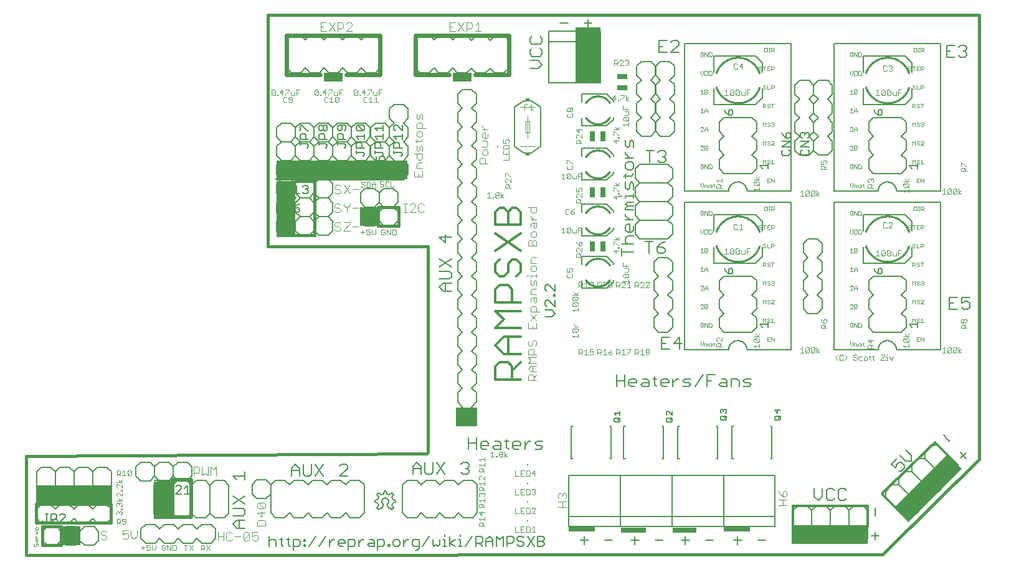
<source format=gto>
G75*
%MOIN*%
%OFA0B0*%
%FSLAX25Y25*%
%IPPOS*%
%LPD*%
%AMOC8*
5,1,8,0,0,1.08239X$1,22.5*
%
%ADD10C,0.01600*%
%ADD11C,0.00600*%
%ADD12C,0.00500*%
%ADD13R,0.40500X0.10000*%
%ADD14R,0.11500X0.10000*%
%ADD15R,0.14000X0.02500*%
%ADD16R,0.13000X0.03000*%
%ADD17R,0.13500X0.03000*%
%ADD18R,0.14000X0.03000*%
%ADD19C,0.00400*%
%ADD20R,0.10000X0.30000*%
%ADD21C,0.00300*%
%ADD22C,0.01200*%
%ADD23R,0.10000X0.05000*%
%ADD24R,0.70000X0.10000*%
%ADD25R,0.10000X0.10000*%
%ADD26R,0.41000X0.10000*%
%ADD27C,0.02400*%
%ADD28R,0.11000X0.10400*%
%ADD29R,0.10000X0.20000*%
%ADD30R,0.10000X0.01000*%
%ADD31C,0.02000*%
%ADD32C,0.00200*%
%ADD33R,0.13400X0.29200*%
%ADD34C,0.00800*%
%ADD35C,0.00080*%
%ADD36R,0.00787X0.00787*%
%ADD37R,0.02559X0.05512*%
%ADD38R,0.05512X0.02559*%
%ADD39R,0.02400X0.01400*%
%ADD40C,0.00700*%
D10*
X0002800Y0040700D02*
X0461300Y0041000D01*
X0464300Y0044000D01*
X0512800Y0092000D01*
X0512800Y0330000D01*
X0218800Y0330000D01*
X0218700Y0330000D02*
X0132300Y0330000D01*
X0132300Y0206000D01*
X0217900Y0206000D01*
X0217900Y0095600D01*
X0217200Y0094800D02*
X0002800Y0093500D01*
X0002800Y0040700D01*
X0011700Y0045800D02*
X0021700Y0045800D01*
X0021700Y0055800D01*
X0011700Y0055800D01*
X0011700Y0045800D01*
X0008300Y0058000D02*
X0008300Y0068000D01*
X0048300Y0068000D01*
X0048300Y0058000D01*
X0008300Y0058000D01*
X0146300Y0212000D02*
X0157300Y0212000D01*
X0157300Y0213000D01*
X0157300Y0241000D01*
X0147300Y0241000D01*
X0191300Y0227000D02*
X0191300Y0217000D01*
X0202300Y0217000D01*
X0202300Y0227000D01*
X0191300Y0227000D01*
D11*
X0189400Y0227000D02*
X0184400Y0227000D01*
X0181900Y0229500D01*
X0181900Y0234500D01*
X0184400Y0237000D01*
X0189400Y0237000D01*
X0191900Y0234500D01*
X0191900Y0229500D01*
X0189400Y0227000D01*
X0191900Y0224500D01*
X0194400Y0227000D01*
X0199400Y0227000D01*
X0201900Y0229500D01*
X0201900Y0234500D01*
X0199400Y0237000D01*
X0194400Y0237000D01*
X0191900Y0234500D01*
X0191900Y0229500D01*
X0194400Y0227000D01*
X0199400Y0227000D01*
X0201900Y0224500D01*
X0201900Y0219500D01*
X0199400Y0217000D01*
X0194400Y0217000D01*
X0191900Y0219500D01*
X0191900Y0224500D01*
X0191900Y0219500D01*
X0189400Y0217000D01*
X0184400Y0217000D01*
X0181900Y0219500D01*
X0181900Y0224500D01*
X0184400Y0227000D01*
X0189400Y0227000D01*
X0189800Y0242000D02*
X0187300Y0244500D01*
X0187300Y0249500D01*
X0189800Y0252000D01*
X0187300Y0254500D01*
X0187300Y0259500D01*
X0189800Y0262000D01*
X0187300Y0264500D01*
X0187300Y0269500D01*
X0189800Y0272000D01*
X0194800Y0272000D01*
X0197300Y0269500D01*
X0197300Y0264500D01*
X0194800Y0262000D01*
X0197300Y0259500D01*
X0197300Y0254500D01*
X0194800Y0252000D01*
X0197300Y0249500D01*
X0197300Y0244500D01*
X0194800Y0242000D01*
X0189800Y0242000D01*
X0187100Y0244500D02*
X0184600Y0242000D01*
X0179600Y0242000D01*
X0177100Y0244500D01*
X0177100Y0249500D01*
X0179600Y0252000D01*
X0177100Y0254500D01*
X0177100Y0259500D01*
X0179600Y0262000D01*
X0177100Y0264500D01*
X0177100Y0269500D01*
X0179600Y0272000D01*
X0184600Y0272000D01*
X0187100Y0269500D01*
X0187100Y0264500D01*
X0184600Y0262000D01*
X0187100Y0259500D01*
X0187100Y0254500D01*
X0184600Y0252000D01*
X0187100Y0249500D01*
X0187100Y0244500D01*
X0184600Y0252000D02*
X0179600Y0252000D01*
X0177100Y0254500D02*
X0174600Y0252000D01*
X0177100Y0249500D01*
X0177100Y0244500D01*
X0174600Y0242000D01*
X0169600Y0242000D01*
X0167100Y0244500D01*
X0167100Y0249500D01*
X0169600Y0252000D01*
X0167100Y0254500D01*
X0167100Y0259500D01*
X0169600Y0262000D01*
X0167100Y0264500D01*
X0167100Y0269500D01*
X0169600Y0272000D01*
X0174600Y0272000D01*
X0177100Y0269500D01*
X0177100Y0264500D01*
X0174600Y0262000D01*
X0177100Y0259500D01*
X0177100Y0254500D01*
X0174600Y0252000D02*
X0169600Y0252000D01*
X0167100Y0249500D02*
X0167100Y0244500D01*
X0164600Y0242000D01*
X0167100Y0239500D01*
X0167100Y0234500D01*
X0164600Y0232000D01*
X0159600Y0232000D01*
X0157100Y0234500D01*
X0154600Y0232000D01*
X0149600Y0232000D01*
X0147100Y0234500D01*
X0144600Y0232000D01*
X0139600Y0232000D01*
X0137100Y0234500D01*
X0137100Y0239500D01*
X0139600Y0242000D01*
X0144600Y0242000D01*
X0147100Y0239500D01*
X0149600Y0242000D01*
X0154600Y0242000D01*
X0157100Y0239500D01*
X0159600Y0242000D01*
X0164600Y0242000D01*
X0159600Y0242000D01*
X0157100Y0244500D01*
X0157100Y0249500D01*
X0159600Y0252000D01*
X0157100Y0254500D01*
X0157100Y0259500D01*
X0159600Y0262000D01*
X0157100Y0264500D01*
X0157100Y0269500D01*
X0159600Y0272000D01*
X0164600Y0272000D01*
X0167100Y0269500D01*
X0167100Y0264500D01*
X0164600Y0262000D01*
X0167100Y0259500D01*
X0167100Y0254500D01*
X0164600Y0252000D01*
X0167100Y0249500D01*
X0164600Y0252000D02*
X0159600Y0252000D01*
X0157100Y0249500D02*
X0157100Y0244500D01*
X0154600Y0242000D01*
X0149600Y0242000D01*
X0147100Y0244500D01*
X0147100Y0249500D01*
X0149600Y0252000D01*
X0147100Y0254500D01*
X0147100Y0259500D01*
X0149600Y0262000D01*
X0147100Y0264500D01*
X0147100Y0269500D01*
X0149600Y0272000D01*
X0154600Y0272000D01*
X0157100Y0269500D01*
X0157100Y0264500D01*
X0154600Y0262000D01*
X0157100Y0259500D01*
X0157100Y0254500D01*
X0154600Y0252000D01*
X0157100Y0249500D01*
X0154600Y0252000D02*
X0149600Y0252000D01*
X0147100Y0249500D02*
X0147100Y0244500D01*
X0144600Y0242000D01*
X0139600Y0242000D01*
X0137100Y0244500D01*
X0137100Y0249500D01*
X0139600Y0252000D01*
X0137100Y0254500D01*
X0137100Y0259500D01*
X0139600Y0262000D01*
X0137100Y0264500D01*
X0137100Y0269500D01*
X0139600Y0272000D01*
X0144600Y0272000D01*
X0147100Y0269500D01*
X0147100Y0264500D01*
X0144600Y0262000D01*
X0147100Y0259500D01*
X0147100Y0254500D01*
X0144600Y0252000D01*
X0147100Y0249500D01*
X0144600Y0252000D02*
X0139600Y0252000D01*
X0139600Y0262000D02*
X0144600Y0262000D01*
X0149600Y0262000D02*
X0154600Y0262000D01*
X0159600Y0262000D02*
X0164600Y0262000D01*
X0169600Y0262000D02*
X0174600Y0262000D01*
X0179600Y0262000D02*
X0184600Y0262000D01*
X0189800Y0262000D02*
X0194800Y0262000D01*
X0194800Y0252000D02*
X0189800Y0252000D01*
X0167100Y0229300D02*
X0164600Y0231800D01*
X0159600Y0231800D01*
X0157100Y0229300D01*
X0157100Y0224300D01*
X0159600Y0221800D01*
X0164600Y0221800D01*
X0167100Y0224300D01*
X0167100Y0229300D01*
X0164600Y0221800D02*
X0159600Y0221800D01*
X0157100Y0219300D01*
X0157100Y0214300D01*
X0159600Y0211800D01*
X0164600Y0211800D01*
X0167100Y0214300D01*
X0167100Y0219300D01*
X0164600Y0221800D01*
X0157100Y0219300D02*
X0154600Y0221800D01*
X0149600Y0221800D01*
X0147100Y0224300D01*
X0144600Y0221800D01*
X0139600Y0221800D01*
X0137100Y0224300D01*
X0137100Y0229300D01*
X0139600Y0231800D01*
X0144600Y0231800D01*
X0147100Y0229300D01*
X0149600Y0231800D01*
X0154600Y0231800D01*
X0157100Y0229300D01*
X0157100Y0224300D02*
X0154600Y0221800D01*
X0149600Y0221800D01*
X0147100Y0219300D01*
X0147100Y0214300D01*
X0149600Y0211800D01*
X0154600Y0211800D01*
X0157100Y0214300D01*
X0147100Y0214300D02*
X0144600Y0211800D01*
X0139600Y0211800D01*
X0137100Y0214300D01*
X0137100Y0219300D01*
X0139600Y0221800D01*
X0144600Y0221800D01*
X0147100Y0219300D01*
X0147100Y0224300D02*
X0147100Y0229300D01*
X0147100Y0234500D02*
X0147100Y0239500D01*
X0157100Y0239500D02*
X0157100Y0234500D01*
X0224095Y0211057D02*
X0227297Y0207854D01*
X0227297Y0212125D01*
X0224095Y0211057D02*
X0230500Y0211057D01*
X0230500Y0199234D02*
X0224095Y0194963D01*
X0224095Y0192788D02*
X0229432Y0192788D01*
X0230500Y0191721D01*
X0230500Y0189586D01*
X0229432Y0188518D01*
X0224095Y0188518D01*
X0226230Y0186343D02*
X0224095Y0184208D01*
X0226230Y0182072D01*
X0230500Y0182072D01*
X0227297Y0182072D02*
X0227297Y0186343D01*
X0226230Y0186343D02*
X0230500Y0186343D01*
X0230500Y0194963D02*
X0224095Y0199234D01*
X0264300Y0259500D02*
X0269300Y0256000D01*
X0273300Y0256000D01*
X0278300Y0259500D01*
X0278300Y0280500D01*
X0273300Y0284000D01*
X0269300Y0284000D01*
X0264300Y0280500D01*
X0264300Y0259500D01*
X0320527Y0233021D02*
X0321595Y0233021D01*
X0323730Y0233021D02*
X0323730Y0231953D01*
X0323730Y0233021D02*
X0328000Y0233021D01*
X0328800Y0232500D02*
X0328800Y0237500D01*
X0331300Y0240000D01*
X0346300Y0240000D01*
X0348800Y0237500D01*
X0348800Y0232500D01*
X0346300Y0230000D01*
X0331300Y0230000D01*
X0328800Y0227500D01*
X0328800Y0222500D01*
X0331300Y0220000D01*
X0328800Y0217500D01*
X0328800Y0212500D01*
X0331300Y0210000D01*
X0346300Y0210000D01*
X0348800Y0212500D01*
X0348800Y0217500D01*
X0346300Y0220000D01*
X0331300Y0220000D01*
X0328000Y0220136D02*
X0323730Y0220136D01*
X0325865Y0220136D02*
X0323730Y0222272D01*
X0323730Y0223339D01*
X0323730Y0225508D02*
X0323730Y0226575D01*
X0324797Y0227643D01*
X0323730Y0228710D01*
X0324797Y0229778D01*
X0328000Y0229778D01*
X0328000Y0227643D02*
X0324797Y0227643D01*
X0323730Y0225508D02*
X0328000Y0225508D01*
X0331300Y0230000D02*
X0328800Y0232500D01*
X0328000Y0231953D02*
X0328000Y0234088D01*
X0328000Y0236250D02*
X0328000Y0239453D01*
X0326932Y0240521D01*
X0325865Y0239453D01*
X0325865Y0237318D01*
X0324797Y0236250D01*
X0323730Y0237318D01*
X0323730Y0240521D01*
X0323730Y0242696D02*
X0323730Y0244831D01*
X0322662Y0243763D02*
X0326932Y0243763D01*
X0328000Y0244831D01*
X0326932Y0246993D02*
X0328000Y0248060D01*
X0328000Y0250195D01*
X0326932Y0251263D01*
X0324797Y0251263D01*
X0323730Y0250195D01*
X0323730Y0248060D01*
X0324797Y0246993D01*
X0326932Y0246993D01*
X0328800Y0247500D02*
X0331300Y0250000D01*
X0346300Y0250000D01*
X0348800Y0247500D01*
X0348800Y0242500D01*
X0346300Y0240000D01*
X0355300Y0235500D02*
X0355300Y0314500D01*
X0412300Y0314500D01*
X0412300Y0235500D01*
X0388800Y0235500D01*
X0388798Y0235640D01*
X0388792Y0235780D01*
X0388782Y0235920D01*
X0388769Y0236060D01*
X0388751Y0236199D01*
X0388729Y0236338D01*
X0388704Y0236475D01*
X0388675Y0236613D01*
X0388642Y0236749D01*
X0388605Y0236884D01*
X0388564Y0237018D01*
X0388519Y0237151D01*
X0388471Y0237283D01*
X0388419Y0237413D01*
X0388364Y0237542D01*
X0388305Y0237669D01*
X0388242Y0237795D01*
X0388176Y0237919D01*
X0388107Y0238040D01*
X0388034Y0238160D01*
X0387957Y0238278D01*
X0387878Y0238393D01*
X0387795Y0238507D01*
X0387709Y0238617D01*
X0387620Y0238726D01*
X0387528Y0238832D01*
X0387433Y0238935D01*
X0387336Y0239036D01*
X0387235Y0239133D01*
X0387132Y0239228D01*
X0387026Y0239320D01*
X0386917Y0239409D01*
X0386807Y0239495D01*
X0386693Y0239578D01*
X0386578Y0239657D01*
X0386460Y0239734D01*
X0386340Y0239807D01*
X0386219Y0239876D01*
X0386095Y0239942D01*
X0385969Y0240005D01*
X0385842Y0240064D01*
X0385713Y0240119D01*
X0385583Y0240171D01*
X0385451Y0240219D01*
X0385318Y0240264D01*
X0385184Y0240305D01*
X0385049Y0240342D01*
X0384913Y0240375D01*
X0384775Y0240404D01*
X0384638Y0240429D01*
X0384499Y0240451D01*
X0384360Y0240469D01*
X0384220Y0240482D01*
X0384080Y0240492D01*
X0383940Y0240498D01*
X0383800Y0240500D01*
X0383660Y0240498D01*
X0383520Y0240492D01*
X0383380Y0240482D01*
X0383240Y0240469D01*
X0383101Y0240451D01*
X0382962Y0240429D01*
X0382825Y0240404D01*
X0382687Y0240375D01*
X0382551Y0240342D01*
X0382416Y0240305D01*
X0382282Y0240264D01*
X0382149Y0240219D01*
X0382017Y0240171D01*
X0381887Y0240119D01*
X0381758Y0240064D01*
X0381631Y0240005D01*
X0381505Y0239942D01*
X0381381Y0239876D01*
X0381260Y0239807D01*
X0381140Y0239734D01*
X0381022Y0239657D01*
X0380907Y0239578D01*
X0380793Y0239495D01*
X0380683Y0239409D01*
X0380574Y0239320D01*
X0380468Y0239228D01*
X0380365Y0239133D01*
X0380264Y0239036D01*
X0380167Y0238935D01*
X0380072Y0238832D01*
X0379980Y0238726D01*
X0379891Y0238617D01*
X0379805Y0238507D01*
X0379722Y0238393D01*
X0379643Y0238278D01*
X0379566Y0238160D01*
X0379493Y0238040D01*
X0379424Y0237919D01*
X0379358Y0237795D01*
X0379295Y0237669D01*
X0379236Y0237542D01*
X0379181Y0237413D01*
X0379129Y0237283D01*
X0379081Y0237151D01*
X0379036Y0237018D01*
X0378995Y0236884D01*
X0378958Y0236749D01*
X0378925Y0236613D01*
X0378896Y0236475D01*
X0378871Y0236338D01*
X0378849Y0236199D01*
X0378831Y0236060D01*
X0378818Y0235920D01*
X0378808Y0235780D01*
X0378802Y0235640D01*
X0378800Y0235500D01*
X0355300Y0235500D01*
X0355300Y0229500D02*
X0355300Y0150500D01*
X0378800Y0150500D01*
X0378802Y0150640D01*
X0378808Y0150780D01*
X0378818Y0150920D01*
X0378831Y0151060D01*
X0378849Y0151199D01*
X0378871Y0151338D01*
X0378896Y0151475D01*
X0378925Y0151613D01*
X0378958Y0151749D01*
X0378995Y0151884D01*
X0379036Y0152018D01*
X0379081Y0152151D01*
X0379129Y0152283D01*
X0379181Y0152413D01*
X0379236Y0152542D01*
X0379295Y0152669D01*
X0379358Y0152795D01*
X0379424Y0152919D01*
X0379493Y0153040D01*
X0379566Y0153160D01*
X0379643Y0153278D01*
X0379722Y0153393D01*
X0379805Y0153507D01*
X0379891Y0153617D01*
X0379980Y0153726D01*
X0380072Y0153832D01*
X0380167Y0153935D01*
X0380264Y0154036D01*
X0380365Y0154133D01*
X0380468Y0154228D01*
X0380574Y0154320D01*
X0380683Y0154409D01*
X0380793Y0154495D01*
X0380907Y0154578D01*
X0381022Y0154657D01*
X0381140Y0154734D01*
X0381260Y0154807D01*
X0381381Y0154876D01*
X0381505Y0154942D01*
X0381631Y0155005D01*
X0381758Y0155064D01*
X0381887Y0155119D01*
X0382017Y0155171D01*
X0382149Y0155219D01*
X0382282Y0155264D01*
X0382416Y0155305D01*
X0382551Y0155342D01*
X0382687Y0155375D01*
X0382825Y0155404D01*
X0382962Y0155429D01*
X0383101Y0155451D01*
X0383240Y0155469D01*
X0383380Y0155482D01*
X0383520Y0155492D01*
X0383660Y0155498D01*
X0383800Y0155500D01*
X0383940Y0155498D01*
X0384080Y0155492D01*
X0384220Y0155482D01*
X0384360Y0155469D01*
X0384499Y0155451D01*
X0384638Y0155429D01*
X0384775Y0155404D01*
X0384913Y0155375D01*
X0385049Y0155342D01*
X0385184Y0155305D01*
X0385318Y0155264D01*
X0385451Y0155219D01*
X0385583Y0155171D01*
X0385713Y0155119D01*
X0385842Y0155064D01*
X0385969Y0155005D01*
X0386095Y0154942D01*
X0386219Y0154876D01*
X0386340Y0154807D01*
X0386460Y0154734D01*
X0386578Y0154657D01*
X0386693Y0154578D01*
X0386807Y0154495D01*
X0386917Y0154409D01*
X0387026Y0154320D01*
X0387132Y0154228D01*
X0387235Y0154133D01*
X0387336Y0154036D01*
X0387433Y0153935D01*
X0387528Y0153832D01*
X0387620Y0153726D01*
X0387709Y0153617D01*
X0387795Y0153507D01*
X0387878Y0153393D01*
X0387957Y0153278D01*
X0388034Y0153160D01*
X0388107Y0153040D01*
X0388176Y0152919D01*
X0388242Y0152795D01*
X0388305Y0152669D01*
X0388364Y0152542D01*
X0388419Y0152413D01*
X0388471Y0152283D01*
X0388519Y0152151D01*
X0388564Y0152018D01*
X0388605Y0151884D01*
X0388642Y0151749D01*
X0388675Y0151613D01*
X0388704Y0151475D01*
X0388729Y0151338D01*
X0388751Y0151199D01*
X0388769Y0151060D01*
X0388782Y0150920D01*
X0388792Y0150780D01*
X0388798Y0150640D01*
X0388800Y0150500D01*
X0412300Y0150500D01*
X0412300Y0229500D01*
X0355300Y0229500D01*
X0348800Y0227500D02*
X0348800Y0222500D01*
X0346300Y0220000D01*
X0348800Y0227500D02*
X0346300Y0230000D01*
X0331300Y0240000D02*
X0328800Y0242500D01*
X0328800Y0247500D01*
X0336735Y0250800D02*
X0336735Y0257205D01*
X0334600Y0257205D02*
X0338870Y0257205D01*
X0341045Y0256138D02*
X0342113Y0257205D01*
X0344248Y0257205D01*
X0345316Y0256138D01*
X0345316Y0255070D01*
X0344248Y0254003D01*
X0345316Y0252935D01*
X0345316Y0251868D01*
X0344248Y0250800D01*
X0342113Y0250800D01*
X0341045Y0251868D01*
X0343181Y0254003D02*
X0344248Y0254003D01*
X0328000Y0253438D02*
X0323730Y0253438D01*
X0325865Y0253438D02*
X0323730Y0255573D01*
X0323730Y0256641D01*
X0324797Y0258809D02*
X0323730Y0259877D01*
X0323730Y0263080D01*
X0325865Y0262012D02*
X0326932Y0263080D01*
X0328000Y0262012D01*
X0328000Y0258809D01*
X0325865Y0259877D02*
X0324797Y0258809D01*
X0325865Y0259877D02*
X0325865Y0262012D01*
X0373800Y0262500D02*
X0373800Y0257500D01*
X0376300Y0255000D01*
X0373800Y0252500D01*
X0373800Y0247500D01*
X0376300Y0245000D01*
X0391300Y0245000D01*
X0393800Y0247500D01*
X0393800Y0252500D01*
X0391300Y0255000D01*
X0393800Y0257500D01*
X0393800Y0262500D01*
X0391300Y0265000D01*
X0393800Y0267500D01*
X0393800Y0272500D01*
X0391300Y0275000D01*
X0376300Y0275000D01*
X0373800Y0272500D01*
X0373800Y0267500D01*
X0376300Y0265000D01*
X0373800Y0262500D01*
X0435300Y0235500D02*
X0435300Y0314500D01*
X0492300Y0314500D01*
X0492300Y0235500D01*
X0468800Y0235500D01*
X0468798Y0235640D01*
X0468792Y0235780D01*
X0468782Y0235920D01*
X0468769Y0236060D01*
X0468751Y0236199D01*
X0468729Y0236338D01*
X0468704Y0236475D01*
X0468675Y0236613D01*
X0468642Y0236749D01*
X0468605Y0236884D01*
X0468564Y0237018D01*
X0468519Y0237151D01*
X0468471Y0237283D01*
X0468419Y0237413D01*
X0468364Y0237542D01*
X0468305Y0237669D01*
X0468242Y0237795D01*
X0468176Y0237919D01*
X0468107Y0238040D01*
X0468034Y0238160D01*
X0467957Y0238278D01*
X0467878Y0238393D01*
X0467795Y0238507D01*
X0467709Y0238617D01*
X0467620Y0238726D01*
X0467528Y0238832D01*
X0467433Y0238935D01*
X0467336Y0239036D01*
X0467235Y0239133D01*
X0467132Y0239228D01*
X0467026Y0239320D01*
X0466917Y0239409D01*
X0466807Y0239495D01*
X0466693Y0239578D01*
X0466578Y0239657D01*
X0466460Y0239734D01*
X0466340Y0239807D01*
X0466219Y0239876D01*
X0466095Y0239942D01*
X0465969Y0240005D01*
X0465842Y0240064D01*
X0465713Y0240119D01*
X0465583Y0240171D01*
X0465451Y0240219D01*
X0465318Y0240264D01*
X0465184Y0240305D01*
X0465049Y0240342D01*
X0464913Y0240375D01*
X0464775Y0240404D01*
X0464638Y0240429D01*
X0464499Y0240451D01*
X0464360Y0240469D01*
X0464220Y0240482D01*
X0464080Y0240492D01*
X0463940Y0240498D01*
X0463800Y0240500D01*
X0463660Y0240498D01*
X0463520Y0240492D01*
X0463380Y0240482D01*
X0463240Y0240469D01*
X0463101Y0240451D01*
X0462962Y0240429D01*
X0462825Y0240404D01*
X0462687Y0240375D01*
X0462551Y0240342D01*
X0462416Y0240305D01*
X0462282Y0240264D01*
X0462149Y0240219D01*
X0462017Y0240171D01*
X0461887Y0240119D01*
X0461758Y0240064D01*
X0461631Y0240005D01*
X0461505Y0239942D01*
X0461381Y0239876D01*
X0461260Y0239807D01*
X0461140Y0239734D01*
X0461022Y0239657D01*
X0460907Y0239578D01*
X0460793Y0239495D01*
X0460683Y0239409D01*
X0460574Y0239320D01*
X0460468Y0239228D01*
X0460365Y0239133D01*
X0460264Y0239036D01*
X0460167Y0238935D01*
X0460072Y0238832D01*
X0459980Y0238726D01*
X0459891Y0238617D01*
X0459805Y0238507D01*
X0459722Y0238393D01*
X0459643Y0238278D01*
X0459566Y0238160D01*
X0459493Y0238040D01*
X0459424Y0237919D01*
X0459358Y0237795D01*
X0459295Y0237669D01*
X0459236Y0237542D01*
X0459181Y0237413D01*
X0459129Y0237283D01*
X0459081Y0237151D01*
X0459036Y0237018D01*
X0458995Y0236884D01*
X0458958Y0236749D01*
X0458925Y0236613D01*
X0458896Y0236475D01*
X0458871Y0236338D01*
X0458849Y0236199D01*
X0458831Y0236060D01*
X0458818Y0235920D01*
X0458808Y0235780D01*
X0458802Y0235640D01*
X0458800Y0235500D01*
X0435300Y0235500D01*
X0435300Y0229500D02*
X0435300Y0150500D01*
X0458800Y0150500D01*
X0458802Y0150640D01*
X0458808Y0150780D01*
X0458818Y0150920D01*
X0458831Y0151060D01*
X0458849Y0151199D01*
X0458871Y0151338D01*
X0458896Y0151475D01*
X0458925Y0151613D01*
X0458958Y0151749D01*
X0458995Y0151884D01*
X0459036Y0152018D01*
X0459081Y0152151D01*
X0459129Y0152283D01*
X0459181Y0152413D01*
X0459236Y0152542D01*
X0459295Y0152669D01*
X0459358Y0152795D01*
X0459424Y0152919D01*
X0459493Y0153040D01*
X0459566Y0153160D01*
X0459643Y0153278D01*
X0459722Y0153393D01*
X0459805Y0153507D01*
X0459891Y0153617D01*
X0459980Y0153726D01*
X0460072Y0153832D01*
X0460167Y0153935D01*
X0460264Y0154036D01*
X0460365Y0154133D01*
X0460468Y0154228D01*
X0460574Y0154320D01*
X0460683Y0154409D01*
X0460793Y0154495D01*
X0460907Y0154578D01*
X0461022Y0154657D01*
X0461140Y0154734D01*
X0461260Y0154807D01*
X0461381Y0154876D01*
X0461505Y0154942D01*
X0461631Y0155005D01*
X0461758Y0155064D01*
X0461887Y0155119D01*
X0462017Y0155171D01*
X0462149Y0155219D01*
X0462282Y0155264D01*
X0462416Y0155305D01*
X0462551Y0155342D01*
X0462687Y0155375D01*
X0462825Y0155404D01*
X0462962Y0155429D01*
X0463101Y0155451D01*
X0463240Y0155469D01*
X0463380Y0155482D01*
X0463520Y0155492D01*
X0463660Y0155498D01*
X0463800Y0155500D01*
X0463940Y0155498D01*
X0464080Y0155492D01*
X0464220Y0155482D01*
X0464360Y0155469D01*
X0464499Y0155451D01*
X0464638Y0155429D01*
X0464775Y0155404D01*
X0464913Y0155375D01*
X0465049Y0155342D01*
X0465184Y0155305D01*
X0465318Y0155264D01*
X0465451Y0155219D01*
X0465583Y0155171D01*
X0465713Y0155119D01*
X0465842Y0155064D01*
X0465969Y0155005D01*
X0466095Y0154942D01*
X0466219Y0154876D01*
X0466340Y0154807D01*
X0466460Y0154734D01*
X0466578Y0154657D01*
X0466693Y0154578D01*
X0466807Y0154495D01*
X0466917Y0154409D01*
X0467026Y0154320D01*
X0467132Y0154228D01*
X0467235Y0154133D01*
X0467336Y0154036D01*
X0467433Y0153935D01*
X0467528Y0153832D01*
X0467620Y0153726D01*
X0467709Y0153617D01*
X0467795Y0153507D01*
X0467878Y0153393D01*
X0467957Y0153278D01*
X0468034Y0153160D01*
X0468107Y0153040D01*
X0468176Y0152919D01*
X0468242Y0152795D01*
X0468305Y0152669D01*
X0468364Y0152542D01*
X0468419Y0152413D01*
X0468471Y0152283D01*
X0468519Y0152151D01*
X0468564Y0152018D01*
X0468605Y0151884D01*
X0468642Y0151749D01*
X0468675Y0151613D01*
X0468704Y0151475D01*
X0468729Y0151338D01*
X0468751Y0151199D01*
X0468769Y0151060D01*
X0468782Y0150920D01*
X0468792Y0150780D01*
X0468798Y0150640D01*
X0468800Y0150500D01*
X0492300Y0150500D01*
X0492300Y0229500D01*
X0435300Y0229500D01*
X0453800Y0247500D02*
X0456300Y0245000D01*
X0471300Y0245000D01*
X0473800Y0247500D01*
X0473800Y0252500D01*
X0471300Y0255000D01*
X0473800Y0257500D01*
X0473800Y0262500D01*
X0471300Y0265000D01*
X0473800Y0267500D01*
X0473800Y0272500D01*
X0471300Y0275000D01*
X0456300Y0275000D01*
X0453800Y0272500D01*
X0453800Y0267500D01*
X0456300Y0265000D01*
X0453800Y0262500D01*
X0453800Y0257500D01*
X0456300Y0255000D01*
X0453800Y0252500D01*
X0453800Y0247500D01*
X0456300Y0190000D02*
X0471300Y0190000D01*
X0473800Y0187500D01*
X0473800Y0182500D01*
X0471300Y0180000D01*
X0473800Y0177500D01*
X0473800Y0172500D01*
X0471300Y0170000D01*
X0473800Y0167500D01*
X0473800Y0162500D01*
X0471300Y0160000D01*
X0456300Y0160000D01*
X0453800Y0162500D01*
X0453800Y0167500D01*
X0456300Y0170000D01*
X0453800Y0172500D01*
X0453800Y0177500D01*
X0456300Y0180000D01*
X0453800Y0182500D01*
X0453800Y0187500D01*
X0456300Y0190000D01*
X0497100Y0178705D02*
X0497100Y0172300D01*
X0501370Y0172300D01*
X0503545Y0173368D02*
X0504613Y0172300D01*
X0506748Y0172300D01*
X0507816Y0173368D01*
X0507816Y0175503D01*
X0506748Y0176570D01*
X0505681Y0176570D01*
X0503545Y0175503D01*
X0503545Y0178705D01*
X0507816Y0178705D01*
X0501370Y0178705D02*
X0497100Y0178705D01*
X0497100Y0175503D02*
X0499235Y0175503D01*
X0393800Y0177500D02*
X0393800Y0172500D01*
X0391300Y0170000D01*
X0393800Y0167500D01*
X0393800Y0162500D01*
X0391300Y0160000D01*
X0376300Y0160000D01*
X0373800Y0162500D01*
X0373800Y0167500D01*
X0376300Y0170000D01*
X0373800Y0172500D01*
X0373800Y0177500D01*
X0376300Y0180000D01*
X0373800Y0182500D01*
X0373800Y0187500D01*
X0376300Y0190000D01*
X0391300Y0190000D01*
X0393800Y0187500D01*
X0393800Y0182500D01*
X0391300Y0180000D01*
X0393800Y0177500D01*
X0352748Y0157205D02*
X0352748Y0150800D01*
X0353816Y0154003D02*
X0349545Y0154003D01*
X0352748Y0157205D01*
X0347370Y0157205D02*
X0343100Y0157205D01*
X0343100Y0150800D01*
X0347370Y0150800D01*
X0345235Y0154003D02*
X0343100Y0154003D01*
X0323247Y0137205D02*
X0323247Y0130800D01*
X0325422Y0131868D02*
X0325422Y0134003D01*
X0326490Y0135070D01*
X0328625Y0135070D01*
X0329692Y0134003D01*
X0329692Y0132935D01*
X0325422Y0132935D01*
X0325422Y0131868D02*
X0326490Y0130800D01*
X0328625Y0130800D01*
X0331868Y0131868D02*
X0332935Y0132935D01*
X0336138Y0132935D01*
X0336138Y0134003D02*
X0336138Y0130800D01*
X0332935Y0130800D01*
X0331868Y0131868D01*
X0332935Y0135070D02*
X0335070Y0135070D01*
X0336138Y0134003D01*
X0338313Y0135070D02*
X0340448Y0135070D01*
X0339381Y0136138D02*
X0339381Y0131868D01*
X0340448Y0130800D01*
X0342610Y0131868D02*
X0342610Y0134003D01*
X0343678Y0135070D01*
X0345813Y0135070D01*
X0346880Y0134003D01*
X0346880Y0132935D01*
X0342610Y0132935D01*
X0342610Y0131868D02*
X0343678Y0130800D01*
X0345813Y0130800D01*
X0349056Y0130800D02*
X0349056Y0135070D01*
X0349056Y0132935D02*
X0351191Y0135070D01*
X0352258Y0135070D01*
X0354427Y0134003D02*
X0355494Y0135070D01*
X0358697Y0135070D01*
X0357630Y0132935D02*
X0355494Y0132935D01*
X0354427Y0134003D01*
X0354427Y0130800D02*
X0357630Y0130800D01*
X0358697Y0131868D01*
X0357630Y0132935D01*
X0360872Y0130800D02*
X0365143Y0137205D01*
X0367318Y0137205D02*
X0371588Y0137205D01*
X0369453Y0134003D02*
X0367318Y0134003D01*
X0367318Y0137205D02*
X0367318Y0130800D01*
X0373763Y0131868D02*
X0374831Y0132935D01*
X0378034Y0132935D01*
X0378034Y0134003D02*
X0378034Y0130800D01*
X0374831Y0130800D01*
X0373763Y0131868D01*
X0374831Y0135070D02*
X0376966Y0135070D01*
X0378034Y0134003D01*
X0380209Y0135070D02*
X0383412Y0135070D01*
X0384479Y0134003D01*
X0384479Y0130800D01*
X0386654Y0130800D02*
X0389857Y0130800D01*
X0390925Y0131868D01*
X0389857Y0132935D01*
X0387722Y0132935D01*
X0386654Y0134003D01*
X0387722Y0135070D01*
X0390925Y0135070D01*
X0380209Y0135070D02*
X0380209Y0130800D01*
X0323247Y0134003D02*
X0318977Y0134003D01*
X0318977Y0137205D02*
X0318977Y0130800D01*
X0279425Y0101570D02*
X0276222Y0101570D01*
X0275154Y0100503D01*
X0276222Y0099435D01*
X0278357Y0099435D01*
X0279425Y0098368D01*
X0278357Y0097300D01*
X0275154Y0097300D01*
X0272986Y0101570D02*
X0271918Y0101570D01*
X0269783Y0099435D01*
X0269783Y0097300D02*
X0269783Y0101570D01*
X0267608Y0100503D02*
X0267608Y0099435D01*
X0263338Y0099435D01*
X0263338Y0098368D02*
X0263338Y0100503D01*
X0264405Y0101570D01*
X0266540Y0101570D01*
X0267608Y0100503D01*
X0266540Y0097300D02*
X0264405Y0097300D01*
X0263338Y0098368D01*
X0261176Y0097300D02*
X0260108Y0098368D01*
X0260108Y0102638D01*
X0259041Y0101570D02*
X0261176Y0101570D01*
X0256866Y0100503D02*
X0256866Y0097300D01*
X0253663Y0097300D01*
X0252595Y0098368D01*
X0253663Y0099435D01*
X0256866Y0099435D01*
X0256866Y0100503D02*
X0255798Y0101570D01*
X0253663Y0101570D01*
X0250420Y0100503D02*
X0250420Y0099435D01*
X0246150Y0099435D01*
X0246150Y0098368D02*
X0246150Y0100503D01*
X0247217Y0101570D01*
X0249352Y0101570D01*
X0250420Y0100503D01*
X0249352Y0097300D02*
X0247217Y0097300D01*
X0246150Y0098368D01*
X0243975Y0097300D02*
X0243975Y0103705D01*
X0243975Y0100503D02*
X0239704Y0100503D01*
X0239704Y0103705D02*
X0239704Y0097300D01*
X0238857Y0090205D02*
X0239925Y0089138D01*
X0239925Y0088070D01*
X0238857Y0087003D01*
X0239925Y0085935D01*
X0239925Y0084868D01*
X0238857Y0083800D01*
X0236722Y0083800D01*
X0235654Y0084868D01*
X0237790Y0087003D02*
X0238857Y0087003D01*
X0238857Y0090205D02*
X0236722Y0090205D01*
X0235654Y0089138D01*
X0227034Y0090205D02*
X0222763Y0083800D01*
X0220588Y0084868D02*
X0220588Y0090205D01*
X0222763Y0090205D02*
X0227034Y0083800D01*
X0226925Y0080625D02*
X0231925Y0080625D01*
X0234425Y0078125D01*
X0236925Y0080625D01*
X0241925Y0080625D01*
X0244425Y0078125D01*
X0244425Y0063125D01*
X0241925Y0060625D01*
X0236925Y0060625D01*
X0234425Y0063125D01*
X0231925Y0060625D01*
X0226925Y0060625D01*
X0224425Y0063125D01*
X0221925Y0060625D01*
X0216925Y0060625D01*
X0214425Y0063125D01*
X0211925Y0060625D01*
X0206925Y0060625D01*
X0204425Y0063125D01*
X0204425Y0078125D01*
X0206925Y0080625D01*
X0211925Y0080625D01*
X0214425Y0078125D01*
X0216925Y0080625D01*
X0221925Y0080625D01*
X0224425Y0078125D01*
X0226925Y0080625D01*
X0220588Y0084868D02*
X0219521Y0083800D01*
X0217386Y0083800D01*
X0216318Y0084868D01*
X0216318Y0090205D01*
X0214143Y0088070D02*
X0214143Y0083800D01*
X0214143Y0087003D02*
X0209872Y0087003D01*
X0209872Y0088070D02*
X0212008Y0090205D01*
X0214143Y0088070D01*
X0209872Y0088070D02*
X0209872Y0083800D01*
X0199550Y0072900D02*
X0198650Y0073800D01*
X0197250Y0072900D01*
X0196050Y0073400D01*
X0195750Y0075000D01*
X0194450Y0075000D01*
X0194150Y0073400D01*
X0192950Y0072900D01*
X0191650Y0073800D01*
X0190750Y0072900D01*
X0191650Y0071600D01*
X0191050Y0070300D01*
X0189550Y0070100D01*
X0189550Y0068800D01*
X0191050Y0068500D01*
X0191550Y0067200D01*
X0190750Y0065900D01*
X0191650Y0065000D01*
X0192850Y0065800D01*
X0193350Y0065500D01*
X0194350Y0067800D01*
X0195950Y0067800D02*
X0196850Y0065500D01*
X0197450Y0065800D01*
X0198650Y0065000D01*
X0199550Y0065900D01*
X0198650Y0067200D01*
X0199250Y0068500D01*
X0200650Y0068800D01*
X0200650Y0070100D01*
X0199150Y0070400D01*
X0198650Y0071600D01*
X0199550Y0072900D01*
X0195950Y0067800D02*
X0196024Y0067839D01*
X0196097Y0067882D01*
X0196167Y0067928D01*
X0196235Y0067978D01*
X0196301Y0068030D01*
X0196364Y0068086D01*
X0196424Y0068144D01*
X0196482Y0068205D01*
X0196536Y0068269D01*
X0196588Y0068335D01*
X0196636Y0068404D01*
X0196681Y0068475D01*
X0196723Y0068548D01*
X0196761Y0068623D01*
X0196796Y0068699D01*
X0196827Y0068777D01*
X0196855Y0068857D01*
X0196878Y0068938D01*
X0196898Y0069019D01*
X0196914Y0069102D01*
X0196926Y0069185D01*
X0196934Y0069269D01*
X0196938Y0069352D01*
X0196939Y0069437D01*
X0196935Y0069520D01*
X0196927Y0069604D01*
X0196916Y0069687D01*
X0196900Y0069770D01*
X0196881Y0069852D01*
X0196858Y0069933D01*
X0196831Y0070012D01*
X0196800Y0070091D01*
X0196766Y0070167D01*
X0196728Y0070242D01*
X0196687Y0070315D01*
X0196642Y0070387D01*
X0196594Y0070456D01*
X0196543Y0070522D01*
X0196489Y0070587D01*
X0196432Y0070648D01*
X0196372Y0070707D01*
X0196309Y0070763D01*
X0196244Y0070816D01*
X0196176Y0070866D01*
X0196106Y0070912D01*
X0196034Y0070955D01*
X0195960Y0070995D01*
X0195884Y0071031D01*
X0195807Y0071064D01*
X0195728Y0071093D01*
X0195648Y0071118D01*
X0195566Y0071140D01*
X0195484Y0071158D01*
X0195401Y0071171D01*
X0195318Y0071181D01*
X0195234Y0071187D01*
X0195150Y0071189D01*
X0195066Y0071187D01*
X0194982Y0071181D01*
X0194899Y0071171D01*
X0194816Y0071158D01*
X0194734Y0071140D01*
X0194652Y0071118D01*
X0194572Y0071093D01*
X0194493Y0071064D01*
X0194416Y0071031D01*
X0194340Y0070995D01*
X0194266Y0070955D01*
X0194194Y0070912D01*
X0194124Y0070866D01*
X0194056Y0070816D01*
X0193991Y0070763D01*
X0193928Y0070707D01*
X0193868Y0070648D01*
X0193811Y0070587D01*
X0193757Y0070522D01*
X0193706Y0070456D01*
X0193658Y0070387D01*
X0193613Y0070315D01*
X0193572Y0070242D01*
X0193534Y0070167D01*
X0193500Y0070091D01*
X0193469Y0070012D01*
X0193442Y0069933D01*
X0193419Y0069852D01*
X0193400Y0069770D01*
X0193384Y0069687D01*
X0193373Y0069604D01*
X0193365Y0069520D01*
X0193361Y0069437D01*
X0193362Y0069352D01*
X0193366Y0069269D01*
X0193374Y0069185D01*
X0193386Y0069102D01*
X0193402Y0069019D01*
X0193422Y0068938D01*
X0193445Y0068857D01*
X0193473Y0068777D01*
X0193504Y0068699D01*
X0193539Y0068623D01*
X0193577Y0068548D01*
X0193619Y0068475D01*
X0193664Y0068404D01*
X0193712Y0068335D01*
X0193764Y0068269D01*
X0193818Y0068205D01*
X0193876Y0068144D01*
X0193936Y0068086D01*
X0193999Y0068030D01*
X0194065Y0067978D01*
X0194133Y0067928D01*
X0194203Y0067882D01*
X0194276Y0067839D01*
X0194350Y0067800D01*
X0183800Y0063125D02*
X0181300Y0060625D01*
X0176300Y0060625D01*
X0173800Y0063125D01*
X0171300Y0060625D01*
X0166300Y0060625D01*
X0163800Y0063125D01*
X0161300Y0060625D01*
X0156300Y0060625D01*
X0153800Y0063125D01*
X0151300Y0060625D01*
X0146300Y0060625D01*
X0143800Y0063125D01*
X0141300Y0060625D01*
X0136300Y0060625D01*
X0133800Y0063125D01*
X0133800Y0078125D01*
X0136300Y0080625D01*
X0141300Y0080625D01*
X0143800Y0078125D01*
X0146300Y0080625D01*
X0151300Y0080625D01*
X0153800Y0078125D01*
X0156300Y0080625D01*
X0161300Y0080625D01*
X0163800Y0078125D01*
X0166300Y0080625D01*
X0171300Y0080625D01*
X0173800Y0078125D01*
X0176300Y0080625D01*
X0181300Y0080625D01*
X0183800Y0078125D01*
X0183800Y0063125D01*
X0174925Y0082800D02*
X0170654Y0082800D01*
X0174925Y0087070D01*
X0174925Y0088138D01*
X0173857Y0089205D01*
X0171722Y0089205D01*
X0170654Y0088138D01*
X0162034Y0089205D02*
X0157763Y0082800D01*
X0155588Y0083868D02*
X0155588Y0089205D01*
X0157763Y0089205D02*
X0162034Y0082800D01*
X0155588Y0083868D02*
X0154521Y0082800D01*
X0152386Y0082800D01*
X0151318Y0083868D01*
X0151318Y0089205D01*
X0149143Y0087070D02*
X0149143Y0082800D01*
X0149143Y0086003D02*
X0144872Y0086003D01*
X0144872Y0087070D02*
X0144872Y0082800D01*
X0144872Y0087070D02*
X0147008Y0089205D01*
X0149143Y0087070D01*
X0133900Y0078300D02*
X0133900Y0073300D01*
X0131400Y0070800D01*
X0126400Y0070800D01*
X0123900Y0073300D01*
X0123900Y0078300D01*
X0126400Y0080800D01*
X0131400Y0080800D01*
X0133900Y0078300D01*
X0120000Y0080854D02*
X0120000Y0085125D01*
X0120000Y0082990D02*
X0113595Y0082990D01*
X0115730Y0080854D01*
X0111400Y0078000D02*
X0111400Y0063000D01*
X0108900Y0060500D01*
X0103900Y0060500D01*
X0101400Y0063000D01*
X0101400Y0078000D01*
X0103900Y0080500D01*
X0108900Y0080500D01*
X0111400Y0078000D01*
X0113595Y0072234D02*
X0120000Y0067963D01*
X0118932Y0065788D02*
X0113595Y0065788D01*
X0113595Y0067963D02*
X0120000Y0072234D01*
X0118932Y0065788D02*
X0120000Y0064721D01*
X0120000Y0062586D01*
X0118932Y0061518D01*
X0113595Y0061518D01*
X0115730Y0059343D02*
X0120000Y0059343D01*
X0116797Y0059343D02*
X0116797Y0055072D01*
X0115730Y0055072D02*
X0113595Y0057208D01*
X0115730Y0059343D01*
X0115730Y0055072D02*
X0120000Y0055072D01*
X0101400Y0063000D02*
X0098900Y0060500D01*
X0093900Y0060500D01*
X0091400Y0063000D01*
X0091400Y0078000D01*
X0093900Y0080500D01*
X0098900Y0080500D01*
X0101400Y0078000D01*
X0091400Y0078000D02*
X0088900Y0080500D01*
X0083900Y0080500D01*
X0081400Y0078000D01*
X0081400Y0063000D01*
X0083900Y0060500D01*
X0088900Y0060500D01*
X0091400Y0063000D01*
X0081400Y0063000D02*
X0078900Y0060500D01*
X0073900Y0060500D01*
X0071400Y0063000D01*
X0071400Y0078000D01*
X0073900Y0080500D01*
X0078900Y0080500D01*
X0081400Y0078000D01*
X0079200Y0080400D02*
X0074200Y0080400D01*
X0071700Y0082900D01*
X0069200Y0080400D01*
X0064200Y0080400D01*
X0061700Y0082900D01*
X0061700Y0087900D01*
X0064200Y0090400D01*
X0069200Y0090400D01*
X0071700Y0087900D01*
X0074200Y0090400D01*
X0079200Y0090400D01*
X0081700Y0087900D01*
X0084200Y0090400D01*
X0089200Y0090400D01*
X0091700Y0087900D01*
X0091700Y0082900D01*
X0089200Y0080400D01*
X0084200Y0080400D01*
X0081700Y0082900D01*
X0079200Y0080400D01*
X0081700Y0082900D02*
X0081700Y0087900D01*
X0071700Y0087900D02*
X0071700Y0082900D01*
X0048600Y0085200D02*
X0048600Y0070200D01*
X0046100Y0067700D01*
X0041100Y0067700D01*
X0038600Y0070200D01*
X0038600Y0085200D01*
X0041100Y0087700D01*
X0046100Y0087700D01*
X0048600Y0085200D01*
X0038600Y0085200D02*
X0036100Y0087700D01*
X0031100Y0087700D01*
X0028600Y0085200D01*
X0028600Y0070200D01*
X0031100Y0067700D01*
X0036100Y0067700D01*
X0038600Y0070200D01*
X0028600Y0070200D02*
X0026100Y0067700D01*
X0021100Y0067700D01*
X0018600Y0070200D01*
X0018600Y0085200D01*
X0021100Y0087700D01*
X0026100Y0087700D01*
X0028600Y0085200D01*
X0018600Y0085200D02*
X0016100Y0087700D01*
X0011100Y0087700D01*
X0008600Y0085200D01*
X0008600Y0070200D01*
X0011100Y0067700D01*
X0016100Y0067700D01*
X0018600Y0070200D01*
X0019200Y0055800D02*
X0014200Y0055800D01*
X0011700Y0053300D01*
X0011700Y0048300D01*
X0014200Y0045800D01*
X0019200Y0045800D01*
X0021700Y0048300D01*
X0024200Y0045800D01*
X0029200Y0045800D01*
X0031700Y0048300D01*
X0034200Y0045800D01*
X0039200Y0045800D01*
X0041700Y0048300D01*
X0041700Y0053300D01*
X0039200Y0055800D01*
X0034200Y0055800D01*
X0031700Y0053300D01*
X0031700Y0048300D01*
X0021700Y0048300D02*
X0021700Y0053300D01*
X0024200Y0055800D01*
X0029200Y0055800D01*
X0031700Y0053300D01*
X0021700Y0053300D02*
X0019200Y0055800D01*
X0299600Y0048503D02*
X0303870Y0048503D01*
X0301735Y0050638D02*
X0301735Y0046368D01*
X0312491Y0048503D02*
X0316761Y0048503D01*
X0326600Y0048503D02*
X0330870Y0048503D01*
X0328735Y0050638D02*
X0328735Y0046368D01*
X0339491Y0048503D02*
X0343761Y0048503D01*
X0353600Y0048503D02*
X0357870Y0048503D01*
X0355735Y0050638D02*
X0355735Y0046368D01*
X0366491Y0048503D02*
X0370761Y0048503D01*
X0381600Y0048503D02*
X0385870Y0048503D01*
X0383735Y0050638D02*
X0383735Y0046368D01*
X0394491Y0048503D02*
X0398761Y0048503D01*
X0413300Y0049500D02*
X0413300Y0064500D01*
X0415800Y0067000D01*
X0420800Y0067000D01*
X0423300Y0064500D01*
X0423300Y0049500D01*
X0420800Y0047000D01*
X0415800Y0047000D01*
X0413300Y0049500D01*
X0423300Y0049500D02*
X0425800Y0047000D01*
X0430800Y0047000D01*
X0433300Y0049500D01*
X0433300Y0064500D01*
X0430800Y0067000D01*
X0425800Y0067000D01*
X0423300Y0064500D01*
X0426899Y0069800D02*
X0429034Y0071935D01*
X0429034Y0076205D01*
X0431209Y0075138D02*
X0431209Y0070868D01*
X0432277Y0069800D01*
X0434412Y0069800D01*
X0435479Y0070868D01*
X0437654Y0070868D02*
X0438722Y0069800D01*
X0440857Y0069800D01*
X0441925Y0070868D01*
X0440800Y0067000D02*
X0435800Y0067000D01*
X0433300Y0064500D01*
X0440800Y0067000D02*
X0443300Y0064500D01*
X0443300Y0049500D01*
X0440800Y0047000D01*
X0435800Y0047000D01*
X0433300Y0049500D01*
X0443300Y0049500D02*
X0445800Y0047000D01*
X0450800Y0047000D01*
X0453300Y0049500D01*
X0453300Y0064500D01*
X0450800Y0067000D01*
X0445800Y0067000D01*
X0443300Y0064500D01*
X0437654Y0070868D02*
X0437654Y0075138D01*
X0438722Y0076205D01*
X0440857Y0076205D01*
X0441925Y0075138D01*
X0435479Y0075138D02*
X0434412Y0076205D01*
X0432277Y0076205D01*
X0431209Y0075138D01*
X0424763Y0076205D02*
X0424763Y0071935D01*
X0426899Y0069800D01*
X0455162Y0050935D02*
X0459432Y0050935D01*
X0457297Y0048800D02*
X0457297Y0053070D01*
X0457297Y0061691D02*
X0457297Y0065961D01*
X0462870Y0071127D02*
X0473495Y0060539D01*
X0477031Y0060545D01*
X0480560Y0064087D01*
X0480554Y0067623D01*
X0469929Y0078211D01*
X0466393Y0078204D01*
X0462864Y0074663D01*
X0462870Y0071127D01*
X0469929Y0078211D02*
X0469923Y0081746D01*
X0473452Y0085288D01*
X0476987Y0085294D01*
X0487613Y0074706D01*
X0487619Y0071170D01*
X0484089Y0067629D01*
X0480554Y0067623D01*
X0487613Y0074706D02*
X0491148Y0074712D01*
X0494677Y0078254D01*
X0494671Y0081789D01*
X0484046Y0092377D01*
X0480511Y0092371D01*
X0476981Y0088830D01*
X0476987Y0085294D01*
X0472820Y0087137D02*
X0471299Y0085638D01*
X0469790Y0085649D01*
X0468290Y0087169D02*
X0466042Y0089449D01*
X0469082Y0092448D01*
X0470631Y0093975D02*
X0473629Y0090935D01*
X0476649Y0090914D01*
X0476670Y0093933D01*
X0473672Y0096974D01*
X0471331Y0090167D02*
X0472830Y0088647D01*
X0472820Y0087137D01*
X0471331Y0090167D02*
X0469821Y0090178D01*
X0469061Y0089428D01*
X0468290Y0087169D01*
X0484046Y0092377D02*
X0484040Y0095913D01*
X0487569Y0099455D01*
X0491105Y0099461D01*
X0501730Y0088873D01*
X0501736Y0085337D01*
X0498207Y0081796D01*
X0494671Y0081789D01*
X0502961Y0092484D02*
X0506038Y0095445D01*
X0503019Y0095503D02*
X0505980Y0092426D01*
X0497041Y0101715D02*
X0494080Y0104792D01*
X0344816Y0203368D02*
X0343748Y0202300D01*
X0341613Y0202300D01*
X0340545Y0203368D01*
X0340545Y0205503D01*
X0343748Y0205503D01*
X0344816Y0204435D01*
X0344816Y0203368D01*
X0342681Y0207638D02*
X0340545Y0205503D01*
X0342681Y0207638D02*
X0344816Y0208705D01*
X0338370Y0208705D02*
X0334100Y0208705D01*
X0336235Y0208705D02*
X0336235Y0202300D01*
X0328000Y0202935D02*
X0321595Y0202935D01*
X0321595Y0200800D02*
X0321595Y0205070D01*
X0321595Y0207245D02*
X0328000Y0207245D01*
X0324797Y0207245D02*
X0323730Y0208313D01*
X0323730Y0210448D01*
X0324797Y0211516D01*
X0328000Y0211516D01*
X0326932Y0213691D02*
X0324797Y0213691D01*
X0323730Y0214759D01*
X0323730Y0216894D01*
X0324797Y0217961D01*
X0325865Y0217961D01*
X0325865Y0213691D01*
X0326932Y0213691D02*
X0328000Y0214759D01*
X0328000Y0216894D01*
X0258747Y0298856D02*
X0253747Y0298882D01*
X0251260Y0301395D01*
X0248747Y0298909D01*
X0243747Y0298935D01*
X0241261Y0301448D01*
X0238748Y0298961D01*
X0233748Y0298987D01*
X0231261Y0301500D01*
X0228748Y0299013D01*
X0223748Y0299039D01*
X0221261Y0301552D01*
X0218748Y0299066D01*
X0213748Y0299092D01*
X0211261Y0301605D01*
X0211340Y0316605D01*
X0213853Y0319091D01*
X0218853Y0319065D01*
X0221339Y0316552D01*
X0223852Y0319039D01*
X0228852Y0319013D01*
X0231339Y0316500D01*
X0233852Y0318987D01*
X0238852Y0318961D01*
X0241339Y0316448D01*
X0243852Y0318934D01*
X0248852Y0318908D01*
X0251339Y0316395D01*
X0253852Y0318882D01*
X0258852Y0318856D01*
X0261339Y0316343D01*
X0261260Y0301343D01*
X0258747Y0298856D01*
X0272595Y0301300D02*
X0276865Y0301300D01*
X0279000Y0303435D01*
X0276865Y0305570D01*
X0272595Y0305570D01*
X0273662Y0307745D02*
X0277932Y0307745D01*
X0279000Y0308813D01*
X0279000Y0310948D01*
X0277932Y0312016D01*
X0277932Y0314191D02*
X0273662Y0314191D01*
X0272595Y0315259D01*
X0272595Y0317394D01*
X0273662Y0318461D01*
X0277932Y0318461D02*
X0279000Y0317394D01*
X0279000Y0315259D01*
X0277932Y0314191D01*
X0273662Y0312016D02*
X0272595Y0310948D01*
X0272595Y0308813D01*
X0273662Y0307745D01*
X0288600Y0325503D02*
X0292870Y0325503D01*
X0301491Y0325503D02*
X0305761Y0325503D01*
X0303626Y0327638D02*
X0303626Y0323368D01*
X0341600Y0316205D02*
X0341600Y0309800D01*
X0345870Y0309800D01*
X0348045Y0309800D02*
X0352316Y0314070D01*
X0352316Y0315138D01*
X0351248Y0316205D01*
X0349113Y0316205D01*
X0348045Y0315138D01*
X0345870Y0316205D02*
X0341600Y0316205D01*
X0341600Y0313003D02*
X0343735Y0313003D01*
X0348045Y0309800D02*
X0352316Y0309800D01*
X0495600Y0310503D02*
X0497735Y0310503D01*
X0495600Y0313705D02*
X0495600Y0307300D01*
X0499870Y0307300D01*
X0502045Y0308368D02*
X0503113Y0307300D01*
X0505248Y0307300D01*
X0506316Y0308368D01*
X0506316Y0309435D01*
X0505248Y0310503D01*
X0504181Y0310503D01*
X0505248Y0310503D02*
X0506316Y0311570D01*
X0506316Y0312638D01*
X0505248Y0313705D01*
X0503113Y0313705D01*
X0502045Y0312638D01*
X0499870Y0313705D02*
X0495600Y0313705D01*
X0192287Y0316552D02*
X0192313Y0301552D01*
X0189817Y0299048D01*
X0184817Y0299039D01*
X0182313Y0301535D01*
X0179817Y0299031D01*
X0174817Y0299022D01*
X0172313Y0301517D01*
X0169817Y0299013D01*
X0164817Y0299004D01*
X0162313Y0301500D01*
X0159817Y0298996D01*
X0154817Y0298987D01*
X0152313Y0301483D01*
X0149817Y0298978D01*
X0144817Y0298969D01*
X0142313Y0301465D01*
X0142287Y0316465D01*
X0144783Y0318969D01*
X0149783Y0318978D01*
X0152287Y0316483D01*
X0154783Y0318987D01*
X0159783Y0318996D01*
X0162287Y0316500D01*
X0164783Y0319004D01*
X0169783Y0319013D01*
X0172287Y0316517D01*
X0174783Y0319022D01*
X0179783Y0319031D01*
X0182287Y0316535D01*
X0184783Y0319039D01*
X0189782Y0319048D01*
X0192287Y0316552D01*
D12*
X0194050Y0270949D02*
X0194050Y0267946D01*
X0194050Y0269447D02*
X0189546Y0269447D01*
X0191047Y0267946D01*
X0194050Y0266345D02*
X0194050Y0263342D01*
X0194050Y0264843D02*
X0189546Y0264843D01*
X0191047Y0263342D01*
X0190297Y0261741D02*
X0191798Y0261741D01*
X0192549Y0260990D01*
X0192549Y0258738D01*
X0194050Y0258738D02*
X0189546Y0258738D01*
X0189546Y0260990D01*
X0190297Y0261741D01*
X0189546Y0257137D02*
X0189546Y0255636D01*
X0189546Y0256386D02*
X0193299Y0256386D01*
X0194050Y0255636D01*
X0194050Y0254885D01*
X0193299Y0254134D01*
X0192598Y0254260D02*
X0194099Y0254260D01*
X0194850Y0253510D01*
X0194850Y0252008D01*
X0194099Y0251258D01*
X0192598Y0251258D02*
X0191847Y0252759D01*
X0191847Y0253510D01*
X0192598Y0254260D01*
X0190346Y0254260D02*
X0190346Y0251258D01*
X0192598Y0251258D01*
X0194850Y0249656D02*
X0190346Y0249656D01*
X0190346Y0246654D02*
X0194850Y0249656D01*
X0194850Y0246654D02*
X0190346Y0246654D01*
X0191097Y0245053D02*
X0190346Y0244302D01*
X0190346Y0242801D01*
X0191097Y0242050D01*
X0194099Y0242050D01*
X0194850Y0242801D01*
X0194850Y0244302D01*
X0194099Y0245053D01*
X0199746Y0255636D02*
X0199746Y0257137D01*
X0199746Y0256386D02*
X0203499Y0256386D01*
X0204250Y0255636D01*
X0204250Y0254885D01*
X0203499Y0254134D01*
X0202749Y0258738D02*
X0202749Y0260990D01*
X0201998Y0261741D01*
X0200497Y0261741D01*
X0199746Y0260990D01*
X0199746Y0258738D01*
X0204250Y0258738D01*
X0204250Y0263342D02*
X0204250Y0266345D01*
X0204250Y0264843D02*
X0199746Y0264843D01*
X0201247Y0263342D01*
X0200497Y0267946D02*
X0199746Y0268697D01*
X0199746Y0270198D01*
X0200497Y0270949D01*
X0201247Y0270949D01*
X0204250Y0267946D01*
X0204250Y0270949D01*
X0184050Y0270198D02*
X0184050Y0268697D01*
X0183299Y0267946D01*
X0180297Y0270949D01*
X0183299Y0270949D01*
X0184050Y0270198D01*
X0183299Y0267946D02*
X0180297Y0267946D01*
X0179546Y0268697D01*
X0179546Y0270198D01*
X0180297Y0270949D01*
X0184050Y0266345D02*
X0184050Y0263342D01*
X0184050Y0264843D02*
X0179546Y0264843D01*
X0181047Y0263342D01*
X0180297Y0261741D02*
X0181798Y0261741D01*
X0182549Y0260990D01*
X0182549Y0258738D01*
X0184050Y0258738D02*
X0179546Y0258738D01*
X0179546Y0260990D01*
X0180297Y0261741D01*
X0179546Y0257137D02*
X0179546Y0255636D01*
X0179546Y0256386D02*
X0183299Y0256386D01*
X0184050Y0255636D01*
X0184050Y0254885D01*
X0183299Y0254134D01*
X0174050Y0259489D02*
X0174050Y0260239D01*
X0173299Y0260990D01*
X0169546Y0260990D01*
X0169546Y0260239D02*
X0169546Y0261741D01*
X0169546Y0263342D02*
X0169546Y0265594D01*
X0170297Y0266345D01*
X0171798Y0266345D01*
X0172549Y0265594D01*
X0172549Y0263342D01*
X0174050Y0263342D02*
X0169546Y0263342D01*
X0170297Y0267946D02*
X0171047Y0267946D01*
X0171798Y0268697D01*
X0171798Y0270949D01*
X0170297Y0270949D02*
X0169546Y0270198D01*
X0169546Y0268697D01*
X0170297Y0267946D01*
X0173299Y0267946D02*
X0174050Y0268697D01*
X0174050Y0270198D01*
X0173299Y0270949D01*
X0170297Y0270949D01*
X0164050Y0270198D02*
X0164050Y0268697D01*
X0163299Y0267946D01*
X0162549Y0267946D01*
X0161798Y0268697D01*
X0161798Y0270198D01*
X0162549Y0270949D01*
X0163299Y0270949D01*
X0164050Y0270198D01*
X0161798Y0270198D02*
X0161047Y0270949D01*
X0160297Y0270949D01*
X0159546Y0270198D01*
X0159546Y0268697D01*
X0160297Y0267946D01*
X0161047Y0267946D01*
X0161798Y0268697D01*
X0161798Y0266345D02*
X0162549Y0265594D01*
X0162549Y0263342D01*
X0164050Y0263342D02*
X0159546Y0263342D01*
X0159546Y0265594D01*
X0160297Y0266345D01*
X0161798Y0266345D01*
X0159546Y0261741D02*
X0159546Y0260239D01*
X0159546Y0260990D02*
X0163299Y0260990D01*
X0164050Y0260239D01*
X0164050Y0259489D01*
X0163299Y0258738D01*
X0154050Y0259489D02*
X0153299Y0258738D01*
X0154050Y0259489D02*
X0154050Y0260239D01*
X0153299Y0260990D01*
X0149546Y0260990D01*
X0149546Y0260239D02*
X0149546Y0261741D01*
X0149546Y0263342D02*
X0149546Y0265594D01*
X0150297Y0266345D01*
X0151798Y0266345D01*
X0152549Y0265594D01*
X0152549Y0263342D01*
X0154050Y0263342D02*
X0149546Y0263342D01*
X0149546Y0267946D02*
X0149546Y0270949D01*
X0150297Y0270949D01*
X0153299Y0267946D01*
X0154050Y0267946D01*
X0173299Y0258738D02*
X0174050Y0259489D01*
X0153114Y0248954D02*
X0150862Y0246702D01*
X0153864Y0246702D01*
X0153114Y0244450D02*
X0153114Y0248954D01*
X0147759Y0248954D02*
X0147759Y0244450D01*
X0146258Y0244450D02*
X0149260Y0244450D01*
X0146258Y0247453D02*
X0147759Y0248954D01*
X0144656Y0248203D02*
X0144656Y0246702D01*
X0143906Y0245951D01*
X0141654Y0245951D01*
X0141654Y0244450D02*
X0141654Y0248954D01*
X0143906Y0248954D01*
X0144656Y0248203D01*
X0140053Y0248954D02*
X0138551Y0248954D01*
X0139302Y0248954D02*
X0139302Y0245201D01*
X0138551Y0244450D01*
X0137801Y0244450D01*
X0137050Y0245201D01*
X0138551Y0238754D02*
X0140053Y0238754D01*
X0139302Y0238754D02*
X0139302Y0235001D01*
X0138551Y0234250D01*
X0137801Y0234250D01*
X0137050Y0235001D01*
X0141654Y0235751D02*
X0143906Y0235751D01*
X0144656Y0236502D01*
X0144656Y0238003D01*
X0143906Y0238754D01*
X0141654Y0238754D01*
X0141654Y0234250D01*
X0146258Y0234250D02*
X0149260Y0234250D01*
X0147759Y0234250D02*
X0147759Y0238754D01*
X0146258Y0237253D01*
X0150862Y0238003D02*
X0151612Y0238754D01*
X0153114Y0238754D01*
X0153864Y0238003D01*
X0153864Y0237253D01*
X0153114Y0236502D01*
X0153864Y0235751D01*
X0153864Y0235001D01*
X0153114Y0234250D01*
X0151612Y0234250D01*
X0150862Y0235001D01*
X0152363Y0236502D02*
X0153114Y0236502D01*
X0149260Y0228754D02*
X0147759Y0228003D01*
X0146258Y0226502D01*
X0148510Y0226502D01*
X0149260Y0225751D01*
X0149260Y0225001D01*
X0148510Y0224250D01*
X0147008Y0224250D01*
X0146258Y0225001D01*
X0146258Y0226502D01*
X0144656Y0226502D02*
X0143906Y0225751D01*
X0141654Y0225751D01*
X0141654Y0224250D02*
X0141654Y0228754D01*
X0143906Y0228754D01*
X0144656Y0228003D01*
X0144656Y0226502D01*
X0140053Y0228754D02*
X0138551Y0228754D01*
X0139302Y0228754D02*
X0139302Y0225001D01*
X0138551Y0224250D01*
X0137801Y0224250D01*
X0137050Y0225001D01*
X0280545Y0184814D02*
X0280545Y0182979D01*
X0281463Y0182062D01*
X0280545Y0184814D02*
X0281463Y0185732D01*
X0282380Y0185732D01*
X0286050Y0182062D01*
X0286050Y0185732D01*
X0286050Y0180217D02*
X0286050Y0179299D01*
X0285133Y0179299D01*
X0285133Y0180217D01*
X0286050Y0180217D01*
X0286050Y0177445D02*
X0286050Y0173775D01*
X0282380Y0177445D01*
X0281463Y0177445D01*
X0280545Y0176527D01*
X0280545Y0174692D01*
X0281463Y0173775D01*
X0280545Y0171920D02*
X0284215Y0171920D01*
X0286050Y0170085D01*
X0284215Y0168250D01*
X0280545Y0168250D01*
X0376546Y0194253D02*
X0377297Y0192751D01*
X0378798Y0191250D01*
X0378798Y0193502D01*
X0379549Y0194253D01*
X0380299Y0194253D01*
X0381050Y0193502D01*
X0381050Y0192001D01*
X0380299Y0191250D01*
X0378798Y0191250D01*
X0395546Y0164251D02*
X0400050Y0164251D01*
X0400050Y0162750D02*
X0400050Y0165753D01*
X0397047Y0162750D02*
X0395546Y0164251D01*
X0456546Y0194253D02*
X0457297Y0192751D01*
X0458798Y0191250D01*
X0458798Y0193502D01*
X0459549Y0194253D01*
X0460299Y0194253D01*
X0461050Y0193502D01*
X0461050Y0192001D01*
X0460299Y0191250D01*
X0458798Y0191250D01*
X0475546Y0164251D02*
X0480050Y0164251D01*
X0480050Y0162750D02*
X0480050Y0165753D01*
X0477047Y0162750D02*
X0475546Y0164251D01*
X0403773Y0083386D02*
X0376214Y0083386D01*
X0376214Y0061339D01*
X0403773Y0061339D01*
X0403773Y0083386D01*
X0376173Y0083386D02*
X0348614Y0083386D01*
X0348614Y0061339D01*
X0376173Y0061339D01*
X0376173Y0083386D01*
X0348573Y0083386D02*
X0321014Y0083386D01*
X0321014Y0061339D01*
X0348573Y0061339D01*
X0348573Y0083386D01*
X0320973Y0083386D02*
X0293414Y0083386D01*
X0293414Y0061339D01*
X0320973Y0061339D01*
X0320973Y0083386D01*
X0320973Y0061339D02*
X0320973Y0055827D01*
X0293414Y0055827D01*
X0293414Y0061339D01*
X0280362Y0049837D02*
X0279445Y0050755D01*
X0276693Y0050755D01*
X0276693Y0045250D01*
X0279445Y0045250D01*
X0280362Y0046167D01*
X0280362Y0047085D01*
X0279445Y0048002D01*
X0276693Y0048002D01*
X0279445Y0048002D02*
X0280362Y0048920D01*
X0280362Y0049837D01*
X0274838Y0050755D02*
X0271168Y0045250D01*
X0269313Y0046167D02*
X0268396Y0045250D01*
X0266561Y0045250D01*
X0265643Y0046167D01*
X0266561Y0048002D02*
X0268396Y0048002D01*
X0269313Y0047085D01*
X0269313Y0046167D01*
X0266561Y0048002D02*
X0265643Y0048920D01*
X0265643Y0049837D01*
X0266561Y0050755D01*
X0268396Y0050755D01*
X0269313Y0049837D01*
X0271168Y0050755D02*
X0274838Y0045250D01*
X0263788Y0048002D02*
X0262871Y0047085D01*
X0260118Y0047085D01*
X0260118Y0045250D02*
X0260118Y0050755D01*
X0262871Y0050755D01*
X0263788Y0049837D01*
X0263788Y0048002D01*
X0258264Y0045250D02*
X0258264Y0050755D01*
X0256429Y0048920D01*
X0254594Y0050755D01*
X0254594Y0045250D01*
X0252739Y0045250D02*
X0252739Y0048920D01*
X0250904Y0050755D01*
X0249069Y0048920D01*
X0249069Y0045250D01*
X0247214Y0045250D02*
X0245379Y0047085D01*
X0246297Y0047085D02*
X0243544Y0047085D01*
X0243544Y0045250D02*
X0243544Y0050755D01*
X0246297Y0050755D01*
X0247214Y0049837D01*
X0247214Y0048002D01*
X0246297Y0047085D01*
X0249069Y0048002D02*
X0252739Y0048002D01*
X0241689Y0050755D02*
X0238020Y0045250D01*
X0236171Y0045250D02*
X0234336Y0045250D01*
X0235254Y0045250D02*
X0235254Y0048920D01*
X0234336Y0048920D01*
X0232485Y0048920D02*
X0229733Y0047085D01*
X0232485Y0045250D01*
X0229733Y0045250D02*
X0229733Y0050755D01*
X0226967Y0050755D02*
X0226967Y0051672D01*
X0226967Y0048920D02*
X0226967Y0045250D01*
X0227884Y0045250D02*
X0226049Y0045250D01*
X0224194Y0046167D02*
X0224194Y0048920D01*
X0226049Y0048920D02*
X0226967Y0048920D01*
X0224194Y0046167D02*
X0223277Y0045250D01*
X0222360Y0046167D01*
X0221442Y0045250D01*
X0220525Y0046167D01*
X0220525Y0048920D01*
X0218670Y0050755D02*
X0215000Y0045250D01*
X0213145Y0045250D02*
X0210393Y0045250D01*
X0209475Y0046167D01*
X0209475Y0048002D01*
X0210393Y0048920D01*
X0213145Y0048920D01*
X0213145Y0044333D01*
X0212228Y0043415D01*
X0211310Y0043415D01*
X0207624Y0048920D02*
X0206706Y0048920D01*
X0204871Y0047085D01*
X0204871Y0045250D02*
X0204871Y0048920D01*
X0203016Y0048002D02*
X0203016Y0046167D01*
X0202099Y0045250D01*
X0200264Y0045250D01*
X0199347Y0046167D01*
X0199347Y0048002D01*
X0200264Y0048920D01*
X0202099Y0048920D01*
X0203016Y0048002D01*
X0197502Y0046167D02*
X0197502Y0045250D01*
X0196584Y0045250D01*
X0196584Y0046167D01*
X0197502Y0046167D01*
X0194729Y0046167D02*
X0193812Y0045250D01*
X0191060Y0045250D01*
X0191060Y0043415D02*
X0191060Y0048920D01*
X0193812Y0048920D01*
X0194729Y0048002D01*
X0194729Y0046167D01*
X0189205Y0045250D02*
X0189205Y0048002D01*
X0188287Y0048920D01*
X0186452Y0048920D01*
X0186452Y0047085D02*
X0189205Y0047085D01*
X0189205Y0045250D02*
X0186452Y0045250D01*
X0185535Y0046167D01*
X0186452Y0047085D01*
X0183683Y0048920D02*
X0182766Y0048920D01*
X0180931Y0047085D01*
X0180931Y0045250D02*
X0180931Y0048920D01*
X0179076Y0048002D02*
X0179076Y0046167D01*
X0178159Y0045250D01*
X0175406Y0045250D01*
X0175406Y0043415D02*
X0175406Y0048920D01*
X0178159Y0048920D01*
X0179076Y0048002D01*
X0173551Y0048002D02*
X0173551Y0047085D01*
X0169881Y0047085D01*
X0169881Y0048002D02*
X0170799Y0048920D01*
X0172634Y0048920D01*
X0173551Y0048002D01*
X0172634Y0045250D02*
X0170799Y0045250D01*
X0169881Y0046167D01*
X0169881Y0048002D01*
X0168030Y0048920D02*
X0167112Y0048920D01*
X0165278Y0047085D01*
X0165278Y0045250D02*
X0165278Y0048920D01*
X0163423Y0050755D02*
X0159753Y0045250D01*
X0154228Y0045250D02*
X0157898Y0050755D01*
X0152383Y0048920D02*
X0152383Y0048002D01*
X0151466Y0048002D01*
X0151466Y0048920D01*
X0152383Y0048920D01*
X0152383Y0046167D02*
X0152383Y0045250D01*
X0151466Y0045250D01*
X0151466Y0046167D01*
X0152383Y0046167D01*
X0149611Y0046167D02*
X0149611Y0048002D01*
X0148693Y0048920D01*
X0145941Y0048920D01*
X0145941Y0043415D01*
X0145941Y0045250D02*
X0148693Y0045250D01*
X0149611Y0046167D01*
X0144093Y0045250D02*
X0143175Y0046167D01*
X0143175Y0049837D01*
X0142258Y0048920D02*
X0144093Y0048920D01*
X0140410Y0048920D02*
X0138575Y0048920D01*
X0139492Y0049837D02*
X0139492Y0046167D01*
X0140410Y0045250D01*
X0136720Y0045250D02*
X0136720Y0048002D01*
X0135802Y0048920D01*
X0133967Y0048920D01*
X0133050Y0048002D01*
X0133050Y0045250D02*
X0133050Y0050755D01*
X0090649Y0073450D02*
X0087646Y0073450D01*
X0089147Y0073450D02*
X0089147Y0077954D01*
X0087646Y0076453D01*
X0086045Y0076453D02*
X0086045Y0077203D01*
X0085294Y0077954D01*
X0083793Y0077954D01*
X0083042Y0077203D01*
X0081441Y0077203D02*
X0081441Y0075702D01*
X0080690Y0074951D01*
X0078438Y0074951D01*
X0078438Y0073450D02*
X0078438Y0077954D01*
X0080690Y0077954D01*
X0081441Y0077203D01*
X0083042Y0073450D02*
X0086045Y0076453D01*
X0086045Y0073450D02*
X0083042Y0073450D01*
X0076086Y0074201D02*
X0076086Y0077954D01*
X0075336Y0077954D02*
X0076837Y0077954D01*
X0076086Y0074201D02*
X0075336Y0073450D01*
X0074585Y0073450D01*
X0073834Y0074201D01*
X0023860Y0062003D02*
X0023110Y0062754D01*
X0021608Y0062754D01*
X0020858Y0062003D01*
X0019256Y0062003D02*
X0019256Y0060502D01*
X0018506Y0059751D01*
X0016254Y0059751D01*
X0016254Y0058250D02*
X0016254Y0062754D01*
X0018506Y0062754D01*
X0019256Y0062003D01*
X0020858Y0058250D02*
X0023860Y0061253D01*
X0023860Y0062003D01*
X0023860Y0058250D02*
X0020858Y0058250D01*
X0013902Y0059001D02*
X0013902Y0062754D01*
X0013151Y0062754D02*
X0014653Y0062754D01*
X0013902Y0059001D02*
X0013151Y0058250D01*
X0012401Y0058250D01*
X0011650Y0059001D01*
X0235254Y0051672D02*
X0235254Y0050755D01*
X0321014Y0055827D02*
X0348573Y0055827D01*
X0348573Y0061339D01*
X0348614Y0061339D02*
X0348614Y0055827D01*
X0376173Y0055827D01*
X0376173Y0061339D01*
X0376214Y0061339D02*
X0376214Y0055827D01*
X0403773Y0055827D01*
X0403773Y0061339D01*
X0321014Y0061339D02*
X0321014Y0055827D01*
X0397047Y0247750D02*
X0395546Y0249251D01*
X0400050Y0249251D01*
X0400050Y0247750D02*
X0400050Y0250753D01*
X0407346Y0255501D02*
X0408097Y0254750D01*
X0411099Y0254750D01*
X0411850Y0255501D01*
X0411850Y0257002D01*
X0411099Y0257753D01*
X0411850Y0259354D02*
X0407346Y0259354D01*
X0411850Y0262356D01*
X0407346Y0262356D01*
X0409598Y0263958D02*
X0408097Y0265459D01*
X0407346Y0266960D01*
X0409598Y0266210D02*
X0409598Y0263958D01*
X0411099Y0263958D01*
X0411850Y0264708D01*
X0411850Y0266210D01*
X0411099Y0266960D01*
X0410349Y0266960D01*
X0409598Y0266210D01*
X0417446Y0266210D02*
X0417446Y0264708D01*
X0418197Y0263958D01*
X0417446Y0262356D02*
X0421950Y0262356D01*
X0417446Y0259354D01*
X0421950Y0259354D01*
X0421199Y0257753D02*
X0421950Y0257002D01*
X0421950Y0255501D01*
X0421199Y0254750D01*
X0418197Y0254750D01*
X0417446Y0255501D01*
X0417446Y0257002D01*
X0418197Y0257753D01*
X0421199Y0263958D02*
X0421950Y0264708D01*
X0421950Y0266210D01*
X0421199Y0266960D01*
X0420449Y0266960D01*
X0419698Y0266210D01*
X0419698Y0265459D01*
X0419698Y0266210D02*
X0418947Y0266960D01*
X0418197Y0266960D01*
X0417446Y0266210D01*
X0408097Y0257753D02*
X0407346Y0257002D01*
X0407346Y0255501D01*
X0381050Y0277001D02*
X0381050Y0278502D01*
X0380299Y0279253D01*
X0379549Y0279253D01*
X0378798Y0278502D01*
X0378798Y0276250D01*
X0380299Y0276250D01*
X0381050Y0277001D01*
X0378798Y0276250D02*
X0377297Y0277751D01*
X0376546Y0279253D01*
X0310186Y0293614D02*
X0282627Y0293614D01*
X0282627Y0315661D01*
X0310186Y0315661D01*
X0310186Y0321173D01*
X0282627Y0321173D01*
X0282627Y0315661D01*
X0310186Y0315661D02*
X0310186Y0293614D01*
X0456546Y0279253D02*
X0457297Y0277751D01*
X0458798Y0276250D01*
X0458798Y0278502D01*
X0459549Y0279253D01*
X0460299Y0279253D01*
X0461050Y0278502D01*
X0461050Y0277001D01*
X0460299Y0276250D01*
X0458798Y0276250D01*
X0480050Y0250753D02*
X0480050Y0247750D01*
X0480050Y0249251D02*
X0475546Y0249251D01*
X0477047Y0247750D01*
D13*
G36*
X0503691Y0086970D02*
X0474955Y0058434D01*
X0467909Y0065530D01*
X0496645Y0094066D01*
X0503691Y0086970D01*
G37*
X0433050Y0051500D03*
D14*
X0238550Y0114500D03*
D15*
X0383300Y0054750D03*
D16*
X0355300Y0054000D03*
D17*
X0328050Y0054000D03*
D18*
X0300300Y0054500D03*
D19*
X0292100Y0066200D02*
X0287496Y0066200D01*
X0289798Y0066200D02*
X0289798Y0069269D01*
X0288263Y0070804D02*
X0287496Y0071571D01*
X0287496Y0073106D01*
X0288263Y0073873D01*
X0289031Y0073873D01*
X0289798Y0073106D01*
X0290565Y0073873D01*
X0291333Y0073873D01*
X0292100Y0073106D01*
X0292100Y0071571D01*
X0291333Y0070804D01*
X0292100Y0069269D02*
X0287496Y0069269D01*
X0289798Y0072339D02*
X0289798Y0073106D01*
X0276100Y0134200D02*
X0271496Y0134200D01*
X0271496Y0136502D01*
X0272263Y0137269D01*
X0273798Y0137269D01*
X0274565Y0136502D01*
X0274565Y0134200D01*
X0274565Y0135735D02*
X0276100Y0137269D01*
X0276100Y0138804D02*
X0273031Y0138804D01*
X0271496Y0140339D01*
X0273031Y0141873D01*
X0276100Y0141873D01*
X0276100Y0143408D02*
X0271496Y0143408D01*
X0273031Y0144942D01*
X0271496Y0146477D01*
X0276100Y0146477D01*
X0276100Y0148012D02*
X0271496Y0148012D01*
X0271496Y0150314D01*
X0272263Y0151081D01*
X0273798Y0151081D01*
X0274565Y0150314D01*
X0274565Y0148012D01*
X0275333Y0152616D02*
X0276100Y0153383D01*
X0276100Y0154918D01*
X0275333Y0155685D01*
X0274565Y0155685D01*
X0273798Y0154918D01*
X0273798Y0153383D01*
X0273031Y0152616D01*
X0272263Y0152616D01*
X0271496Y0153383D01*
X0271496Y0154918D01*
X0272263Y0155685D01*
X0271496Y0161824D02*
X0276100Y0161824D01*
X0276100Y0164893D01*
X0276100Y0166427D02*
X0273031Y0169497D01*
X0273031Y0171031D02*
X0273031Y0173333D01*
X0273798Y0174101D01*
X0275333Y0174101D01*
X0276100Y0173333D01*
X0276100Y0171031D01*
X0276100Y0169497D02*
X0273031Y0166427D01*
X0271496Y0164893D02*
X0271496Y0161824D01*
X0273798Y0161824D02*
X0273798Y0163358D01*
X0273031Y0171031D02*
X0277635Y0171031D01*
X0275333Y0175635D02*
X0274565Y0176403D01*
X0274565Y0178705D01*
X0273798Y0178705D02*
X0276100Y0178705D01*
X0276100Y0176403D01*
X0275333Y0175635D01*
X0273031Y0176403D02*
X0273031Y0177937D01*
X0273798Y0178705D01*
X0273031Y0180239D02*
X0273031Y0182541D01*
X0273798Y0183309D01*
X0276100Y0183309D01*
X0276100Y0184843D02*
X0276100Y0187145D01*
X0275333Y0187912D01*
X0274565Y0187145D01*
X0274565Y0185610D01*
X0273798Y0184843D01*
X0273031Y0185610D01*
X0273031Y0187912D01*
X0273031Y0189447D02*
X0273031Y0190214D01*
X0276100Y0190214D01*
X0276100Y0189447D02*
X0276100Y0190982D01*
X0275333Y0192516D02*
X0276100Y0193284D01*
X0276100Y0194818D01*
X0275333Y0195586D01*
X0273798Y0195586D01*
X0273031Y0194818D01*
X0273031Y0193284D01*
X0273798Y0192516D01*
X0275333Y0192516D01*
X0271496Y0190214D02*
X0270729Y0190214D01*
X0273031Y0197120D02*
X0273031Y0199422D01*
X0273798Y0200190D01*
X0276100Y0200190D01*
X0276100Y0197120D02*
X0273031Y0197120D01*
X0273798Y0206328D02*
X0273798Y0208630D01*
X0274565Y0209397D01*
X0275333Y0209397D01*
X0276100Y0208630D01*
X0276100Y0206328D01*
X0271496Y0206328D01*
X0271496Y0208630D01*
X0272263Y0209397D01*
X0273031Y0209397D01*
X0273798Y0208630D01*
X0273798Y0210932D02*
X0275333Y0210932D01*
X0276100Y0211699D01*
X0276100Y0213234D01*
X0275333Y0214001D01*
X0273798Y0214001D01*
X0273031Y0213234D01*
X0273031Y0211699D01*
X0273798Y0210932D01*
X0275333Y0215536D02*
X0274565Y0216303D01*
X0274565Y0218605D01*
X0273798Y0218605D02*
X0276100Y0218605D01*
X0276100Y0216303D01*
X0275333Y0215536D01*
X0273031Y0216303D02*
X0273031Y0217838D01*
X0273798Y0218605D01*
X0273031Y0220140D02*
X0276100Y0220140D01*
X0274565Y0220140D02*
X0273031Y0221675D01*
X0273031Y0222442D01*
X0273798Y0223977D02*
X0273031Y0224744D01*
X0273031Y0227046D01*
X0271496Y0227046D02*
X0276100Y0227046D01*
X0276100Y0224744D01*
X0275333Y0223977D01*
X0273798Y0223977D01*
X0250100Y0250200D02*
X0245496Y0250200D01*
X0245496Y0252502D01*
X0246263Y0253269D01*
X0247798Y0253269D01*
X0248565Y0252502D01*
X0248565Y0250200D01*
X0247798Y0254804D02*
X0247031Y0255571D01*
X0247031Y0257106D01*
X0247798Y0257873D01*
X0249333Y0257873D01*
X0250100Y0257106D01*
X0250100Y0255571D01*
X0249333Y0254804D01*
X0247798Y0254804D01*
X0247031Y0259408D02*
X0249333Y0259408D01*
X0250100Y0260175D01*
X0249333Y0260942D01*
X0250100Y0261710D01*
X0249333Y0262477D01*
X0247031Y0262477D01*
X0247798Y0264012D02*
X0247031Y0264779D01*
X0247031Y0266314D01*
X0247798Y0267081D01*
X0248565Y0267081D01*
X0248565Y0264012D01*
X0247798Y0264012D02*
X0249333Y0264012D01*
X0250100Y0264779D01*
X0250100Y0266314D01*
X0250100Y0268616D02*
X0247031Y0268616D01*
X0247031Y0270150D02*
X0247031Y0270918D01*
X0247031Y0270150D02*
X0248565Y0268616D01*
X0216635Y0269289D02*
X0212031Y0269289D01*
X0212031Y0271591D01*
X0212798Y0272358D01*
X0214333Y0272358D01*
X0215100Y0271591D01*
X0215100Y0269289D01*
X0214333Y0267754D02*
X0215100Y0266987D01*
X0215100Y0265452D01*
X0214333Y0264685D01*
X0212798Y0264685D01*
X0212031Y0265452D01*
X0212031Y0266987D01*
X0212798Y0267754D01*
X0214333Y0267754D01*
X0215100Y0263150D02*
X0214333Y0262383D01*
X0211263Y0262383D01*
X0212031Y0261616D02*
X0212031Y0263150D01*
X0212031Y0260081D02*
X0212031Y0257779D01*
X0212798Y0257012D01*
X0213565Y0257779D01*
X0213565Y0259314D01*
X0214333Y0260081D01*
X0215100Y0259314D01*
X0215100Y0257012D01*
X0215100Y0255477D02*
X0210496Y0255477D01*
X0212031Y0255477D02*
X0212031Y0253175D01*
X0212798Y0252408D01*
X0214333Y0252408D01*
X0215100Y0253175D01*
X0215100Y0255477D01*
X0215100Y0250873D02*
X0212798Y0250873D01*
X0212031Y0250106D01*
X0212031Y0247804D01*
X0215100Y0247804D01*
X0215100Y0246269D02*
X0215100Y0243200D01*
X0210496Y0243200D01*
X0210496Y0246269D01*
X0212798Y0244735D02*
X0212798Y0243200D01*
X0213541Y0228804D02*
X0212773Y0228037D01*
X0212773Y0224967D01*
X0213541Y0224200D01*
X0215075Y0224200D01*
X0215842Y0224967D01*
X0215842Y0228037D02*
X0215075Y0228804D01*
X0213541Y0228804D01*
X0211239Y0228037D02*
X0210471Y0228804D01*
X0208937Y0228804D01*
X0208169Y0228037D01*
X0206635Y0228804D02*
X0205100Y0228804D01*
X0205867Y0228804D02*
X0205867Y0224200D01*
X0205100Y0224200D02*
X0206635Y0224200D01*
X0208169Y0224200D02*
X0211239Y0227269D01*
X0211239Y0228037D01*
X0211239Y0224200D02*
X0208169Y0224200D01*
X0180773Y0226502D02*
X0177704Y0226502D01*
X0176169Y0228037D02*
X0176169Y0228804D01*
X0176169Y0228037D02*
X0174635Y0226502D01*
X0174635Y0224200D01*
X0174635Y0226502D02*
X0173100Y0228037D01*
X0173100Y0228804D01*
X0171169Y0228037D02*
X0170402Y0228804D01*
X0168867Y0228804D01*
X0168100Y0228037D01*
X0168100Y0227269D01*
X0168867Y0226502D01*
X0170402Y0226502D01*
X0171169Y0225735D01*
X0171169Y0224967D01*
X0170402Y0224200D01*
X0168867Y0224200D01*
X0168100Y0224967D01*
X0168867Y0218804D02*
X0168100Y0218037D01*
X0168100Y0217269D01*
X0168867Y0216502D01*
X0170402Y0216502D01*
X0171169Y0215735D01*
X0171169Y0214967D01*
X0170402Y0214200D01*
X0168867Y0214200D01*
X0168100Y0214967D01*
X0168867Y0218804D02*
X0170402Y0218804D01*
X0171169Y0218037D01*
X0173100Y0218804D02*
X0176169Y0218804D01*
X0176169Y0218037D01*
X0173100Y0214967D01*
X0173100Y0214200D01*
X0176169Y0214200D01*
X0177704Y0216502D02*
X0180773Y0216502D01*
X0176169Y0234200D02*
X0173100Y0238804D01*
X0171169Y0238037D02*
X0170402Y0238804D01*
X0168867Y0238804D01*
X0168100Y0238037D01*
X0168100Y0237269D01*
X0168867Y0236502D01*
X0170402Y0236502D01*
X0171169Y0235735D01*
X0171169Y0234967D01*
X0170402Y0234200D01*
X0168867Y0234200D01*
X0168100Y0234967D01*
X0173100Y0234200D02*
X0176169Y0238804D01*
X0177704Y0236502D02*
X0180773Y0236502D01*
X0212798Y0273893D02*
X0212031Y0274660D01*
X0212031Y0276962D01*
X0213565Y0276195D02*
X0213565Y0274660D01*
X0212798Y0273893D01*
X0215100Y0273893D02*
X0215100Y0276195D01*
X0214333Y0276962D01*
X0213565Y0276195D01*
X0229500Y0321200D02*
X0232569Y0321200D01*
X0234104Y0321200D02*
X0237173Y0325804D01*
X0238708Y0325804D02*
X0241010Y0325804D01*
X0241777Y0325037D01*
X0241777Y0323502D01*
X0241010Y0322735D01*
X0238708Y0322735D01*
X0238708Y0321200D02*
X0238708Y0325804D01*
X0234104Y0325804D02*
X0237173Y0321200D01*
X0243312Y0321200D02*
X0246381Y0321200D01*
X0244846Y0321200D02*
X0244846Y0325804D01*
X0243312Y0324269D01*
X0232569Y0325804D02*
X0229500Y0325804D01*
X0229500Y0321200D01*
X0229500Y0323502D02*
X0231035Y0323502D01*
X0177381Y0324269D02*
X0174312Y0321200D01*
X0177381Y0321200D01*
X0177381Y0324269D02*
X0177381Y0325037D01*
X0176614Y0325804D01*
X0175079Y0325804D01*
X0174312Y0325037D01*
X0172777Y0325037D02*
X0172777Y0323502D01*
X0172010Y0322735D01*
X0169708Y0322735D01*
X0169708Y0321200D02*
X0169708Y0325804D01*
X0172010Y0325804D01*
X0172777Y0325037D01*
X0168173Y0325804D02*
X0165104Y0321200D01*
X0163569Y0321200D02*
X0160500Y0321200D01*
X0160500Y0325804D01*
X0163569Y0325804D01*
X0165104Y0325804D02*
X0168173Y0321200D01*
X0162035Y0323502D02*
X0160500Y0323502D01*
X0273031Y0180239D02*
X0276100Y0180239D01*
X0273798Y0141873D02*
X0273798Y0138804D01*
X0405496Y0074873D02*
X0406263Y0073339D01*
X0407798Y0071804D01*
X0407798Y0074106D01*
X0408565Y0074873D01*
X0409333Y0074873D01*
X0410100Y0074106D01*
X0410100Y0072571D01*
X0409333Y0071804D01*
X0407798Y0071804D01*
X0407798Y0070269D02*
X0407798Y0067200D01*
X0410100Y0067200D02*
X0405496Y0067200D01*
X0405496Y0070269D02*
X0410100Y0070269D01*
X0131100Y0067898D02*
X0131100Y0066363D01*
X0130333Y0065596D01*
X0127263Y0068665D01*
X0130333Y0068665D01*
X0131100Y0067898D01*
X0130333Y0065596D02*
X0127263Y0065596D01*
X0126496Y0066363D01*
X0126496Y0067898D01*
X0127263Y0068665D01*
X0128798Y0064061D02*
X0128798Y0060992D01*
X0126496Y0063294D01*
X0131100Y0063294D01*
X0130333Y0059457D02*
X0127263Y0059457D01*
X0126496Y0058690D01*
X0126496Y0056388D01*
X0131100Y0056388D01*
X0131100Y0058690D01*
X0130333Y0059457D01*
X0126985Y0052804D02*
X0123916Y0052804D01*
X0123916Y0050502D01*
X0125450Y0051269D01*
X0126218Y0051269D01*
X0126985Y0050502D01*
X0126985Y0048967D01*
X0126218Y0048200D01*
X0124683Y0048200D01*
X0123916Y0048967D01*
X0122381Y0048967D02*
X0122381Y0052037D01*
X0119312Y0048967D01*
X0120079Y0048200D01*
X0121614Y0048200D01*
X0122381Y0048967D01*
X0119312Y0048967D02*
X0119312Y0052037D01*
X0120079Y0052804D01*
X0121614Y0052804D01*
X0122381Y0052037D01*
X0117777Y0050502D02*
X0114708Y0050502D01*
X0113173Y0052037D02*
X0112406Y0052804D01*
X0110871Y0052804D01*
X0110104Y0052037D01*
X0110104Y0048967D01*
X0110871Y0048200D01*
X0112406Y0048200D01*
X0113173Y0048967D01*
X0108569Y0048200D02*
X0108569Y0052804D01*
X0108569Y0050502D02*
X0105500Y0050502D01*
X0105500Y0048200D02*
X0105500Y0052804D01*
X0062173Y0053804D02*
X0062173Y0050735D01*
X0060639Y0049200D01*
X0059104Y0050735D01*
X0059104Y0053804D01*
X0057569Y0053804D02*
X0054500Y0053804D01*
X0054500Y0051502D01*
X0056035Y0052269D01*
X0056802Y0052269D01*
X0057569Y0051502D01*
X0057569Y0049967D01*
X0056802Y0049200D01*
X0055267Y0049200D01*
X0054500Y0049967D01*
X0045969Y0049767D02*
X0045202Y0049000D01*
X0043667Y0049000D01*
X0042900Y0049767D01*
X0043667Y0051302D02*
X0042900Y0052069D01*
X0042900Y0052837D01*
X0043667Y0053604D01*
X0045202Y0053604D01*
X0045969Y0052837D01*
X0045202Y0051302D02*
X0045969Y0050535D01*
X0045969Y0049767D01*
X0045202Y0051302D02*
X0043667Y0051302D01*
X0092500Y0083200D02*
X0092500Y0087804D01*
X0094802Y0087804D01*
X0095569Y0087037D01*
X0095569Y0085502D01*
X0094802Y0084735D01*
X0092500Y0084735D01*
X0097104Y0083200D02*
X0097104Y0087804D01*
X0100173Y0087804D02*
X0100173Y0083200D01*
X0098639Y0084735D01*
X0097104Y0083200D01*
X0101708Y0083200D02*
X0101708Y0087804D01*
X0103242Y0086269D01*
X0104777Y0087804D01*
X0104777Y0083200D01*
D20*
X0141900Y0226000D03*
D21*
X0182050Y0213601D02*
X0183985Y0213601D01*
X0184997Y0213601D02*
X0185964Y0214085D01*
X0186448Y0214085D01*
X0186931Y0213601D01*
X0186931Y0212634D01*
X0186448Y0212150D01*
X0185480Y0212150D01*
X0184997Y0212634D01*
X0184997Y0213601D02*
X0184997Y0215052D01*
X0186931Y0215052D01*
X0187943Y0215052D02*
X0187943Y0213117D01*
X0188911Y0212150D01*
X0189878Y0213117D01*
X0189878Y0215052D01*
X0193050Y0214569D02*
X0193050Y0212634D01*
X0193534Y0212150D01*
X0194501Y0212150D01*
X0194985Y0212634D01*
X0194985Y0213601D01*
X0194017Y0213601D01*
X0193050Y0214569D02*
X0193534Y0215052D01*
X0194501Y0215052D01*
X0194985Y0214569D01*
X0195997Y0215052D02*
X0197931Y0212150D01*
X0197931Y0215052D01*
X0198943Y0215052D02*
X0198943Y0212150D01*
X0200394Y0212150D01*
X0200878Y0212634D01*
X0200878Y0214569D01*
X0200394Y0215052D01*
X0198943Y0215052D01*
X0195997Y0215052D02*
X0195997Y0212150D01*
X0183017Y0212634D02*
X0183017Y0214569D01*
X0182694Y0237750D02*
X0182210Y0238234D01*
X0182694Y0237750D02*
X0183662Y0237750D01*
X0184145Y0238234D01*
X0184145Y0238717D01*
X0183662Y0239201D01*
X0182694Y0239201D01*
X0182210Y0239685D01*
X0182210Y0240169D01*
X0182694Y0240652D01*
X0183662Y0240652D01*
X0184145Y0240169D01*
X0185157Y0240652D02*
X0186608Y0240652D01*
X0187092Y0240169D01*
X0187092Y0238234D01*
X0186608Y0237750D01*
X0185157Y0237750D01*
X0185157Y0240652D01*
X0188103Y0239685D02*
X0189071Y0240652D01*
X0190038Y0239685D01*
X0190038Y0237750D01*
X0190038Y0239201D02*
X0188103Y0239201D01*
X0188103Y0239685D02*
X0188103Y0237750D01*
X0192210Y0238434D02*
X0192694Y0237950D01*
X0193662Y0237950D01*
X0194145Y0238434D01*
X0194145Y0238917D01*
X0193662Y0239401D01*
X0192694Y0239401D01*
X0192210Y0239885D01*
X0192210Y0240369D01*
X0192694Y0240852D01*
X0193662Y0240852D01*
X0194145Y0240369D01*
X0195157Y0240369D02*
X0195157Y0238434D01*
X0195641Y0237950D01*
X0196608Y0237950D01*
X0197092Y0238434D01*
X0198103Y0237950D02*
X0200038Y0237950D01*
X0198103Y0237950D02*
X0198103Y0240852D01*
X0197092Y0240369D02*
X0196608Y0240852D01*
X0195641Y0240852D01*
X0195157Y0240369D01*
X0249628Y0233885D02*
X0250596Y0234852D01*
X0250596Y0231950D01*
X0251563Y0231950D02*
X0249628Y0231950D01*
X0252575Y0231950D02*
X0253059Y0231950D01*
X0253059Y0232434D01*
X0252575Y0232434D01*
X0252575Y0231950D01*
X0254048Y0232434D02*
X0254048Y0232917D01*
X0254532Y0233401D01*
X0255499Y0233401D01*
X0255983Y0232917D01*
X0255983Y0232434D01*
X0255499Y0231950D01*
X0254532Y0231950D01*
X0254048Y0232434D01*
X0254532Y0233401D02*
X0254048Y0233885D01*
X0254048Y0234369D01*
X0254532Y0234852D01*
X0255499Y0234852D01*
X0255983Y0234369D01*
X0255983Y0233885D01*
X0255499Y0233401D01*
X0256995Y0232917D02*
X0258446Y0233885D01*
X0256995Y0234852D02*
X0256995Y0231950D01*
X0256995Y0232917D02*
X0258446Y0231950D01*
X0259448Y0237310D02*
X0259448Y0238762D01*
X0259931Y0239245D01*
X0260899Y0239245D01*
X0261383Y0238762D01*
X0261383Y0237310D01*
X0262350Y0237310D02*
X0259448Y0237310D01*
X0261383Y0238278D02*
X0262350Y0239245D01*
X0262350Y0240257D02*
X0260415Y0242192D01*
X0259931Y0242192D01*
X0259448Y0241708D01*
X0259448Y0240741D01*
X0259931Y0240257D01*
X0262350Y0240257D02*
X0262350Y0242192D01*
X0262350Y0243203D02*
X0261866Y0243203D01*
X0259931Y0245138D01*
X0259448Y0245138D01*
X0259448Y0243203D01*
X0258448Y0252364D02*
X0261350Y0252364D01*
X0261350Y0254299D01*
X0261350Y0255310D02*
X0261350Y0257245D01*
X0261350Y0258257D02*
X0261350Y0259708D01*
X0260866Y0260192D01*
X0258931Y0260192D01*
X0258448Y0259708D01*
X0258448Y0258257D01*
X0261350Y0258257D01*
X0259899Y0256278D02*
X0259899Y0255310D01*
X0258448Y0255310D02*
X0261350Y0255310D01*
X0258448Y0255310D02*
X0258448Y0257245D01*
X0258448Y0261203D02*
X0259899Y0261203D01*
X0259415Y0262171D01*
X0259415Y0262655D01*
X0259899Y0263138D01*
X0260866Y0263138D01*
X0261350Y0262655D01*
X0261350Y0261687D01*
X0260866Y0261203D01*
X0258448Y0261203D02*
X0258448Y0263138D01*
X0269450Y0279150D02*
X0269450Y0282052D01*
X0271385Y0282052D01*
X0272397Y0281085D02*
X0273364Y0282052D01*
X0273364Y0279150D01*
X0272397Y0279150D02*
X0274331Y0279150D01*
X0270417Y0280601D02*
X0269450Y0280601D01*
X0292448Y0279655D02*
X0292448Y0278687D01*
X0292931Y0278203D01*
X0293415Y0278203D01*
X0293899Y0278687D01*
X0293899Y0279655D01*
X0294383Y0280138D01*
X0294866Y0280138D01*
X0295350Y0279655D01*
X0295350Y0278687D01*
X0294866Y0278203D01*
X0294383Y0278203D01*
X0293899Y0278687D01*
X0293899Y0279655D02*
X0293415Y0280138D01*
X0292931Y0280138D01*
X0292448Y0279655D01*
X0292931Y0277192D02*
X0292448Y0276708D01*
X0292448Y0275741D01*
X0292931Y0275257D01*
X0294866Y0275257D01*
X0295350Y0275741D01*
X0295350Y0276708D01*
X0294866Y0277192D01*
X0297248Y0268494D02*
X0298699Y0267043D01*
X0298699Y0268978D01*
X0300150Y0268494D02*
X0297248Y0268494D01*
X0297731Y0266031D02*
X0297248Y0265548D01*
X0297248Y0264580D01*
X0297731Y0264097D01*
X0297731Y0263085D02*
X0298699Y0263085D01*
X0299183Y0262601D01*
X0299183Y0261150D01*
X0300150Y0261150D02*
X0297248Y0261150D01*
X0297248Y0262601D01*
X0297731Y0263085D01*
X0299183Y0262117D02*
X0300150Y0263085D01*
X0300150Y0264097D02*
X0298215Y0266031D01*
X0297731Y0266031D01*
X0300150Y0266031D02*
X0300150Y0264097D01*
X0292931Y0252138D02*
X0294866Y0250203D01*
X0295350Y0250203D01*
X0294866Y0249192D02*
X0295350Y0248708D01*
X0295350Y0247741D01*
X0294866Y0247257D01*
X0292931Y0247257D01*
X0292448Y0247741D01*
X0292448Y0248708D01*
X0292931Y0249192D01*
X0292448Y0250203D02*
X0292448Y0252138D01*
X0292931Y0252138D01*
X0292880Y0245052D02*
X0293848Y0245052D01*
X0294331Y0244569D01*
X0292397Y0242634D01*
X0292880Y0242150D01*
X0293848Y0242150D01*
X0294331Y0242634D01*
X0294331Y0244569D01*
X0295343Y0244085D02*
X0295343Y0242634D01*
X0295827Y0242150D01*
X0297278Y0242150D01*
X0297278Y0244085D01*
X0298290Y0243601D02*
X0299257Y0243601D01*
X0298290Y0242150D02*
X0298290Y0245052D01*
X0300225Y0245052D01*
X0292880Y0245052D02*
X0292397Y0244569D01*
X0292397Y0242634D01*
X0291385Y0242150D02*
X0289450Y0242150D01*
X0290417Y0242150D02*
X0290417Y0245052D01*
X0289450Y0244085D01*
X0297448Y0237138D02*
X0297448Y0235203D01*
X0298899Y0235203D01*
X0298415Y0236171D01*
X0298415Y0236655D01*
X0298899Y0237138D01*
X0299866Y0237138D01*
X0300350Y0236655D01*
X0300350Y0235687D01*
X0299866Y0235203D01*
X0300350Y0234192D02*
X0300350Y0232257D01*
X0298415Y0234192D01*
X0297931Y0234192D01*
X0297448Y0233708D01*
X0297448Y0232741D01*
X0297931Y0232257D01*
X0297931Y0231245D02*
X0298899Y0231245D01*
X0299383Y0230762D01*
X0299383Y0229310D01*
X0300350Y0229310D02*
X0297448Y0229310D01*
X0297448Y0230762D01*
X0297931Y0231245D01*
X0299383Y0230278D02*
X0300350Y0231245D01*
X0296331Y0226052D02*
X0295364Y0225569D01*
X0294397Y0224601D01*
X0295848Y0224601D01*
X0296331Y0224117D01*
X0296331Y0223634D01*
X0295848Y0223150D01*
X0294880Y0223150D01*
X0294397Y0223634D01*
X0294397Y0224601D01*
X0293385Y0223634D02*
X0292901Y0223150D01*
X0291934Y0223150D01*
X0291450Y0223634D01*
X0291450Y0225569D01*
X0291934Y0226052D01*
X0292901Y0226052D01*
X0293385Y0225569D01*
X0293848Y0216052D02*
X0294331Y0215569D01*
X0292397Y0213634D01*
X0292880Y0213150D01*
X0293848Y0213150D01*
X0294331Y0213634D01*
X0294331Y0215569D01*
X0293848Y0216052D02*
X0292880Y0216052D01*
X0292397Y0215569D01*
X0292397Y0213634D01*
X0291385Y0213150D02*
X0289450Y0213150D01*
X0290417Y0213150D02*
X0290417Y0216052D01*
X0289450Y0215085D01*
X0295343Y0215085D02*
X0295343Y0213634D01*
X0295827Y0213150D01*
X0297278Y0213150D01*
X0297278Y0215085D01*
X0298290Y0214601D02*
X0299257Y0214601D01*
X0298290Y0213150D02*
X0298290Y0216052D01*
X0300225Y0216052D01*
X0299866Y0208138D02*
X0299383Y0208138D01*
X0298899Y0207655D01*
X0298899Y0206203D01*
X0299866Y0206203D01*
X0300350Y0206687D01*
X0300350Y0207655D01*
X0299866Y0208138D01*
X0297931Y0207171D02*
X0298899Y0206203D01*
X0298415Y0205192D02*
X0297931Y0205192D01*
X0297448Y0204708D01*
X0297448Y0203741D01*
X0297931Y0203257D01*
X0297931Y0202245D02*
X0298899Y0202245D01*
X0299383Y0201762D01*
X0299383Y0200310D01*
X0300350Y0200310D02*
X0297448Y0200310D01*
X0297448Y0201762D01*
X0297931Y0202245D01*
X0299383Y0201278D02*
X0300350Y0202245D01*
X0300350Y0203257D02*
X0298415Y0205192D01*
X0300350Y0205192D02*
X0300350Y0203257D01*
X0297931Y0207171D02*
X0297448Y0208138D01*
X0294866Y0194138D02*
X0295350Y0193655D01*
X0295350Y0192687D01*
X0294866Y0192203D01*
X0293899Y0192203D02*
X0293415Y0193171D01*
X0293415Y0193655D01*
X0293899Y0194138D01*
X0294866Y0194138D01*
X0293899Y0192203D02*
X0292448Y0192203D01*
X0292448Y0194138D01*
X0292931Y0191192D02*
X0292448Y0190708D01*
X0292448Y0189741D01*
X0292931Y0189257D01*
X0294866Y0189257D01*
X0295350Y0189741D01*
X0295350Y0190708D01*
X0294866Y0191192D01*
X0298610Y0186852D02*
X0300062Y0186852D01*
X0300545Y0186369D01*
X0300545Y0185401D01*
X0300062Y0184917D01*
X0298610Y0184917D01*
X0298610Y0183950D02*
X0298610Y0186852D01*
X0299578Y0184917D02*
X0300545Y0183950D01*
X0301557Y0183950D02*
X0303492Y0183950D01*
X0302524Y0183950D02*
X0302524Y0186852D01*
X0301557Y0185885D01*
X0304503Y0185885D02*
X0304987Y0185401D01*
X0306438Y0185401D01*
X0306438Y0184434D02*
X0306438Y0186369D01*
X0305955Y0186852D01*
X0304987Y0186852D01*
X0304503Y0186369D01*
X0304503Y0185885D01*
X0304503Y0184434D02*
X0304987Y0183950D01*
X0305955Y0183950D01*
X0306438Y0184434D01*
X0308610Y0184917D02*
X0310062Y0184917D01*
X0310545Y0185401D01*
X0310545Y0186369D01*
X0310062Y0186852D01*
X0308610Y0186852D01*
X0308610Y0183950D01*
X0309578Y0184917D02*
X0310545Y0183950D01*
X0311557Y0183950D02*
X0313492Y0185885D01*
X0313492Y0186369D01*
X0313008Y0186852D01*
X0312041Y0186852D01*
X0311557Y0186369D01*
X0311557Y0183950D02*
X0313492Y0183950D01*
X0314503Y0184434D02*
X0316438Y0186369D01*
X0316438Y0184434D01*
X0315955Y0183950D01*
X0314987Y0183950D01*
X0314503Y0184434D01*
X0314503Y0186369D01*
X0314987Y0186852D01*
X0315955Y0186852D01*
X0316438Y0186369D01*
X0318610Y0186852D02*
X0318610Y0183950D01*
X0318610Y0184917D02*
X0320062Y0184917D01*
X0320545Y0185401D01*
X0320545Y0186369D01*
X0320062Y0186852D01*
X0318610Y0186852D01*
X0319578Y0184917D02*
X0320545Y0183950D01*
X0321557Y0183950D02*
X0323492Y0185885D01*
X0323492Y0186369D01*
X0323008Y0186852D01*
X0322041Y0186852D01*
X0321557Y0186369D01*
X0322448Y0187331D02*
X0325350Y0187331D01*
X0325471Y0186852D02*
X0325471Y0183950D01*
X0326438Y0183950D02*
X0324503Y0183950D01*
X0323492Y0183950D02*
X0321557Y0183950D01*
X0323415Y0186364D02*
X0322448Y0187331D01*
X0322931Y0189310D02*
X0322448Y0189794D01*
X0322448Y0190762D01*
X0322931Y0191245D01*
X0324866Y0189310D01*
X0325350Y0189794D01*
X0325350Y0190762D01*
X0324866Y0191245D01*
X0322931Y0191245D01*
X0323415Y0192257D02*
X0324866Y0192257D01*
X0325350Y0192741D01*
X0325350Y0194192D01*
X0323415Y0194192D01*
X0323899Y0195203D02*
X0323899Y0196171D01*
X0325350Y0195203D02*
X0322448Y0195203D01*
X0322448Y0197138D01*
X0318699Y0202150D02*
X0318699Y0204085D01*
X0319666Y0205097D02*
X0319666Y0205580D01*
X0320150Y0205580D01*
X0320150Y0205097D01*
X0319666Y0205097D01*
X0319666Y0206570D02*
X0320150Y0206570D01*
X0319666Y0206570D02*
X0317731Y0208505D01*
X0317248Y0208505D01*
X0317248Y0206570D01*
X0317248Y0209516D02*
X0320150Y0209516D01*
X0319183Y0209516D02*
X0318215Y0210968D01*
X0319183Y0209516D02*
X0320150Y0210968D01*
X0320150Y0203601D02*
X0317248Y0203601D01*
X0318699Y0202150D01*
X0322931Y0189310D02*
X0324866Y0189310D01*
X0325350Y0188299D02*
X0325350Y0186364D01*
X0325471Y0186852D02*
X0324503Y0185885D01*
X0328610Y0186852D02*
X0330062Y0186852D01*
X0330545Y0186369D01*
X0330545Y0185401D01*
X0330062Y0184917D01*
X0328610Y0184917D01*
X0328610Y0183950D02*
X0328610Y0186852D01*
X0329578Y0184917D02*
X0330545Y0183950D01*
X0331557Y0183950D02*
X0333492Y0185885D01*
X0333492Y0186369D01*
X0333008Y0186852D01*
X0332041Y0186852D01*
X0331557Y0186369D01*
X0331557Y0183950D02*
X0333492Y0183950D01*
X0334503Y0183950D02*
X0336438Y0185885D01*
X0336438Y0186369D01*
X0335955Y0186852D01*
X0334987Y0186852D01*
X0334503Y0186369D01*
X0334503Y0183950D02*
X0336438Y0183950D01*
X0298150Y0181441D02*
X0297183Y0179990D01*
X0296215Y0181441D01*
X0295248Y0179990D02*
X0298150Y0179990D01*
X0297666Y0178978D02*
X0298150Y0178494D01*
X0298150Y0177527D01*
X0297666Y0177043D01*
X0295731Y0178978D01*
X0297666Y0178978D01*
X0295731Y0178978D02*
X0295248Y0178494D01*
X0295248Y0177527D01*
X0295731Y0177043D01*
X0297666Y0177043D01*
X0297666Y0176031D02*
X0298150Y0175548D01*
X0298150Y0174580D01*
X0297666Y0174097D01*
X0295731Y0176031D01*
X0297666Y0176031D01*
X0297666Y0174097D02*
X0295731Y0174097D01*
X0295248Y0174580D01*
X0295248Y0175548D01*
X0295731Y0176031D01*
X0298150Y0173085D02*
X0298150Y0171150D01*
X0298150Y0172117D02*
X0295248Y0172117D01*
X0296215Y0171150D01*
X0296215Y0164494D02*
X0296215Y0164011D01*
X0297183Y0163043D01*
X0298150Y0163043D02*
X0296215Y0163043D01*
X0295731Y0162031D02*
X0295248Y0161548D01*
X0295248Y0160580D01*
X0295731Y0160097D01*
X0297666Y0160097D01*
X0295731Y0162031D01*
X0297666Y0162031D01*
X0298150Y0161548D01*
X0298150Y0160580D01*
X0297666Y0160097D01*
X0298150Y0159085D02*
X0298150Y0157150D01*
X0298150Y0158117D02*
X0295248Y0158117D01*
X0296215Y0157150D01*
X0298610Y0150852D02*
X0300062Y0150852D01*
X0300545Y0150369D01*
X0300545Y0149401D01*
X0300062Y0148917D01*
X0298610Y0148917D01*
X0298610Y0147950D02*
X0298610Y0150852D01*
X0299578Y0148917D02*
X0300545Y0147950D01*
X0301557Y0147950D02*
X0303492Y0147950D01*
X0302524Y0147950D02*
X0302524Y0150852D01*
X0301557Y0149885D01*
X0304503Y0149401D02*
X0305471Y0149885D01*
X0305955Y0149885D01*
X0306438Y0149401D01*
X0306438Y0148434D01*
X0305955Y0147950D01*
X0304987Y0147950D01*
X0304503Y0148434D01*
X0304503Y0149401D02*
X0304503Y0150852D01*
X0306438Y0150852D01*
X0308610Y0150852D02*
X0310062Y0150852D01*
X0310545Y0150369D01*
X0310545Y0149401D01*
X0310062Y0148917D01*
X0308610Y0148917D01*
X0308610Y0147950D02*
X0308610Y0150852D01*
X0309578Y0148917D02*
X0310545Y0147950D01*
X0311557Y0147950D02*
X0313492Y0147950D01*
X0312524Y0147950D02*
X0312524Y0150852D01*
X0311557Y0149885D01*
X0314503Y0149401D02*
X0315955Y0149401D01*
X0316438Y0148917D01*
X0316438Y0148434D01*
X0315955Y0147950D01*
X0314987Y0147950D01*
X0314503Y0148434D01*
X0314503Y0149401D01*
X0315471Y0150369D01*
X0316438Y0150852D01*
X0318610Y0150852D02*
X0318610Y0147950D01*
X0318610Y0148917D02*
X0320062Y0148917D01*
X0320545Y0149401D01*
X0320545Y0150369D01*
X0320062Y0150852D01*
X0318610Y0150852D01*
X0319578Y0148917D02*
X0320545Y0147950D01*
X0321557Y0147950D02*
X0323492Y0147950D01*
X0322524Y0147950D02*
X0322524Y0150852D01*
X0321557Y0149885D01*
X0324503Y0150852D02*
X0326438Y0150852D01*
X0326438Y0150369D01*
X0324503Y0148434D01*
X0324503Y0147950D01*
X0328610Y0147950D02*
X0328610Y0150852D01*
X0330062Y0150852D01*
X0330545Y0150369D01*
X0330545Y0149401D01*
X0330062Y0148917D01*
X0328610Y0148917D01*
X0329578Y0148917D02*
X0330545Y0147950D01*
X0331557Y0147950D02*
X0333492Y0147950D01*
X0332524Y0147950D02*
X0332524Y0150852D01*
X0331557Y0149885D01*
X0334503Y0149885D02*
X0334987Y0149401D01*
X0335955Y0149401D01*
X0336438Y0148917D01*
X0336438Y0148434D01*
X0335955Y0147950D01*
X0334987Y0147950D01*
X0334503Y0148434D01*
X0334503Y0148917D01*
X0334987Y0149401D01*
X0334503Y0149885D02*
X0334503Y0150369D01*
X0334987Y0150852D01*
X0335955Y0150852D01*
X0336438Y0150369D01*
X0336438Y0149885D01*
X0335955Y0149401D01*
X0372448Y0152257D02*
X0372448Y0153708D01*
X0372931Y0154192D01*
X0373899Y0154192D01*
X0374383Y0153708D01*
X0374383Y0152257D01*
X0375350Y0152257D02*
X0372448Y0152257D01*
X0374383Y0153224D02*
X0375350Y0154192D01*
X0375350Y0155203D02*
X0373415Y0157138D01*
X0372931Y0157138D01*
X0372448Y0156655D01*
X0372448Y0155687D01*
X0372931Y0155203D01*
X0375350Y0155203D02*
X0375350Y0157138D01*
X0392448Y0157695D02*
X0395350Y0157695D01*
X0394383Y0157695D02*
X0393415Y0159146D01*
X0394383Y0157695D02*
X0395350Y0159146D01*
X0394866Y0156683D02*
X0395350Y0156199D01*
X0395350Y0155232D01*
X0394866Y0154748D01*
X0392931Y0156683D01*
X0394866Y0156683D01*
X0392931Y0156683D02*
X0392448Y0156199D01*
X0392448Y0155232D01*
X0392931Y0154748D01*
X0394866Y0154748D01*
X0395350Y0153737D02*
X0395350Y0151802D01*
X0395350Y0152769D02*
X0392448Y0152769D01*
X0393415Y0151802D01*
X0417155Y0150885D02*
X0418123Y0151852D01*
X0418123Y0148950D01*
X0419090Y0148950D02*
X0417155Y0148950D01*
X0420102Y0149434D02*
X0422037Y0151369D01*
X0422037Y0149434D01*
X0421553Y0148950D01*
X0420585Y0148950D01*
X0420102Y0149434D01*
X0420102Y0151369D01*
X0420585Y0151852D01*
X0421553Y0151852D01*
X0422037Y0151369D01*
X0423048Y0151369D02*
X0423532Y0151852D01*
X0424499Y0151852D01*
X0424983Y0151369D01*
X0423048Y0149434D01*
X0423532Y0148950D01*
X0424499Y0148950D01*
X0424983Y0149434D01*
X0424983Y0151369D01*
X0425995Y0151852D02*
X0425995Y0148950D01*
X0425995Y0149917D02*
X0427446Y0148950D01*
X0425995Y0149917D02*
X0427446Y0150885D01*
X0423048Y0151369D02*
X0423048Y0149434D01*
X0428248Y0162150D02*
X0428248Y0163601D01*
X0428731Y0164085D01*
X0429699Y0164085D01*
X0430183Y0163601D01*
X0430183Y0162150D01*
X0431150Y0162150D02*
X0428248Y0162150D01*
X0430183Y0163117D02*
X0431150Y0164085D01*
X0430666Y0165097D02*
X0431150Y0165580D01*
X0431150Y0166548D01*
X0430666Y0167031D01*
X0430183Y0167031D01*
X0429699Y0166548D01*
X0429699Y0165097D01*
X0430666Y0165097D01*
X0429699Y0165097D02*
X0428731Y0166064D01*
X0428248Y0167031D01*
X0453448Y0155655D02*
X0454899Y0154203D01*
X0454899Y0156138D01*
X0456350Y0155655D02*
X0453448Y0155655D01*
X0453931Y0153192D02*
X0454899Y0153192D01*
X0455383Y0152708D01*
X0455383Y0151257D01*
X0456350Y0151257D02*
X0453448Y0151257D01*
X0453448Y0152708D01*
X0453931Y0153192D01*
X0455383Y0152224D02*
X0456350Y0153192D01*
X0472448Y0152769D02*
X0475350Y0152769D01*
X0475350Y0151802D02*
X0475350Y0153737D01*
X0474866Y0154748D02*
X0472931Y0156683D01*
X0474866Y0156683D01*
X0475350Y0156199D01*
X0475350Y0155232D01*
X0474866Y0154748D01*
X0472931Y0154748D01*
X0472448Y0155232D01*
X0472448Y0156199D01*
X0472931Y0156683D01*
X0472448Y0157695D02*
X0475350Y0157695D01*
X0474383Y0157695D02*
X0473415Y0159146D01*
X0474383Y0157695D02*
X0475350Y0159146D01*
X0472448Y0152769D02*
X0473415Y0151802D01*
X0493155Y0150885D02*
X0494123Y0151852D01*
X0494123Y0148950D01*
X0495090Y0148950D02*
X0493155Y0148950D01*
X0496102Y0149434D02*
X0498037Y0151369D01*
X0498037Y0149434D01*
X0497553Y0148950D01*
X0496585Y0148950D01*
X0496102Y0149434D01*
X0496102Y0151369D01*
X0496585Y0151852D01*
X0497553Y0151852D01*
X0498037Y0151369D01*
X0499048Y0151369D02*
X0499532Y0151852D01*
X0500499Y0151852D01*
X0500983Y0151369D01*
X0499048Y0149434D01*
X0499532Y0148950D01*
X0500499Y0148950D01*
X0500983Y0149434D01*
X0500983Y0151369D01*
X0501995Y0151852D02*
X0501995Y0148950D01*
X0501995Y0149917D02*
X0503446Y0148950D01*
X0501995Y0149917D02*
X0503446Y0150885D01*
X0499048Y0151369D02*
X0499048Y0149434D01*
X0503248Y0162150D02*
X0503248Y0163601D01*
X0503731Y0164085D01*
X0504699Y0164085D01*
X0505183Y0163601D01*
X0505183Y0162150D01*
X0506150Y0162150D02*
X0503248Y0162150D01*
X0505183Y0163117D02*
X0506150Y0164085D01*
X0505666Y0165097D02*
X0505183Y0165097D01*
X0504699Y0165580D01*
X0504699Y0166548D01*
X0505183Y0167031D01*
X0505666Y0167031D01*
X0506150Y0166548D01*
X0506150Y0165580D01*
X0505666Y0165097D01*
X0504699Y0165580D02*
X0504215Y0165097D01*
X0503731Y0165097D01*
X0503248Y0165580D01*
X0503248Y0166548D01*
X0503731Y0167031D01*
X0504215Y0167031D01*
X0504699Y0166548D01*
X0469503Y0200950D02*
X0469503Y0203852D01*
X0471438Y0203852D01*
X0470471Y0202401D02*
X0469503Y0202401D01*
X0468492Y0202885D02*
X0468492Y0200950D01*
X0467041Y0200950D01*
X0466557Y0201434D01*
X0466557Y0202885D01*
X0465545Y0203369D02*
X0463610Y0201434D01*
X0464094Y0200950D01*
X0465062Y0200950D01*
X0465545Y0201434D01*
X0465545Y0203369D01*
X0465062Y0203852D01*
X0464094Y0203852D01*
X0463610Y0203369D01*
X0463610Y0201434D01*
X0462599Y0201434D02*
X0462115Y0200950D01*
X0461148Y0200950D01*
X0460664Y0201434D01*
X0462599Y0203369D01*
X0462599Y0201434D01*
X0462599Y0203369D02*
X0462115Y0203852D01*
X0461148Y0203852D01*
X0460664Y0203369D01*
X0460664Y0201434D01*
X0459652Y0200950D02*
X0457717Y0200950D01*
X0458685Y0200950D02*
X0458685Y0203852D01*
X0457717Y0202885D01*
X0462041Y0215950D02*
X0463008Y0215950D01*
X0463492Y0216434D01*
X0464503Y0215950D02*
X0466438Y0217885D01*
X0466438Y0218369D01*
X0465955Y0218852D01*
X0464987Y0218852D01*
X0464503Y0218369D01*
X0463492Y0218369D02*
X0463008Y0218852D01*
X0462041Y0218852D01*
X0461557Y0218369D01*
X0461557Y0216434D01*
X0462041Y0215950D01*
X0464503Y0215950D02*
X0466438Y0215950D01*
X0473415Y0234802D02*
X0472448Y0235769D01*
X0475350Y0235769D01*
X0475350Y0234802D02*
X0475350Y0236737D01*
X0474866Y0237748D02*
X0472931Y0239683D01*
X0474866Y0239683D01*
X0475350Y0239199D01*
X0475350Y0238232D01*
X0474866Y0237748D01*
X0472931Y0237748D01*
X0472448Y0238232D01*
X0472448Y0239199D01*
X0472931Y0239683D01*
X0472448Y0240695D02*
X0475350Y0240695D01*
X0474383Y0240695D02*
X0473415Y0242146D01*
X0474383Y0240695D02*
X0475350Y0242146D01*
X0493155Y0235885D02*
X0494123Y0236852D01*
X0494123Y0233950D01*
X0495090Y0233950D02*
X0493155Y0233950D01*
X0496102Y0234434D02*
X0498037Y0236369D01*
X0498037Y0234434D01*
X0497553Y0233950D01*
X0496585Y0233950D01*
X0496102Y0234434D01*
X0496102Y0236369D01*
X0496585Y0236852D01*
X0497553Y0236852D01*
X0498037Y0236369D01*
X0499048Y0236369D02*
X0499532Y0236852D01*
X0500499Y0236852D01*
X0500983Y0236369D01*
X0499048Y0234434D01*
X0499532Y0233950D01*
X0500499Y0233950D01*
X0500983Y0234434D01*
X0500983Y0236369D01*
X0501995Y0236852D02*
X0501995Y0233950D01*
X0501995Y0234917D02*
X0503446Y0235885D01*
X0501995Y0234917D02*
X0503446Y0233950D01*
X0499048Y0234434D02*
X0499048Y0236369D01*
X0503248Y0246150D02*
X0503248Y0247601D01*
X0503731Y0248085D01*
X0504699Y0248085D01*
X0505183Y0247601D01*
X0505183Y0246150D01*
X0506150Y0246150D02*
X0503248Y0246150D01*
X0505183Y0247117D02*
X0506150Y0248085D01*
X0506150Y0249097D02*
X0505666Y0249097D01*
X0503731Y0251031D01*
X0503248Y0251031D01*
X0503248Y0249097D01*
X0456350Y0241655D02*
X0456350Y0240687D01*
X0455866Y0240203D01*
X0456350Y0239192D02*
X0455383Y0238224D01*
X0455383Y0238708D02*
X0455383Y0237257D01*
X0456350Y0237257D02*
X0453448Y0237257D01*
X0453448Y0238708D01*
X0453931Y0239192D01*
X0454899Y0239192D01*
X0455383Y0238708D01*
X0453931Y0240203D02*
X0453448Y0240687D01*
X0453448Y0241655D01*
X0453931Y0242138D01*
X0454415Y0242138D01*
X0454899Y0241655D01*
X0455383Y0242138D01*
X0455866Y0242138D01*
X0456350Y0241655D01*
X0454899Y0241655D02*
X0454899Y0241171D01*
X0431150Y0247150D02*
X0428248Y0247150D01*
X0428248Y0248601D01*
X0428731Y0249085D01*
X0429699Y0249085D01*
X0430183Y0248601D01*
X0430183Y0247150D01*
X0430183Y0248117D02*
X0431150Y0249085D01*
X0430666Y0250097D02*
X0431150Y0250580D01*
X0431150Y0251548D01*
X0430666Y0252031D01*
X0429699Y0252031D01*
X0429215Y0251548D01*
X0429215Y0251064D01*
X0429699Y0250097D01*
X0428248Y0250097D01*
X0428248Y0252031D01*
X0425995Y0235852D02*
X0425995Y0232950D01*
X0425995Y0233917D02*
X0427446Y0234885D01*
X0425995Y0233917D02*
X0427446Y0232950D01*
X0424983Y0233434D02*
X0424499Y0232950D01*
X0423532Y0232950D01*
X0423048Y0233434D01*
X0424983Y0235369D01*
X0424983Y0233434D01*
X0424983Y0235369D02*
X0424499Y0235852D01*
X0423532Y0235852D01*
X0423048Y0235369D01*
X0423048Y0233434D01*
X0422037Y0233434D02*
X0421553Y0232950D01*
X0420585Y0232950D01*
X0420102Y0233434D01*
X0422037Y0235369D01*
X0422037Y0233434D01*
X0422037Y0235369D02*
X0421553Y0235852D01*
X0420585Y0235852D01*
X0420102Y0235369D01*
X0420102Y0233434D01*
X0419090Y0232950D02*
X0417155Y0232950D01*
X0418123Y0232950D02*
X0418123Y0235852D01*
X0417155Y0234885D01*
X0395350Y0235802D02*
X0395350Y0237737D01*
X0395350Y0236769D02*
X0392448Y0236769D01*
X0393415Y0235802D01*
X0392931Y0238748D02*
X0392448Y0239232D01*
X0392448Y0240199D01*
X0392931Y0240683D01*
X0394866Y0238748D01*
X0395350Y0239232D01*
X0395350Y0240199D01*
X0394866Y0240683D01*
X0392931Y0240683D01*
X0392448Y0241695D02*
X0395350Y0241695D01*
X0394383Y0241695D02*
X0393415Y0243146D01*
X0394383Y0241695D02*
X0395350Y0243146D01*
X0394866Y0238748D02*
X0392931Y0238748D01*
X0375350Y0239192D02*
X0374383Y0238224D01*
X0374383Y0238708D02*
X0374383Y0237257D01*
X0375350Y0237257D02*
X0372448Y0237257D01*
X0372448Y0238708D01*
X0372931Y0239192D01*
X0373899Y0239192D01*
X0374383Y0238708D01*
X0375350Y0240203D02*
X0375350Y0242138D01*
X0375350Y0241171D02*
X0372448Y0241171D01*
X0373415Y0240203D01*
X0382041Y0217852D02*
X0381557Y0217369D01*
X0381557Y0215434D01*
X0382041Y0214950D01*
X0383008Y0214950D01*
X0383492Y0215434D01*
X0384503Y0214950D02*
X0386438Y0214950D01*
X0385471Y0214950D02*
X0385471Y0217852D01*
X0384503Y0216885D01*
X0383492Y0217369D02*
X0383008Y0217852D01*
X0382041Y0217852D01*
X0381115Y0204852D02*
X0381599Y0204369D01*
X0379664Y0202434D01*
X0380148Y0201950D01*
X0381115Y0201950D01*
X0381599Y0202434D01*
X0381599Y0204369D01*
X0381115Y0204852D02*
X0380148Y0204852D01*
X0379664Y0204369D01*
X0379664Y0202434D01*
X0378652Y0201950D02*
X0376717Y0201950D01*
X0377685Y0201950D02*
X0377685Y0204852D01*
X0376717Y0203885D01*
X0382610Y0204369D02*
X0382610Y0202434D01*
X0384545Y0204369D01*
X0384545Y0202434D01*
X0384062Y0201950D01*
X0383094Y0201950D01*
X0382610Y0202434D01*
X0382610Y0204369D02*
X0383094Y0204852D01*
X0384062Y0204852D01*
X0384545Y0204369D01*
X0385557Y0203885D02*
X0385557Y0202434D01*
X0386041Y0201950D01*
X0387492Y0201950D01*
X0387492Y0203885D01*
X0388503Y0203401D02*
X0389471Y0203401D01*
X0388503Y0201950D02*
X0388503Y0204852D01*
X0390438Y0204852D01*
X0320150Y0232601D02*
X0317248Y0232601D01*
X0318699Y0231150D01*
X0318699Y0233085D01*
X0319666Y0234097D02*
X0319666Y0234580D01*
X0320150Y0234580D01*
X0320150Y0234097D01*
X0319666Y0234097D01*
X0319666Y0235570D02*
X0320150Y0235570D01*
X0319666Y0235570D02*
X0317731Y0237505D01*
X0317248Y0237505D01*
X0317248Y0235570D01*
X0317248Y0238516D02*
X0320150Y0238516D01*
X0319183Y0238516D02*
X0318215Y0239968D01*
X0319183Y0238516D02*
X0320150Y0239968D01*
X0318699Y0261150D02*
X0318699Y0263085D01*
X0319666Y0264097D02*
X0319666Y0264580D01*
X0320150Y0264580D01*
X0320150Y0264097D01*
X0319666Y0264097D01*
X0319666Y0265570D02*
X0320150Y0265570D01*
X0319666Y0265570D02*
X0317731Y0267505D01*
X0317248Y0267505D01*
X0317248Y0265570D01*
X0317248Y0268516D02*
X0320150Y0268516D01*
X0319183Y0268516D02*
X0318215Y0269968D01*
X0319183Y0268516D02*
X0320150Y0269968D01*
X0322448Y0271331D02*
X0325350Y0271331D01*
X0325350Y0270364D02*
X0325350Y0272299D01*
X0324866Y0273310D02*
X0322931Y0275245D01*
X0324866Y0275245D01*
X0325350Y0274762D01*
X0325350Y0273794D01*
X0324866Y0273310D01*
X0322931Y0273310D01*
X0322448Y0273794D01*
X0322448Y0274762D01*
X0322931Y0275245D01*
X0323415Y0276257D02*
X0324866Y0276257D01*
X0325350Y0276741D01*
X0325350Y0278192D01*
X0323415Y0278192D01*
X0323899Y0279203D02*
X0323899Y0280171D01*
X0325350Y0279203D02*
X0322448Y0279203D01*
X0322448Y0281138D01*
X0321048Y0283950D02*
X0321048Y0284434D01*
X0322983Y0286369D01*
X0322983Y0286852D01*
X0321048Y0286852D01*
X0320059Y0284434D02*
X0320059Y0283950D01*
X0319575Y0283950D01*
X0319575Y0284434D01*
X0320059Y0284434D01*
X0318563Y0285401D02*
X0316628Y0285401D01*
X0318080Y0286852D01*
X0318080Y0283950D01*
X0323995Y0283950D02*
X0323995Y0286852D01*
X0325446Y0285885D02*
X0323995Y0284917D01*
X0325446Y0283950D01*
X0322448Y0271331D02*
X0323415Y0270364D01*
X0320150Y0262601D02*
X0317248Y0262601D01*
X0318699Y0261150D01*
X0376717Y0286950D02*
X0378652Y0286950D01*
X0377685Y0286950D02*
X0377685Y0289852D01*
X0376717Y0288885D01*
X0379664Y0289369D02*
X0379664Y0287434D01*
X0381599Y0289369D01*
X0381599Y0287434D01*
X0381115Y0286950D01*
X0380148Y0286950D01*
X0379664Y0287434D01*
X0379664Y0289369D02*
X0380148Y0289852D01*
X0381115Y0289852D01*
X0381599Y0289369D01*
X0382610Y0289369D02*
X0382610Y0287434D01*
X0384545Y0289369D01*
X0384545Y0287434D01*
X0384062Y0286950D01*
X0383094Y0286950D01*
X0382610Y0287434D01*
X0382610Y0289369D02*
X0383094Y0289852D01*
X0384062Y0289852D01*
X0384545Y0289369D01*
X0385557Y0288885D02*
X0385557Y0287434D01*
X0386041Y0286950D01*
X0387492Y0286950D01*
X0387492Y0288885D01*
X0388503Y0288401D02*
X0389471Y0288401D01*
X0388503Y0286950D02*
X0388503Y0289852D01*
X0390438Y0289852D01*
X0385955Y0300950D02*
X0385955Y0303852D01*
X0384503Y0302401D01*
X0386438Y0302401D01*
X0383492Y0301434D02*
X0383008Y0300950D01*
X0382041Y0300950D01*
X0381557Y0301434D01*
X0381557Y0303369D01*
X0382041Y0303852D01*
X0383008Y0303852D01*
X0383492Y0303369D01*
X0325438Y0303434D02*
X0324955Y0302950D01*
X0323987Y0302950D01*
X0323503Y0303434D01*
X0322492Y0302950D02*
X0320557Y0302950D01*
X0322492Y0304885D01*
X0322492Y0305369D01*
X0322008Y0305852D01*
X0321041Y0305852D01*
X0320557Y0305369D01*
X0319545Y0305369D02*
X0319545Y0304401D01*
X0319062Y0303917D01*
X0317610Y0303917D01*
X0317610Y0302950D02*
X0317610Y0305852D01*
X0319062Y0305852D01*
X0319545Y0305369D01*
X0318578Y0303917D02*
X0319545Y0302950D01*
X0323503Y0305369D02*
X0323987Y0305852D01*
X0324955Y0305852D01*
X0325438Y0305369D01*
X0325438Y0304885D01*
X0324955Y0304401D01*
X0325438Y0303917D01*
X0325438Y0303434D01*
X0324955Y0304401D02*
X0324471Y0304401D01*
X0193438Y0289852D02*
X0191503Y0289852D01*
X0191503Y0286950D01*
X0190492Y0286950D02*
X0190492Y0288885D01*
X0191503Y0288401D02*
X0192471Y0288401D01*
X0190492Y0286950D02*
X0189041Y0286950D01*
X0188557Y0287434D01*
X0188557Y0288885D01*
X0187545Y0289369D02*
X0185610Y0287434D01*
X0185610Y0286950D01*
X0184901Y0286052D02*
X0183934Y0286052D01*
X0183450Y0285569D01*
X0183450Y0283634D01*
X0183934Y0283150D01*
X0184901Y0283150D01*
X0185385Y0283634D01*
X0186397Y0283150D02*
X0188331Y0283150D01*
X0187364Y0283150D02*
X0187364Y0286052D01*
X0186397Y0285085D01*
X0185385Y0285569D02*
X0184901Y0286052D01*
X0184115Y0286950D02*
X0184115Y0289852D01*
X0182664Y0288401D01*
X0184599Y0288401D01*
X0185610Y0289852D02*
X0187545Y0289852D01*
X0187545Y0289369D01*
X0190311Y0286052D02*
X0190311Y0283150D01*
X0191278Y0283150D02*
X0189343Y0283150D01*
X0189343Y0285085D02*
X0190311Y0286052D01*
X0181674Y0286950D02*
X0181191Y0286950D01*
X0181191Y0287434D01*
X0181674Y0287434D01*
X0181674Y0286950D01*
X0180179Y0287434D02*
X0179695Y0286950D01*
X0178728Y0286950D01*
X0178244Y0287434D01*
X0180179Y0289369D01*
X0180179Y0287434D01*
X0180179Y0289369D02*
X0179695Y0289852D01*
X0178728Y0289852D01*
X0178244Y0289369D01*
X0178244Y0287434D01*
X0172438Y0289852D02*
X0170503Y0289852D01*
X0170503Y0286950D01*
X0169492Y0286950D02*
X0169492Y0288885D01*
X0170503Y0288401D02*
X0171471Y0288401D01*
X0169492Y0286950D02*
X0168041Y0286950D01*
X0167557Y0287434D01*
X0167557Y0288885D01*
X0166545Y0289369D02*
X0164610Y0287434D01*
X0164610Y0286950D01*
X0163901Y0286052D02*
X0162934Y0286052D01*
X0162450Y0285569D01*
X0162450Y0283634D01*
X0162934Y0283150D01*
X0163901Y0283150D01*
X0164385Y0283634D01*
X0165397Y0283150D02*
X0167331Y0283150D01*
X0166364Y0283150D02*
X0166364Y0286052D01*
X0165397Y0285085D01*
X0164385Y0285569D02*
X0163901Y0286052D01*
X0163115Y0286950D02*
X0163115Y0289852D01*
X0161664Y0288401D01*
X0163599Y0288401D01*
X0164610Y0289852D02*
X0166545Y0289852D01*
X0166545Y0289369D01*
X0168827Y0286052D02*
X0169794Y0286052D01*
X0170278Y0285569D01*
X0168343Y0283634D01*
X0168827Y0283150D01*
X0169794Y0283150D01*
X0170278Y0283634D01*
X0170278Y0285569D01*
X0168827Y0286052D02*
X0168343Y0285569D01*
X0168343Y0283634D01*
X0160674Y0286950D02*
X0160191Y0286950D01*
X0160191Y0287434D01*
X0160674Y0287434D01*
X0160674Y0286950D01*
X0159179Y0287434D02*
X0158695Y0286950D01*
X0157728Y0286950D01*
X0157244Y0287434D01*
X0159179Y0289369D01*
X0159179Y0287434D01*
X0159179Y0289369D02*
X0158695Y0289852D01*
X0157728Y0289852D01*
X0157244Y0289369D01*
X0157244Y0287434D01*
X0149438Y0289852D02*
X0147503Y0289852D01*
X0147503Y0286950D01*
X0146492Y0286950D02*
X0146492Y0288885D01*
X0147503Y0288401D02*
X0148471Y0288401D01*
X0146492Y0286950D02*
X0145041Y0286950D01*
X0144557Y0287434D01*
X0144557Y0288885D01*
X0143545Y0289369D02*
X0141610Y0287434D01*
X0141610Y0286950D01*
X0141901Y0286052D02*
X0140934Y0286052D01*
X0140450Y0285569D01*
X0140450Y0283634D01*
X0140934Y0283150D01*
X0141901Y0283150D01*
X0142385Y0283634D01*
X0143397Y0283634D02*
X0143880Y0283150D01*
X0144848Y0283150D01*
X0145331Y0283634D01*
X0145331Y0285569D01*
X0144848Y0286052D01*
X0143880Y0286052D01*
X0143397Y0285569D01*
X0143397Y0285085D01*
X0143880Y0284601D01*
X0145331Y0284601D01*
X0142385Y0285569D02*
X0141901Y0286052D01*
X0140115Y0286950D02*
X0140115Y0289852D01*
X0138664Y0288401D01*
X0140599Y0288401D01*
X0141610Y0289852D02*
X0143545Y0289852D01*
X0143545Y0289369D01*
X0137674Y0287434D02*
X0137674Y0286950D01*
X0137191Y0286950D01*
X0137191Y0287434D01*
X0137674Y0287434D01*
X0136179Y0287434D02*
X0135695Y0286950D01*
X0134728Y0286950D01*
X0134244Y0287434D01*
X0136179Y0289369D01*
X0136179Y0287434D01*
X0136179Y0289369D02*
X0135695Y0289852D01*
X0134728Y0289852D01*
X0134244Y0289369D01*
X0134244Y0287434D01*
X0252417Y0096052D02*
X0252417Y0093150D01*
X0251450Y0093150D02*
X0253385Y0093150D01*
X0254397Y0093150D02*
X0254880Y0093150D01*
X0254880Y0093634D01*
X0254397Y0093634D01*
X0254397Y0093150D01*
X0255870Y0093634D02*
X0255870Y0094117D01*
X0256354Y0094601D01*
X0257321Y0094601D01*
X0257805Y0094117D01*
X0257805Y0093634D01*
X0257321Y0093150D01*
X0256354Y0093150D01*
X0255870Y0093634D01*
X0256354Y0094601D02*
X0255870Y0095085D01*
X0255870Y0095569D01*
X0256354Y0096052D01*
X0257321Y0096052D01*
X0257805Y0095569D01*
X0257805Y0095085D01*
X0257321Y0094601D01*
X0258816Y0094117D02*
X0260268Y0095085D01*
X0258816Y0096052D02*
X0258816Y0093150D01*
X0258816Y0094117D02*
X0260268Y0093150D01*
X0252417Y0096052D02*
X0251450Y0095085D01*
X0248150Y0092978D02*
X0248150Y0091043D01*
X0248150Y0092011D02*
X0245248Y0092011D01*
X0246215Y0091043D01*
X0248150Y0090031D02*
X0248150Y0088097D01*
X0248150Y0089064D02*
X0245248Y0089064D01*
X0246215Y0088097D01*
X0245731Y0087085D02*
X0246699Y0087085D01*
X0247183Y0086601D01*
X0247183Y0085150D01*
X0248150Y0085150D02*
X0245248Y0085150D01*
X0245248Y0086601D01*
X0245731Y0087085D01*
X0247183Y0086117D02*
X0248150Y0087085D01*
X0248150Y0082978D02*
X0248150Y0081043D01*
X0246215Y0082978D01*
X0245731Y0082978D01*
X0245248Y0082494D01*
X0245248Y0081527D01*
X0245731Y0081043D01*
X0245248Y0079064D02*
X0248150Y0079064D01*
X0248150Y0078097D02*
X0248150Y0080031D01*
X0246215Y0078097D02*
X0245248Y0079064D01*
X0245731Y0077085D02*
X0246699Y0077085D01*
X0247183Y0076601D01*
X0247183Y0075150D01*
X0248150Y0075150D02*
X0245248Y0075150D01*
X0245248Y0076601D01*
X0245731Y0077085D01*
X0247183Y0076117D02*
X0248150Y0077085D01*
X0247666Y0073978D02*
X0247183Y0073978D01*
X0246699Y0073494D01*
X0246699Y0073011D01*
X0246699Y0073494D02*
X0246215Y0073978D01*
X0245731Y0073978D01*
X0245248Y0073494D01*
X0245248Y0072527D01*
X0245731Y0072043D01*
X0247666Y0072043D02*
X0248150Y0072527D01*
X0248150Y0073494D01*
X0247666Y0073978D01*
X0248150Y0071031D02*
X0248150Y0069097D01*
X0248150Y0070064D02*
X0245248Y0070064D01*
X0246215Y0069097D01*
X0245731Y0068085D02*
X0246699Y0068085D01*
X0247183Y0067601D01*
X0247183Y0066150D01*
X0248150Y0066150D02*
X0245248Y0066150D01*
X0245248Y0067601D01*
X0245731Y0068085D01*
X0247183Y0067117D02*
X0248150Y0068085D01*
X0246699Y0063978D02*
X0246699Y0062043D01*
X0245248Y0063494D01*
X0248150Y0063494D01*
X0248150Y0061031D02*
X0248150Y0059097D01*
X0248150Y0060064D02*
X0245248Y0060064D01*
X0246215Y0059097D01*
X0245731Y0058085D02*
X0246699Y0058085D01*
X0247183Y0057601D01*
X0247183Y0056150D01*
X0248150Y0056150D02*
X0245248Y0056150D01*
X0245248Y0057601D01*
X0245731Y0058085D01*
X0247183Y0057117D02*
X0248150Y0058085D01*
X0264664Y0055852D02*
X0264664Y0052950D01*
X0266599Y0052950D01*
X0267610Y0052950D02*
X0269545Y0052950D01*
X0270557Y0052950D02*
X0272008Y0052950D01*
X0272492Y0053434D01*
X0272492Y0055369D01*
X0272008Y0055852D01*
X0270557Y0055852D01*
X0270557Y0052950D01*
X0268578Y0054401D02*
X0267610Y0054401D01*
X0267610Y0055852D02*
X0267610Y0052950D01*
X0267610Y0055852D02*
X0269545Y0055852D01*
X0273503Y0054885D02*
X0274471Y0055852D01*
X0274471Y0052950D01*
X0275438Y0052950D02*
X0273503Y0052950D01*
X0273503Y0062950D02*
X0275438Y0064885D01*
X0275438Y0065369D01*
X0274955Y0065852D01*
X0273987Y0065852D01*
X0273503Y0065369D01*
X0272492Y0065369D02*
X0272008Y0065852D01*
X0270557Y0065852D01*
X0270557Y0062950D01*
X0272008Y0062950D01*
X0272492Y0063434D01*
X0272492Y0065369D01*
X0273503Y0062950D02*
X0275438Y0062950D01*
X0269545Y0062950D02*
X0267610Y0062950D01*
X0267610Y0065852D01*
X0269545Y0065852D01*
X0268578Y0064401D02*
X0267610Y0064401D01*
X0266599Y0062950D02*
X0264664Y0062950D01*
X0264664Y0065852D01*
X0264664Y0072950D02*
X0266599Y0072950D01*
X0267610Y0072950D02*
X0269545Y0072950D01*
X0270557Y0072950D02*
X0272008Y0072950D01*
X0272492Y0073434D01*
X0272492Y0075369D01*
X0272008Y0075852D01*
X0270557Y0075852D01*
X0270557Y0072950D01*
X0268578Y0074401D02*
X0267610Y0074401D01*
X0267610Y0075852D02*
X0267610Y0072950D01*
X0267610Y0075852D02*
X0269545Y0075852D01*
X0273503Y0075369D02*
X0273987Y0075852D01*
X0274955Y0075852D01*
X0275438Y0075369D01*
X0275438Y0074885D01*
X0274955Y0074401D01*
X0275438Y0073917D01*
X0275438Y0073434D01*
X0274955Y0072950D01*
X0273987Y0072950D01*
X0273503Y0073434D01*
X0274471Y0074401D02*
X0274955Y0074401D01*
X0274955Y0082950D02*
X0274955Y0085852D01*
X0273503Y0084401D01*
X0275438Y0084401D01*
X0272492Y0083434D02*
X0272008Y0082950D01*
X0270557Y0082950D01*
X0270557Y0085852D01*
X0272008Y0085852D01*
X0272492Y0085369D01*
X0272492Y0083434D01*
X0269545Y0082950D02*
X0267610Y0082950D01*
X0267610Y0085852D01*
X0269545Y0085852D01*
X0268578Y0084401D02*
X0267610Y0084401D01*
X0266599Y0082950D02*
X0264664Y0082950D01*
X0264664Y0085852D01*
X0264664Y0075852D02*
X0264664Y0072950D01*
X0101331Y0046052D02*
X0099397Y0043150D01*
X0098385Y0043150D02*
X0097417Y0044117D01*
X0097901Y0044117D02*
X0096450Y0044117D01*
X0096450Y0043150D02*
X0096450Y0046052D01*
X0097901Y0046052D01*
X0098385Y0045569D01*
X0098385Y0044601D01*
X0097901Y0044117D01*
X0099397Y0046052D02*
X0101331Y0043150D01*
X0092331Y0043150D02*
X0090397Y0046052D01*
X0089385Y0046052D02*
X0087450Y0046052D01*
X0088417Y0046052D02*
X0088417Y0043150D01*
X0090397Y0043150D02*
X0092331Y0046052D01*
X0083278Y0045569D02*
X0082794Y0046052D01*
X0081343Y0046052D01*
X0081343Y0043150D01*
X0082794Y0043150D01*
X0083278Y0043634D01*
X0083278Y0045569D01*
X0080331Y0046052D02*
X0080331Y0043150D01*
X0078397Y0046052D01*
X0078397Y0043150D01*
X0077385Y0043634D02*
X0076901Y0043150D01*
X0075934Y0043150D01*
X0075450Y0043634D01*
X0075450Y0045569D01*
X0075934Y0046052D01*
X0076901Y0046052D01*
X0077385Y0045569D01*
X0077385Y0044601D02*
X0076417Y0044601D01*
X0077385Y0044601D02*
X0077385Y0043634D01*
X0072278Y0044117D02*
X0071311Y0043150D01*
X0070343Y0044117D01*
X0070343Y0046052D01*
X0069331Y0046052D02*
X0067397Y0046052D01*
X0067397Y0044601D01*
X0068364Y0045085D01*
X0068848Y0045085D01*
X0069331Y0044601D01*
X0069331Y0043634D01*
X0068848Y0043150D01*
X0067880Y0043150D01*
X0067397Y0043634D01*
X0066385Y0044601D02*
X0064450Y0044601D01*
X0065417Y0043634D02*
X0065417Y0045569D01*
X0072278Y0046052D02*
X0072278Y0044117D01*
X0056331Y0057634D02*
X0056331Y0059569D01*
X0055848Y0060052D01*
X0054880Y0060052D01*
X0054397Y0059569D01*
X0054397Y0059085D01*
X0054880Y0058601D01*
X0056331Y0058601D01*
X0056331Y0057634D02*
X0055848Y0057150D01*
X0054880Y0057150D01*
X0054397Y0057634D01*
X0053385Y0057150D02*
X0052417Y0058117D01*
X0052901Y0058117D02*
X0051450Y0058117D01*
X0051450Y0057150D02*
X0051450Y0060052D01*
X0052901Y0060052D01*
X0053385Y0059569D01*
X0053385Y0058601D01*
X0052901Y0058117D01*
X0053666Y0062150D02*
X0054150Y0062634D01*
X0054150Y0063601D01*
X0053666Y0064085D01*
X0053183Y0064085D01*
X0052699Y0063601D01*
X0052699Y0063117D01*
X0052699Y0063601D02*
X0052215Y0064085D01*
X0051731Y0064085D01*
X0051248Y0063601D01*
X0051248Y0062634D01*
X0051731Y0062150D01*
X0053666Y0065097D02*
X0053666Y0065580D01*
X0054150Y0065580D01*
X0054150Y0065097D01*
X0053666Y0065097D01*
X0053666Y0066570D02*
X0054150Y0067054D01*
X0054150Y0068021D01*
X0053666Y0068505D01*
X0053183Y0068505D01*
X0052699Y0068021D01*
X0052699Y0067537D01*
X0052699Y0068021D02*
X0052215Y0068505D01*
X0051731Y0068505D01*
X0051248Y0068021D01*
X0051248Y0067054D01*
X0051731Y0066570D01*
X0051248Y0069516D02*
X0054150Y0069516D01*
X0053183Y0069516D02*
X0052215Y0070968D01*
X0051731Y0072150D02*
X0051248Y0072634D01*
X0051248Y0073601D01*
X0051731Y0074085D01*
X0052215Y0074085D01*
X0054150Y0072150D01*
X0054150Y0074085D01*
X0054150Y0075097D02*
X0054150Y0075580D01*
X0053666Y0075580D01*
X0053666Y0075097D01*
X0054150Y0075097D01*
X0054150Y0076570D02*
X0052215Y0078505D01*
X0051731Y0078505D01*
X0051248Y0078021D01*
X0051248Y0077054D01*
X0051731Y0076570D01*
X0054150Y0076570D02*
X0054150Y0078505D01*
X0054150Y0079516D02*
X0051248Y0079516D01*
X0052215Y0080968D02*
X0053183Y0079516D01*
X0054150Y0080968D01*
X0054397Y0083150D02*
X0056331Y0083150D01*
X0055364Y0083150D02*
X0055364Y0086052D01*
X0054397Y0085085D01*
X0053385Y0085569D02*
X0053385Y0084601D01*
X0052901Y0084117D01*
X0051450Y0084117D01*
X0051450Y0083150D02*
X0051450Y0086052D01*
X0052901Y0086052D01*
X0053385Y0085569D01*
X0052417Y0084117D02*
X0053385Y0083150D01*
X0057343Y0083634D02*
X0059278Y0085569D01*
X0059278Y0083634D01*
X0058794Y0083150D01*
X0057827Y0083150D01*
X0057343Y0083634D01*
X0057343Y0085569D01*
X0057827Y0086052D01*
X0058794Y0086052D01*
X0059278Y0085569D01*
X0054150Y0070968D02*
X0053183Y0069516D01*
X0457717Y0286950D02*
X0459652Y0286950D01*
X0458685Y0286950D02*
X0458685Y0289852D01*
X0457717Y0288885D01*
X0460664Y0289369D02*
X0460664Y0287434D01*
X0462599Y0289369D01*
X0462599Y0287434D01*
X0462115Y0286950D01*
X0461148Y0286950D01*
X0460664Y0287434D01*
X0460664Y0289369D02*
X0461148Y0289852D01*
X0462115Y0289852D01*
X0462599Y0289369D01*
X0463610Y0289369D02*
X0464094Y0289852D01*
X0465062Y0289852D01*
X0465545Y0289369D01*
X0463610Y0287434D01*
X0464094Y0286950D01*
X0465062Y0286950D01*
X0465545Y0287434D01*
X0465545Y0289369D01*
X0466557Y0288885D02*
X0466557Y0287434D01*
X0467041Y0286950D01*
X0468492Y0286950D01*
X0468492Y0288885D01*
X0469503Y0288401D02*
X0470471Y0288401D01*
X0469503Y0286950D02*
X0469503Y0289852D01*
X0471438Y0289852D01*
X0463610Y0289369D02*
X0463610Y0287434D01*
X0463008Y0299950D02*
X0462041Y0299950D01*
X0461557Y0300434D01*
X0461557Y0302369D01*
X0462041Y0302852D01*
X0463008Y0302852D01*
X0463492Y0302369D01*
X0464503Y0302369D02*
X0464987Y0302852D01*
X0465955Y0302852D01*
X0466438Y0302369D01*
X0466438Y0301885D01*
X0465955Y0301401D01*
X0466438Y0300917D01*
X0466438Y0300434D01*
X0465955Y0299950D01*
X0464987Y0299950D01*
X0464503Y0300434D01*
X0463492Y0300434D02*
X0463008Y0299950D01*
X0465471Y0301401D02*
X0465955Y0301401D01*
D22*
X0267700Y0224377D02*
X0267700Y0217471D01*
X0253888Y0217471D01*
X0253888Y0224377D01*
X0256190Y0226679D01*
X0258492Y0226679D01*
X0260794Y0224377D01*
X0260794Y0217471D01*
X0253888Y0212867D02*
X0267700Y0203659D01*
X0265398Y0199055D02*
X0263096Y0199055D01*
X0260794Y0196753D01*
X0260794Y0192149D01*
X0258492Y0189847D01*
X0256190Y0189847D01*
X0253888Y0192149D01*
X0253888Y0196753D01*
X0256190Y0199055D01*
X0253888Y0203659D02*
X0267700Y0212867D01*
X0267700Y0224377D02*
X0265398Y0226679D01*
X0263096Y0226679D01*
X0260794Y0224377D01*
X0265398Y0199055D02*
X0267700Y0196753D01*
X0267700Y0192149D01*
X0265398Y0189847D01*
X0260794Y0185243D02*
X0256190Y0185243D01*
X0253888Y0182941D01*
X0253888Y0176035D01*
X0267700Y0176035D01*
X0267700Y0171431D02*
X0253888Y0171431D01*
X0258492Y0166828D01*
X0253888Y0162224D01*
X0267700Y0162224D01*
X0267700Y0157620D02*
X0258492Y0157620D01*
X0253888Y0153016D01*
X0258492Y0148412D01*
X0267700Y0148412D01*
X0267700Y0143808D02*
X0263096Y0139204D01*
X0263096Y0141506D02*
X0263096Y0134600D01*
X0267700Y0134600D02*
X0253888Y0134600D01*
X0253888Y0141506D01*
X0256190Y0143808D01*
X0260794Y0143808D01*
X0263096Y0141506D01*
X0260794Y0148412D02*
X0260794Y0157620D01*
X0263096Y0176035D02*
X0263096Y0182941D01*
X0260794Y0185243D01*
X0204900Y0242000D02*
X0136900Y0242000D01*
X0137900Y0232000D02*
X0146900Y0232000D01*
X0145900Y0222000D02*
X0140900Y0222000D01*
X0157300Y0213000D02*
X0157300Y0243000D01*
X0218300Y0096000D02*
X0217300Y0095000D01*
X0413300Y0067000D02*
X0413300Y0056000D01*
X0453300Y0056000D01*
X0453300Y0067000D01*
X0413300Y0067000D01*
X0461300Y0073000D02*
X0461300Y0074000D01*
X0489300Y0101000D01*
X0496300Y0094000D01*
X0468300Y0066000D01*
X0461300Y0073000D01*
D23*
X0236300Y0296500D03*
X0167300Y0296500D03*
D24*
X0171900Y0247000D03*
D25*
X0026900Y0051000D03*
D26*
X0028600Y0073000D03*
D27*
X0142300Y0298000D02*
X0160300Y0298000D01*
X0174300Y0298000D02*
X0192300Y0298000D01*
X0192300Y0319000D01*
X0142300Y0319000D01*
X0142300Y0298000D01*
X0211300Y0298000D02*
X0229300Y0298000D01*
X0243300Y0298000D02*
X0261300Y0298000D01*
X0261300Y0319000D01*
X0211300Y0319000D01*
X0211300Y0298000D01*
D28*
X0186800Y0221800D03*
D29*
X0076300Y0070000D03*
D30*
X0076300Y0080500D03*
D31*
X0081300Y0081000D02*
X0081300Y0061000D01*
X0091300Y0061000D01*
X0091300Y0081000D01*
X0081300Y0081000D01*
D32*
X0009400Y0055275D02*
X0009016Y0055659D01*
X0008249Y0055659D01*
X0007865Y0055275D01*
X0007865Y0054508D01*
X0008249Y0054124D01*
X0009016Y0054124D01*
X0009400Y0054508D01*
X0009400Y0055275D01*
X0007865Y0053357D02*
X0009400Y0052590D01*
X0007865Y0051822D01*
X0007865Y0051055D02*
X0007865Y0050671D01*
X0008633Y0049904D01*
X0009400Y0049904D02*
X0007865Y0049904D01*
X0008249Y0049137D02*
X0008633Y0049137D01*
X0008633Y0047602D01*
X0009016Y0047602D02*
X0008249Y0047602D01*
X0007865Y0047986D01*
X0007865Y0048753D01*
X0008249Y0049137D01*
X0009400Y0048753D02*
X0009400Y0047986D01*
X0009016Y0047602D01*
X0009016Y0046835D02*
X0009400Y0046451D01*
X0009400Y0045684D01*
X0009016Y0045300D01*
X0008249Y0045684D02*
X0008249Y0046451D01*
X0008633Y0046835D01*
X0009016Y0046835D01*
X0008249Y0045684D02*
X0007865Y0045300D01*
X0007482Y0045300D01*
X0007098Y0045684D01*
X0007098Y0046451D01*
X0007482Y0046835D01*
X0267300Y0259500D02*
X0275300Y0259500D01*
X0271300Y0264000D02*
X0271300Y0276000D01*
X0270300Y0273000D02*
X0270300Y0267000D01*
X0272300Y0267000D01*
X0272300Y0273000D01*
X0270300Y0273000D01*
X0267300Y0280500D02*
X0275300Y0280500D01*
X0363900Y0279068D02*
X0364634Y0279802D01*
X0364634Y0277600D01*
X0363900Y0277600D02*
X0365368Y0277600D01*
X0366110Y0277600D02*
X0366110Y0279068D01*
X0366844Y0279802D01*
X0367578Y0279068D01*
X0367578Y0277600D01*
X0367578Y0278701D02*
X0366110Y0278701D01*
X0366844Y0269802D02*
X0367578Y0269068D01*
X0367578Y0267600D01*
X0367578Y0268701D02*
X0366110Y0268701D01*
X0366110Y0269068D02*
X0366844Y0269802D01*
X0366110Y0269068D02*
X0366110Y0267600D01*
X0365368Y0267600D02*
X0363900Y0267600D01*
X0365368Y0269068D01*
X0365368Y0269435D01*
X0365001Y0269802D01*
X0364267Y0269802D01*
X0363900Y0269435D01*
X0364267Y0259802D02*
X0363900Y0259435D01*
X0364267Y0259802D02*
X0365001Y0259802D01*
X0365368Y0259435D01*
X0365368Y0259068D01*
X0363900Y0257600D01*
X0365368Y0257600D01*
X0366110Y0257600D02*
X0366110Y0259802D01*
X0367211Y0259802D01*
X0367578Y0259435D01*
X0367578Y0259068D01*
X0367211Y0258701D01*
X0366110Y0258701D01*
X0367211Y0258701D02*
X0367578Y0258334D01*
X0367578Y0257967D01*
X0367211Y0257600D01*
X0366110Y0257600D01*
X0366110Y0249802D02*
X0367578Y0247600D01*
X0367578Y0249802D01*
X0368320Y0249802D02*
X0369421Y0249802D01*
X0369788Y0249435D01*
X0369788Y0247967D01*
X0369421Y0247600D01*
X0368320Y0247600D01*
X0368320Y0249802D01*
X0366110Y0249802D02*
X0366110Y0247600D01*
X0365368Y0247967D02*
X0365368Y0248701D01*
X0364634Y0248701D01*
X0365368Y0249435D02*
X0365001Y0249802D01*
X0364267Y0249802D01*
X0363900Y0249435D01*
X0363900Y0247967D01*
X0364267Y0247600D01*
X0365001Y0247600D01*
X0365368Y0247967D01*
X0365368Y0239802D02*
X0365368Y0238334D01*
X0364634Y0237600D01*
X0363900Y0238334D01*
X0363900Y0239802D01*
X0366110Y0239068D02*
X0366477Y0239068D01*
X0366844Y0238701D01*
X0367211Y0239068D01*
X0367578Y0238701D01*
X0367578Y0237600D01*
X0366844Y0237600D02*
X0366844Y0238701D01*
X0366110Y0239068D02*
X0366110Y0237600D01*
X0368320Y0237967D02*
X0368687Y0237600D01*
X0369421Y0237600D01*
X0369788Y0237967D01*
X0369788Y0238701D01*
X0369421Y0239068D01*
X0368687Y0239068D01*
X0368320Y0238701D01*
X0368320Y0237967D01*
X0370530Y0239068D02*
X0371264Y0239068D01*
X0370897Y0239435D02*
X0370897Y0237967D01*
X0371264Y0237600D01*
X0369421Y0224802D02*
X0368320Y0224802D01*
X0368320Y0222600D01*
X0369421Y0222600D01*
X0369788Y0222967D01*
X0369788Y0224435D01*
X0369421Y0224802D01*
X0367578Y0224802D02*
X0367578Y0222600D01*
X0366110Y0224802D01*
X0366110Y0222600D01*
X0365368Y0222967D02*
X0365368Y0223701D01*
X0364634Y0223701D01*
X0365368Y0224435D02*
X0365001Y0224802D01*
X0364267Y0224802D01*
X0363900Y0224435D01*
X0363900Y0222967D01*
X0364267Y0222600D01*
X0365001Y0222600D01*
X0365368Y0222967D01*
X0365368Y0214802D02*
X0365368Y0213334D01*
X0364634Y0212600D01*
X0363900Y0213334D01*
X0363900Y0214802D01*
X0366110Y0214802D02*
X0366110Y0212600D01*
X0367211Y0212600D01*
X0367578Y0212967D01*
X0367578Y0214435D01*
X0367211Y0214802D01*
X0366110Y0214802D01*
X0368320Y0214802D02*
X0369421Y0214802D01*
X0369788Y0214435D01*
X0369788Y0212967D01*
X0369421Y0212600D01*
X0368320Y0212600D01*
X0368320Y0214802D01*
X0367211Y0204802D02*
X0367578Y0204435D01*
X0367578Y0204068D01*
X0367211Y0203701D01*
X0366110Y0203701D01*
X0367211Y0203701D02*
X0367578Y0203334D01*
X0367578Y0202967D01*
X0367211Y0202600D01*
X0366110Y0202600D01*
X0366110Y0204802D01*
X0367211Y0204802D01*
X0364634Y0204802D02*
X0364634Y0202600D01*
X0363900Y0202600D02*
X0365368Y0202600D01*
X0363900Y0204068D02*
X0364634Y0204802D01*
X0364634Y0194802D02*
X0364634Y0192600D01*
X0363900Y0192600D02*
X0365368Y0192600D01*
X0366110Y0192600D02*
X0366110Y0194068D01*
X0366844Y0194802D01*
X0367578Y0194068D01*
X0367578Y0192600D01*
X0367578Y0193701D02*
X0366110Y0193701D01*
X0364634Y0194802D02*
X0363900Y0194068D01*
X0364267Y0184802D02*
X0363900Y0184435D01*
X0364267Y0184802D02*
X0365001Y0184802D01*
X0365368Y0184435D01*
X0365368Y0184068D01*
X0363900Y0182600D01*
X0365368Y0182600D01*
X0366110Y0182600D02*
X0366110Y0184068D01*
X0366844Y0184802D01*
X0367578Y0184068D01*
X0367578Y0182600D01*
X0367578Y0183701D02*
X0366110Y0183701D01*
X0366110Y0174802D02*
X0367211Y0174802D01*
X0367578Y0174435D01*
X0367578Y0174068D01*
X0367211Y0173701D01*
X0366110Y0173701D01*
X0365368Y0174068D02*
X0363900Y0172600D01*
X0365368Y0172600D01*
X0366110Y0172600D02*
X0366110Y0174802D01*
X0365368Y0174435D02*
X0365001Y0174802D01*
X0364267Y0174802D01*
X0363900Y0174435D01*
X0365368Y0174435D02*
X0365368Y0174068D01*
X0366110Y0172600D02*
X0367211Y0172600D01*
X0367578Y0172967D01*
X0367578Y0173334D01*
X0367211Y0173701D01*
X0367578Y0164802D02*
X0367578Y0162600D01*
X0366110Y0164802D01*
X0366110Y0162600D01*
X0365368Y0162967D02*
X0365368Y0163701D01*
X0364634Y0163701D01*
X0365368Y0164435D02*
X0365001Y0164802D01*
X0364267Y0164802D01*
X0363900Y0164435D01*
X0363900Y0162967D01*
X0364267Y0162600D01*
X0365001Y0162600D01*
X0365368Y0162967D01*
X0368320Y0162600D02*
X0368320Y0164802D01*
X0369421Y0164802D01*
X0369788Y0164435D01*
X0369788Y0162967D01*
X0369421Y0162600D01*
X0368320Y0162600D01*
X0365368Y0154802D02*
X0365368Y0153334D01*
X0364634Y0152600D01*
X0363900Y0153334D01*
X0363900Y0154802D01*
X0366110Y0154068D02*
X0366110Y0152600D01*
X0366844Y0152600D02*
X0366844Y0153701D01*
X0367211Y0154068D01*
X0367578Y0153701D01*
X0367578Y0152600D01*
X0368320Y0152967D02*
X0368687Y0152600D01*
X0369421Y0152600D01*
X0369788Y0152967D01*
X0369788Y0153701D01*
X0369421Y0154068D01*
X0368687Y0154068D01*
X0368320Y0153701D01*
X0368320Y0152967D01*
X0366844Y0153701D02*
X0366477Y0154068D01*
X0366110Y0154068D01*
X0370530Y0154068D02*
X0371264Y0154068D01*
X0370897Y0154435D02*
X0370897Y0152967D01*
X0371264Y0152600D01*
X0397270Y0165200D02*
X0397270Y0167402D01*
X0398004Y0166668D01*
X0398738Y0167402D01*
X0398738Y0165200D01*
X0399480Y0165567D02*
X0399847Y0165200D01*
X0400581Y0165200D01*
X0400948Y0165567D01*
X0400948Y0165934D01*
X0400581Y0166301D01*
X0399847Y0166301D01*
X0399480Y0166668D01*
X0399480Y0167035D01*
X0399847Y0167402D01*
X0400581Y0167402D01*
X0400948Y0167035D01*
X0401690Y0166668D02*
X0402424Y0167402D01*
X0402424Y0165200D01*
X0401690Y0165200D02*
X0403158Y0165200D01*
X0403158Y0157402D02*
X0403158Y0155200D01*
X0401690Y0157402D01*
X0401690Y0155200D01*
X0400948Y0155200D02*
X0399480Y0155200D01*
X0399480Y0157402D01*
X0400948Y0157402D01*
X0400214Y0156301D02*
X0399480Y0156301D01*
X0399847Y0175200D02*
X0399480Y0175567D01*
X0399847Y0175200D02*
X0400581Y0175200D01*
X0400948Y0175567D01*
X0400948Y0175934D01*
X0400581Y0176301D01*
X0399847Y0176301D01*
X0399480Y0176668D01*
X0399480Y0177035D01*
X0399847Y0177402D01*
X0400581Y0177402D01*
X0400948Y0177035D01*
X0401690Y0177035D02*
X0402057Y0177402D01*
X0402791Y0177402D01*
X0403158Y0177035D01*
X0403158Y0176668D01*
X0401690Y0175200D01*
X0403158Y0175200D01*
X0398738Y0175200D02*
X0398738Y0177402D01*
X0398004Y0176668D01*
X0397270Y0177402D01*
X0397270Y0175200D01*
X0397270Y0185200D02*
X0397270Y0187402D01*
X0398004Y0186668D01*
X0398738Y0187402D01*
X0398738Y0185200D01*
X0399480Y0185567D02*
X0399847Y0185200D01*
X0400581Y0185200D01*
X0400948Y0185567D01*
X0400948Y0185934D01*
X0400581Y0186301D01*
X0399847Y0186301D01*
X0399480Y0186668D01*
X0399480Y0187035D01*
X0399847Y0187402D01*
X0400581Y0187402D01*
X0400948Y0187035D01*
X0401690Y0187035D02*
X0402057Y0187402D01*
X0402791Y0187402D01*
X0403158Y0187035D01*
X0403158Y0186668D01*
X0402791Y0186301D01*
X0403158Y0185934D01*
X0403158Y0185567D01*
X0402791Y0185200D01*
X0402057Y0185200D01*
X0401690Y0185567D01*
X0402424Y0186301D02*
X0402791Y0186301D01*
X0402424Y0195200D02*
X0402424Y0197402D01*
X0401690Y0197402D02*
X0403158Y0197402D01*
X0400948Y0197035D02*
X0400581Y0197402D01*
X0399847Y0197402D01*
X0399480Y0197035D01*
X0399480Y0196668D01*
X0399847Y0196301D01*
X0400581Y0196301D01*
X0400948Y0195934D01*
X0400948Y0195567D01*
X0400581Y0195200D01*
X0399847Y0195200D01*
X0399480Y0195567D01*
X0398738Y0195200D02*
X0398004Y0195934D01*
X0398371Y0195934D02*
X0397270Y0195934D01*
X0397270Y0195200D02*
X0397270Y0197402D01*
X0398371Y0197402D01*
X0398738Y0197035D01*
X0398738Y0196301D01*
X0398371Y0195934D01*
X0398371Y0205200D02*
X0397637Y0205200D01*
X0397270Y0205567D01*
X0397637Y0206301D02*
X0398371Y0206301D01*
X0398738Y0205934D01*
X0398738Y0205567D01*
X0398371Y0205200D01*
X0399480Y0205200D02*
X0400948Y0205200D01*
X0401690Y0205200D02*
X0401690Y0207402D01*
X0402791Y0207402D01*
X0403158Y0207035D01*
X0403158Y0206301D01*
X0402791Y0205934D01*
X0401690Y0205934D01*
X0399480Y0205200D02*
X0399480Y0207402D01*
X0398738Y0207035D02*
X0398371Y0207402D01*
X0397637Y0207402D01*
X0397270Y0207035D01*
X0397270Y0206668D01*
X0397637Y0206301D01*
X0398004Y0215200D02*
X0398004Y0217402D01*
X0397270Y0217402D02*
X0398738Y0217402D01*
X0399480Y0217402D02*
X0399480Y0215200D01*
X0400948Y0215200D01*
X0401690Y0215200D02*
X0401690Y0217402D01*
X0402791Y0217402D01*
X0403158Y0217035D01*
X0403158Y0216301D01*
X0402791Y0215934D01*
X0401690Y0215934D01*
X0400214Y0216301D02*
X0399480Y0216301D01*
X0399480Y0217402D02*
X0400948Y0217402D01*
X0396528Y0217035D02*
X0396161Y0217402D01*
X0395427Y0217402D01*
X0395060Y0217035D01*
X0395060Y0216668D01*
X0395427Y0216301D01*
X0396161Y0216301D01*
X0396528Y0215934D01*
X0396528Y0215567D01*
X0396161Y0215200D01*
X0395427Y0215200D01*
X0395060Y0215567D01*
X0398007Y0225200D02*
X0399108Y0225200D01*
X0399475Y0225567D01*
X0399475Y0227035D01*
X0399108Y0227402D01*
X0398007Y0227402D01*
X0398007Y0225200D01*
X0400217Y0225200D02*
X0400951Y0225200D01*
X0400584Y0225200D02*
X0400584Y0227402D01*
X0400217Y0227402D02*
X0400951Y0227402D01*
X0401690Y0227402D02*
X0402791Y0227402D01*
X0403158Y0227035D01*
X0403158Y0226301D01*
X0402791Y0225934D01*
X0401690Y0225934D01*
X0401690Y0225200D02*
X0401690Y0227402D01*
X0402424Y0225934D02*
X0403158Y0225200D01*
X0403158Y0240200D02*
X0403158Y0242402D01*
X0401690Y0242402D02*
X0403158Y0240200D01*
X0401690Y0240200D02*
X0401690Y0242402D01*
X0400948Y0242402D02*
X0399480Y0242402D01*
X0399480Y0240200D01*
X0400948Y0240200D01*
X0400214Y0241301D02*
X0399480Y0241301D01*
X0399847Y0250200D02*
X0399480Y0250567D01*
X0399847Y0250200D02*
X0400581Y0250200D01*
X0400948Y0250567D01*
X0400948Y0250934D01*
X0400581Y0251301D01*
X0399847Y0251301D01*
X0399480Y0251668D01*
X0399480Y0252035D01*
X0399847Y0252402D01*
X0400581Y0252402D01*
X0400948Y0252035D01*
X0401690Y0251668D02*
X0402424Y0252402D01*
X0402424Y0250200D01*
X0401690Y0250200D02*
X0403158Y0250200D01*
X0398738Y0250200D02*
X0398738Y0252402D01*
X0398004Y0251668D01*
X0397270Y0252402D01*
X0397270Y0250200D01*
X0397270Y0260200D02*
X0397270Y0262402D01*
X0398004Y0261668D01*
X0398738Y0262402D01*
X0398738Y0260200D01*
X0399480Y0260567D02*
X0399847Y0260200D01*
X0400581Y0260200D01*
X0400948Y0260567D01*
X0400948Y0260934D01*
X0400581Y0261301D01*
X0399847Y0261301D01*
X0399480Y0261668D01*
X0399480Y0262035D01*
X0399847Y0262402D01*
X0400581Y0262402D01*
X0400948Y0262035D01*
X0401690Y0262035D02*
X0402057Y0262402D01*
X0402791Y0262402D01*
X0403158Y0262035D01*
X0403158Y0261668D01*
X0401690Y0260200D01*
X0403158Y0260200D01*
X0402791Y0270200D02*
X0402057Y0270200D01*
X0401690Y0270567D01*
X0400948Y0270567D02*
X0400581Y0270200D01*
X0399847Y0270200D01*
X0399480Y0270567D01*
X0399847Y0271301D02*
X0400581Y0271301D01*
X0400948Y0270934D01*
X0400948Y0270567D01*
X0399847Y0271301D02*
X0399480Y0271668D01*
X0399480Y0272035D01*
X0399847Y0272402D01*
X0400581Y0272402D01*
X0400948Y0272035D01*
X0401690Y0272035D02*
X0402057Y0272402D01*
X0402791Y0272402D01*
X0403158Y0272035D01*
X0403158Y0271668D01*
X0402791Y0271301D01*
X0403158Y0270934D01*
X0403158Y0270567D01*
X0402791Y0270200D01*
X0402791Y0271301D02*
X0402424Y0271301D01*
X0398738Y0272402D02*
X0398738Y0270200D01*
X0397270Y0270200D02*
X0397270Y0272402D01*
X0398004Y0271668D01*
X0398738Y0272402D01*
X0398738Y0280200D02*
X0398004Y0280934D01*
X0398371Y0280934D02*
X0397270Y0280934D01*
X0397270Y0280200D02*
X0397270Y0282402D01*
X0398371Y0282402D01*
X0398738Y0282035D01*
X0398738Y0281301D01*
X0398371Y0280934D01*
X0399480Y0280567D02*
X0399847Y0280200D01*
X0400581Y0280200D01*
X0400948Y0280567D01*
X0400948Y0280934D01*
X0400581Y0281301D01*
X0399847Y0281301D01*
X0399480Y0281668D01*
X0399480Y0282035D01*
X0399847Y0282402D01*
X0400581Y0282402D01*
X0400948Y0282035D01*
X0401690Y0282402D02*
X0403158Y0282402D01*
X0402424Y0282402D02*
X0402424Y0280200D01*
X0401690Y0290200D02*
X0401690Y0292402D01*
X0402791Y0292402D01*
X0403158Y0292035D01*
X0403158Y0291301D01*
X0402791Y0290934D01*
X0401690Y0290934D01*
X0400948Y0290200D02*
X0399480Y0290200D01*
X0399480Y0292402D01*
X0398738Y0292035D02*
X0398371Y0292402D01*
X0397637Y0292402D01*
X0397270Y0292035D01*
X0397270Y0291668D01*
X0397637Y0291301D01*
X0398371Y0291301D01*
X0398738Y0290934D01*
X0398738Y0290567D01*
X0398371Y0290200D01*
X0397637Y0290200D01*
X0397270Y0290567D01*
X0398004Y0300200D02*
X0398004Y0302402D01*
X0397270Y0302402D02*
X0398738Y0302402D01*
X0399480Y0302402D02*
X0399480Y0300200D01*
X0400948Y0300200D01*
X0401690Y0300200D02*
X0401690Y0302402D01*
X0402791Y0302402D01*
X0403158Y0302035D01*
X0403158Y0301301D01*
X0402791Y0300934D01*
X0401690Y0300934D01*
X0400214Y0301301D02*
X0399480Y0301301D01*
X0399480Y0302402D02*
X0400948Y0302402D01*
X0396528Y0302035D02*
X0396161Y0302402D01*
X0395427Y0302402D01*
X0395060Y0302035D01*
X0395060Y0301668D01*
X0395427Y0301301D01*
X0396161Y0301301D01*
X0396528Y0300934D01*
X0396528Y0300567D01*
X0396161Y0300200D01*
X0395427Y0300200D01*
X0395060Y0300567D01*
X0398007Y0310200D02*
X0399108Y0310200D01*
X0399475Y0310567D01*
X0399475Y0312035D01*
X0399108Y0312402D01*
X0398007Y0312402D01*
X0398007Y0310200D01*
X0400217Y0310200D02*
X0400951Y0310200D01*
X0400584Y0310200D02*
X0400584Y0312402D01*
X0400217Y0312402D02*
X0400951Y0312402D01*
X0401690Y0312402D02*
X0402791Y0312402D01*
X0403158Y0312035D01*
X0403158Y0311301D01*
X0402791Y0310934D01*
X0401690Y0310934D01*
X0401690Y0310200D02*
X0401690Y0312402D01*
X0402424Y0310934D02*
X0403158Y0310200D01*
X0369788Y0309435D02*
X0369788Y0307967D01*
X0369421Y0307600D01*
X0368320Y0307600D01*
X0368320Y0309802D01*
X0369421Y0309802D01*
X0369788Y0309435D01*
X0367578Y0309802D02*
X0367578Y0307600D01*
X0366110Y0309802D01*
X0366110Y0307600D01*
X0365368Y0307967D02*
X0365368Y0308701D01*
X0364634Y0308701D01*
X0365368Y0309435D02*
X0365001Y0309802D01*
X0364267Y0309802D01*
X0363900Y0309435D01*
X0363900Y0307967D01*
X0364267Y0307600D01*
X0365001Y0307600D01*
X0365368Y0307967D01*
X0365368Y0299802D02*
X0365368Y0298334D01*
X0364634Y0297600D01*
X0363900Y0298334D01*
X0363900Y0299802D01*
X0366110Y0299802D02*
X0366110Y0297600D01*
X0367211Y0297600D01*
X0367578Y0297967D01*
X0367578Y0299435D01*
X0367211Y0299802D01*
X0366110Y0299802D01*
X0368320Y0299802D02*
X0369421Y0299802D01*
X0369788Y0299435D01*
X0369788Y0297967D01*
X0369421Y0297600D01*
X0368320Y0297600D01*
X0368320Y0299802D01*
X0367211Y0289802D02*
X0367578Y0289435D01*
X0367578Y0289068D01*
X0367211Y0288701D01*
X0366110Y0288701D01*
X0367211Y0288701D02*
X0367578Y0288334D01*
X0367578Y0287967D01*
X0367211Y0287600D01*
X0366110Y0287600D01*
X0366110Y0289802D01*
X0367211Y0289802D01*
X0364634Y0289802D02*
X0364634Y0287600D01*
X0363900Y0287600D02*
X0365368Y0287600D01*
X0363900Y0289068D02*
X0364634Y0289802D01*
X0443900Y0289068D02*
X0444634Y0289802D01*
X0444634Y0287600D01*
X0443900Y0287600D02*
X0445368Y0287600D01*
X0446110Y0287600D02*
X0447211Y0287600D01*
X0447578Y0287967D01*
X0447578Y0288334D01*
X0447211Y0288701D01*
X0446110Y0288701D01*
X0447211Y0288701D02*
X0447578Y0289068D01*
X0447578Y0289435D01*
X0447211Y0289802D01*
X0446110Y0289802D01*
X0446110Y0287600D01*
X0446844Y0279802D02*
X0447578Y0279068D01*
X0447578Y0277600D01*
X0447578Y0278701D02*
X0446110Y0278701D01*
X0446110Y0279068D02*
X0446844Y0279802D01*
X0446110Y0279068D02*
X0446110Y0277600D01*
X0445368Y0277600D02*
X0443900Y0277600D01*
X0444634Y0277600D02*
X0444634Y0279802D01*
X0443900Y0279068D01*
X0444267Y0269802D02*
X0443900Y0269435D01*
X0444267Y0269802D02*
X0445001Y0269802D01*
X0445368Y0269435D01*
X0445368Y0269068D01*
X0443900Y0267600D01*
X0445368Y0267600D01*
X0446110Y0267600D02*
X0446110Y0269068D01*
X0446844Y0269802D01*
X0447578Y0269068D01*
X0447578Y0267600D01*
X0447578Y0268701D02*
X0446110Y0268701D01*
X0446110Y0259802D02*
X0447211Y0259802D01*
X0447578Y0259435D01*
X0447578Y0259068D01*
X0447211Y0258701D01*
X0446110Y0258701D01*
X0445368Y0259068D02*
X0445368Y0259435D01*
X0445001Y0259802D01*
X0444267Y0259802D01*
X0443900Y0259435D01*
X0445368Y0259068D02*
X0443900Y0257600D01*
X0445368Y0257600D01*
X0446110Y0257600D02*
X0447211Y0257600D01*
X0447578Y0257967D01*
X0447578Y0258334D01*
X0447211Y0258701D01*
X0446110Y0257600D02*
X0446110Y0259802D01*
X0446110Y0249802D02*
X0447578Y0247600D01*
X0447578Y0249802D01*
X0448320Y0249802D02*
X0449421Y0249802D01*
X0449788Y0249435D01*
X0449788Y0247967D01*
X0449421Y0247600D01*
X0448320Y0247600D01*
X0448320Y0249802D01*
X0446110Y0249802D02*
X0446110Y0247600D01*
X0445368Y0247967D02*
X0445368Y0248701D01*
X0444634Y0248701D01*
X0445368Y0249435D02*
X0445001Y0249802D01*
X0444267Y0249802D01*
X0443900Y0249435D01*
X0443900Y0247967D01*
X0444267Y0247600D01*
X0445001Y0247600D01*
X0445368Y0247967D01*
X0445368Y0239802D02*
X0445368Y0238334D01*
X0444634Y0237600D01*
X0443900Y0238334D01*
X0443900Y0239802D01*
X0446110Y0239068D02*
X0446477Y0239068D01*
X0446844Y0238701D01*
X0447211Y0239068D01*
X0447578Y0238701D01*
X0447578Y0237600D01*
X0446844Y0237600D02*
X0446844Y0238701D01*
X0446110Y0239068D02*
X0446110Y0237600D01*
X0448320Y0237967D02*
X0448687Y0237600D01*
X0449421Y0237600D01*
X0449788Y0237967D01*
X0449788Y0238701D01*
X0449421Y0239068D01*
X0448687Y0239068D01*
X0448320Y0238701D01*
X0448320Y0237967D01*
X0450530Y0239068D02*
X0451264Y0239068D01*
X0450897Y0239435D02*
X0450897Y0237967D01*
X0451264Y0237600D01*
X0449421Y0224802D02*
X0448320Y0224802D01*
X0448320Y0222600D01*
X0449421Y0222600D01*
X0449788Y0222967D01*
X0449788Y0224435D01*
X0449421Y0224802D01*
X0447578Y0224802D02*
X0447578Y0222600D01*
X0446110Y0224802D01*
X0446110Y0222600D01*
X0445368Y0222967D02*
X0445001Y0222600D01*
X0444267Y0222600D01*
X0443900Y0222967D01*
X0443900Y0224435D01*
X0444267Y0224802D01*
X0445001Y0224802D01*
X0445368Y0224435D01*
X0445368Y0223701D02*
X0444634Y0223701D01*
X0445368Y0223701D02*
X0445368Y0222967D01*
X0445368Y0214802D02*
X0445368Y0213334D01*
X0444634Y0212600D01*
X0443900Y0213334D01*
X0443900Y0214802D01*
X0446110Y0214802D02*
X0447211Y0214802D01*
X0447578Y0214435D01*
X0447578Y0212967D01*
X0447211Y0212600D01*
X0446110Y0212600D01*
X0446110Y0214802D01*
X0448320Y0214802D02*
X0448320Y0212600D01*
X0449421Y0212600D01*
X0449788Y0212967D01*
X0449788Y0214435D01*
X0449421Y0214802D01*
X0448320Y0214802D01*
X0447211Y0204802D02*
X0446110Y0204802D01*
X0446110Y0202600D01*
X0447211Y0202600D01*
X0447578Y0202967D01*
X0447578Y0203334D01*
X0447211Y0203701D01*
X0446110Y0203701D01*
X0447211Y0203701D02*
X0447578Y0204068D01*
X0447578Y0204435D01*
X0447211Y0204802D01*
X0444634Y0204802D02*
X0444634Y0202600D01*
X0443900Y0202600D02*
X0445368Y0202600D01*
X0443900Y0204068D02*
X0444634Y0204802D01*
X0444634Y0194802D02*
X0444634Y0192600D01*
X0443900Y0192600D02*
X0445368Y0192600D01*
X0446110Y0192600D02*
X0446110Y0194068D01*
X0446844Y0194802D01*
X0447578Y0194068D01*
X0447578Y0192600D01*
X0447578Y0193701D02*
X0446110Y0193701D01*
X0444634Y0194802D02*
X0443900Y0194068D01*
X0444267Y0184802D02*
X0443900Y0184435D01*
X0444267Y0184802D02*
X0445001Y0184802D01*
X0445368Y0184435D01*
X0445368Y0184068D01*
X0443900Y0182600D01*
X0445368Y0182600D01*
X0446110Y0182600D02*
X0446110Y0184068D01*
X0446844Y0184802D01*
X0447578Y0184068D01*
X0447578Y0182600D01*
X0447578Y0183701D02*
X0446110Y0183701D01*
X0446110Y0174802D02*
X0447211Y0174802D01*
X0447578Y0174435D01*
X0447578Y0174068D01*
X0447211Y0173701D01*
X0446110Y0173701D01*
X0445368Y0174068D02*
X0445368Y0174435D01*
X0445001Y0174802D01*
X0444267Y0174802D01*
X0443900Y0174435D01*
X0445368Y0174068D02*
X0443900Y0172600D01*
X0445368Y0172600D01*
X0446110Y0172600D02*
X0447211Y0172600D01*
X0447578Y0172967D01*
X0447578Y0173334D01*
X0447211Y0173701D01*
X0446110Y0172600D02*
X0446110Y0174802D01*
X0446110Y0164802D02*
X0447578Y0162600D01*
X0447578Y0164802D01*
X0448320Y0164802D02*
X0449421Y0164802D01*
X0449788Y0164435D01*
X0449788Y0162967D01*
X0449421Y0162600D01*
X0448320Y0162600D01*
X0448320Y0164802D01*
X0446110Y0164802D02*
X0446110Y0162600D01*
X0445368Y0162967D02*
X0445368Y0163701D01*
X0444634Y0163701D01*
X0445368Y0164435D02*
X0445001Y0164802D01*
X0444267Y0164802D01*
X0443900Y0164435D01*
X0443900Y0162967D01*
X0444267Y0162600D01*
X0445001Y0162600D01*
X0445368Y0162967D01*
X0445368Y0154802D02*
X0445368Y0153334D01*
X0444634Y0152600D01*
X0443900Y0153334D01*
X0443900Y0154802D01*
X0446110Y0154068D02*
X0446477Y0154068D01*
X0446844Y0153701D01*
X0447211Y0154068D01*
X0447578Y0153701D01*
X0447578Y0152600D01*
X0446844Y0152600D02*
X0446844Y0153701D01*
X0446110Y0154068D02*
X0446110Y0152600D01*
X0448320Y0152967D02*
X0448320Y0153701D01*
X0448687Y0154068D01*
X0449421Y0154068D01*
X0449788Y0153701D01*
X0449788Y0152967D01*
X0449421Y0152600D01*
X0448687Y0152600D01*
X0448320Y0152967D01*
X0450530Y0154068D02*
X0451264Y0154068D01*
X0450897Y0154435D02*
X0450897Y0152967D01*
X0451264Y0152600D01*
X0451600Y0146968D02*
X0451133Y0146501D01*
X0451133Y0145567D01*
X0451600Y0145100D01*
X0452534Y0145100D01*
X0453001Y0145567D01*
X0453001Y0146501D01*
X0452534Y0146968D01*
X0451600Y0146968D01*
X0450238Y0146968D02*
X0448837Y0146968D01*
X0448370Y0146501D01*
X0448370Y0145567D01*
X0448837Y0145100D01*
X0450238Y0145100D01*
X0447476Y0145567D02*
X0447009Y0145100D01*
X0446075Y0145100D01*
X0445608Y0145567D01*
X0446075Y0146501D02*
X0447009Y0146501D01*
X0447476Y0146034D01*
X0447476Y0145567D01*
X0446075Y0146501D02*
X0445608Y0146968D01*
X0445608Y0147435D01*
X0446075Y0147902D01*
X0447009Y0147902D01*
X0447476Y0147435D01*
X0441938Y0146968D02*
X0441938Y0146034D01*
X0441004Y0145100D01*
X0440110Y0145567D02*
X0439643Y0145100D01*
X0438709Y0145100D01*
X0438242Y0145567D01*
X0438242Y0147435D01*
X0438709Y0147902D01*
X0439643Y0147902D01*
X0440110Y0147435D01*
X0441004Y0147902D02*
X0441938Y0146968D01*
X0437334Y0147902D02*
X0436400Y0146968D01*
X0436400Y0146034D01*
X0437334Y0145100D01*
X0453895Y0146968D02*
X0454829Y0146968D01*
X0454362Y0147435D02*
X0454362Y0145567D01*
X0454829Y0145100D01*
X0456204Y0145567D02*
X0456671Y0145100D01*
X0456204Y0145567D02*
X0456204Y0147435D01*
X0456671Y0146968D02*
X0455736Y0146968D01*
X0460340Y0147902D02*
X0462209Y0147902D01*
X0462209Y0147435D01*
X0460340Y0145567D01*
X0460340Y0145100D01*
X0462209Y0145100D01*
X0463103Y0145100D02*
X0464037Y0145100D01*
X0463570Y0145100D02*
X0463570Y0146968D01*
X0463103Y0146968D01*
X0463570Y0147902D02*
X0463570Y0148369D01*
X0464944Y0146968D02*
X0465878Y0145100D01*
X0466813Y0146968D01*
X0479480Y0155200D02*
X0479480Y0157402D01*
X0480948Y0157402D01*
X0481690Y0157402D02*
X0483158Y0155200D01*
X0483158Y0157402D01*
X0481690Y0157402D02*
X0481690Y0155200D01*
X0480948Y0155200D02*
X0479480Y0155200D01*
X0479480Y0156301D02*
X0480214Y0156301D01*
X0479847Y0165200D02*
X0479480Y0165567D01*
X0479847Y0165200D02*
X0480581Y0165200D01*
X0480948Y0165567D01*
X0480948Y0165934D01*
X0480581Y0166301D01*
X0479847Y0166301D01*
X0479480Y0166668D01*
X0479480Y0167035D01*
X0479847Y0167402D01*
X0480581Y0167402D01*
X0480948Y0167035D01*
X0481690Y0166668D02*
X0482424Y0167402D01*
X0482424Y0165200D01*
X0481690Y0165200D02*
X0483158Y0165200D01*
X0478738Y0165200D02*
X0478738Y0167402D01*
X0478004Y0166668D01*
X0477270Y0167402D01*
X0477270Y0165200D01*
X0477270Y0175200D02*
X0477270Y0177402D01*
X0478004Y0176668D01*
X0478738Y0177402D01*
X0478738Y0175200D01*
X0479480Y0175567D02*
X0479847Y0175200D01*
X0480581Y0175200D01*
X0480948Y0175567D01*
X0480948Y0175934D01*
X0480581Y0176301D01*
X0479847Y0176301D01*
X0479480Y0176668D01*
X0479480Y0177035D01*
X0479847Y0177402D01*
X0480581Y0177402D01*
X0480948Y0177035D01*
X0481690Y0177035D02*
X0482057Y0177402D01*
X0482791Y0177402D01*
X0483158Y0177035D01*
X0483158Y0176668D01*
X0481690Y0175200D01*
X0483158Y0175200D01*
X0482791Y0185200D02*
X0482057Y0185200D01*
X0481690Y0185567D01*
X0480948Y0185567D02*
X0480581Y0185200D01*
X0479847Y0185200D01*
X0479480Y0185567D01*
X0479847Y0186301D02*
X0480581Y0186301D01*
X0480948Y0185934D01*
X0480948Y0185567D01*
X0479847Y0186301D02*
X0479480Y0186668D01*
X0479480Y0187035D01*
X0479847Y0187402D01*
X0480581Y0187402D01*
X0480948Y0187035D01*
X0481690Y0187035D02*
X0482057Y0187402D01*
X0482791Y0187402D01*
X0483158Y0187035D01*
X0483158Y0186668D01*
X0482791Y0186301D01*
X0483158Y0185934D01*
X0483158Y0185567D01*
X0482791Y0185200D01*
X0482791Y0186301D02*
X0482424Y0186301D01*
X0478738Y0187402D02*
X0478738Y0185200D01*
X0477270Y0185200D02*
X0477270Y0187402D01*
X0478004Y0186668D01*
X0478738Y0187402D01*
X0478738Y0195200D02*
X0478004Y0195934D01*
X0478371Y0195934D02*
X0477270Y0195934D01*
X0477270Y0195200D02*
X0477270Y0197402D01*
X0478371Y0197402D01*
X0478738Y0197035D01*
X0478738Y0196301D01*
X0478371Y0195934D01*
X0479480Y0195567D02*
X0479847Y0195200D01*
X0480581Y0195200D01*
X0480948Y0195567D01*
X0480948Y0195934D01*
X0480581Y0196301D01*
X0479847Y0196301D01*
X0479480Y0196668D01*
X0479480Y0197035D01*
X0479847Y0197402D01*
X0480581Y0197402D01*
X0480948Y0197035D01*
X0481690Y0197402D02*
X0483158Y0197402D01*
X0482424Y0197402D02*
X0482424Y0195200D01*
X0481690Y0205200D02*
X0481690Y0207402D01*
X0482791Y0207402D01*
X0483158Y0207035D01*
X0483158Y0206301D01*
X0482791Y0205934D01*
X0481690Y0205934D01*
X0480948Y0205200D02*
X0479480Y0205200D01*
X0479480Y0207402D01*
X0478738Y0207035D02*
X0478371Y0207402D01*
X0477637Y0207402D01*
X0477270Y0207035D01*
X0477270Y0206668D01*
X0477637Y0206301D01*
X0478371Y0206301D01*
X0478738Y0205934D01*
X0478738Y0205567D01*
X0478371Y0205200D01*
X0477637Y0205200D01*
X0477270Y0205567D01*
X0478004Y0215200D02*
X0478004Y0217402D01*
X0477270Y0217402D02*
X0478738Y0217402D01*
X0479480Y0217402D02*
X0479480Y0215200D01*
X0480948Y0215200D01*
X0481690Y0215200D02*
X0481690Y0217402D01*
X0482791Y0217402D01*
X0483158Y0217035D01*
X0483158Y0216301D01*
X0482791Y0215934D01*
X0481690Y0215934D01*
X0480214Y0216301D02*
X0479480Y0216301D01*
X0479480Y0217402D02*
X0480948Y0217402D01*
X0476528Y0217035D02*
X0476161Y0217402D01*
X0475427Y0217402D01*
X0475060Y0217035D01*
X0475060Y0216668D01*
X0475427Y0216301D01*
X0476161Y0216301D01*
X0476528Y0215934D01*
X0476528Y0215567D01*
X0476161Y0215200D01*
X0475427Y0215200D01*
X0475060Y0215567D01*
X0478007Y0225200D02*
X0479108Y0225200D01*
X0479475Y0225567D01*
X0479475Y0227035D01*
X0479108Y0227402D01*
X0478007Y0227402D01*
X0478007Y0225200D01*
X0480217Y0225200D02*
X0480951Y0225200D01*
X0480584Y0225200D02*
X0480584Y0227402D01*
X0480217Y0227402D02*
X0480951Y0227402D01*
X0481690Y0227402D02*
X0482791Y0227402D01*
X0483158Y0227035D01*
X0483158Y0226301D01*
X0482791Y0225934D01*
X0481690Y0225934D01*
X0481690Y0225200D02*
X0481690Y0227402D01*
X0482424Y0225934D02*
X0483158Y0225200D01*
X0483158Y0240200D02*
X0483158Y0242402D01*
X0481690Y0242402D02*
X0483158Y0240200D01*
X0481690Y0240200D02*
X0481690Y0242402D01*
X0480948Y0242402D02*
X0479480Y0242402D01*
X0479480Y0240200D01*
X0480948Y0240200D01*
X0480214Y0241301D02*
X0479480Y0241301D01*
X0479847Y0250200D02*
X0479480Y0250567D01*
X0479847Y0250200D02*
X0480581Y0250200D01*
X0480948Y0250567D01*
X0480948Y0250934D01*
X0480581Y0251301D01*
X0479847Y0251301D01*
X0479480Y0251668D01*
X0479480Y0252035D01*
X0479847Y0252402D01*
X0480581Y0252402D01*
X0480948Y0252035D01*
X0481690Y0251668D02*
X0482424Y0252402D01*
X0482424Y0250200D01*
X0481690Y0250200D02*
X0483158Y0250200D01*
X0478738Y0250200D02*
X0478738Y0252402D01*
X0478004Y0251668D01*
X0477270Y0252402D01*
X0477270Y0250200D01*
X0477270Y0260200D02*
X0477270Y0262402D01*
X0478004Y0261668D01*
X0478738Y0262402D01*
X0478738Y0260200D01*
X0479480Y0260567D02*
X0479847Y0260200D01*
X0480581Y0260200D01*
X0480948Y0260567D01*
X0480948Y0260934D01*
X0480581Y0261301D01*
X0479847Y0261301D01*
X0479480Y0261668D01*
X0479480Y0262035D01*
X0479847Y0262402D01*
X0480581Y0262402D01*
X0480948Y0262035D01*
X0481690Y0262035D02*
X0482057Y0262402D01*
X0482791Y0262402D01*
X0483158Y0262035D01*
X0483158Y0261668D01*
X0481690Y0260200D01*
X0483158Y0260200D01*
X0482791Y0270200D02*
X0482057Y0270200D01*
X0481690Y0270567D01*
X0480948Y0270567D02*
X0480581Y0270200D01*
X0479847Y0270200D01*
X0479480Y0270567D01*
X0479847Y0271301D02*
X0480581Y0271301D01*
X0480948Y0270934D01*
X0480948Y0270567D01*
X0479847Y0271301D02*
X0479480Y0271668D01*
X0479480Y0272035D01*
X0479847Y0272402D01*
X0480581Y0272402D01*
X0480948Y0272035D01*
X0481690Y0272035D02*
X0482057Y0272402D01*
X0482791Y0272402D01*
X0483158Y0272035D01*
X0483158Y0271668D01*
X0482791Y0271301D01*
X0483158Y0270934D01*
X0483158Y0270567D01*
X0482791Y0270200D01*
X0482791Y0271301D02*
X0482424Y0271301D01*
X0478738Y0272402D02*
X0478738Y0270200D01*
X0477270Y0270200D02*
X0477270Y0272402D01*
X0478004Y0271668D01*
X0478738Y0272402D01*
X0478738Y0280200D02*
X0478004Y0280934D01*
X0478371Y0280934D02*
X0477270Y0280934D01*
X0477270Y0280200D02*
X0477270Y0282402D01*
X0478371Y0282402D01*
X0478738Y0282035D01*
X0478738Y0281301D01*
X0478371Y0280934D01*
X0479480Y0280567D02*
X0479847Y0280200D01*
X0480581Y0280200D01*
X0480948Y0280567D01*
X0480948Y0280934D01*
X0480581Y0281301D01*
X0479847Y0281301D01*
X0479480Y0281668D01*
X0479480Y0282035D01*
X0479847Y0282402D01*
X0480581Y0282402D01*
X0480948Y0282035D01*
X0481690Y0282402D02*
X0483158Y0282402D01*
X0482424Y0282402D02*
X0482424Y0280200D01*
X0481690Y0290200D02*
X0481690Y0292402D01*
X0482791Y0292402D01*
X0483158Y0292035D01*
X0483158Y0291301D01*
X0482791Y0290934D01*
X0481690Y0290934D01*
X0480948Y0290200D02*
X0479480Y0290200D01*
X0479480Y0292402D01*
X0478738Y0292035D02*
X0478371Y0292402D01*
X0477637Y0292402D01*
X0477270Y0292035D01*
X0477270Y0291668D01*
X0477637Y0291301D01*
X0478371Y0291301D01*
X0478738Y0290934D01*
X0478738Y0290567D01*
X0478371Y0290200D01*
X0477637Y0290200D01*
X0477270Y0290567D01*
X0478004Y0300200D02*
X0478004Y0302402D01*
X0477270Y0302402D02*
X0478738Y0302402D01*
X0479480Y0302402D02*
X0479480Y0300200D01*
X0480948Y0300200D01*
X0481690Y0300200D02*
X0481690Y0302402D01*
X0482791Y0302402D01*
X0483158Y0302035D01*
X0483158Y0301301D01*
X0482791Y0300934D01*
X0481690Y0300934D01*
X0480214Y0301301D02*
X0479480Y0301301D01*
X0479480Y0302402D02*
X0480948Y0302402D01*
X0476528Y0302035D02*
X0476161Y0302402D01*
X0475427Y0302402D01*
X0475060Y0302035D01*
X0475060Y0301668D01*
X0475427Y0301301D01*
X0476161Y0301301D01*
X0476528Y0300934D01*
X0476528Y0300567D01*
X0476161Y0300200D01*
X0475427Y0300200D01*
X0475060Y0300567D01*
X0478007Y0310200D02*
X0479108Y0310200D01*
X0479475Y0310567D01*
X0479475Y0312035D01*
X0479108Y0312402D01*
X0478007Y0312402D01*
X0478007Y0310200D01*
X0480217Y0310200D02*
X0480951Y0310200D01*
X0480584Y0310200D02*
X0480584Y0312402D01*
X0480217Y0312402D02*
X0480951Y0312402D01*
X0481690Y0312402D02*
X0482791Y0312402D01*
X0483158Y0312035D01*
X0483158Y0311301D01*
X0482791Y0310934D01*
X0481690Y0310934D01*
X0481690Y0310200D02*
X0481690Y0312402D01*
X0482424Y0310934D02*
X0483158Y0310200D01*
X0449788Y0309435D02*
X0449788Y0307967D01*
X0449421Y0307600D01*
X0448320Y0307600D01*
X0448320Y0309802D01*
X0449421Y0309802D01*
X0449788Y0309435D01*
X0447578Y0309802D02*
X0447578Y0307600D01*
X0446110Y0309802D01*
X0446110Y0307600D01*
X0445368Y0307967D02*
X0445368Y0308701D01*
X0444634Y0308701D01*
X0445368Y0309435D02*
X0445001Y0309802D01*
X0444267Y0309802D01*
X0443900Y0309435D01*
X0443900Y0307967D01*
X0444267Y0307600D01*
X0445001Y0307600D01*
X0445368Y0307967D01*
X0445368Y0299802D02*
X0445368Y0298334D01*
X0444634Y0297600D01*
X0443900Y0298334D01*
X0443900Y0299802D01*
X0446110Y0299802D02*
X0447211Y0299802D01*
X0447578Y0299435D01*
X0447578Y0297967D01*
X0447211Y0297600D01*
X0446110Y0297600D01*
X0446110Y0299802D01*
X0448320Y0299802D02*
X0448320Y0297600D01*
X0449421Y0297600D01*
X0449788Y0297967D01*
X0449788Y0299435D01*
X0449421Y0299802D01*
X0448320Y0299802D01*
D33*
X0303600Y0308600D03*
D34*
X0329700Y0302500D02*
X0329700Y0297500D01*
X0332200Y0295000D01*
X0329700Y0292500D01*
X0329700Y0287500D01*
X0332200Y0285000D01*
X0329700Y0282500D01*
X0329700Y0277500D01*
X0332200Y0275000D01*
X0329700Y0272500D01*
X0329700Y0267500D01*
X0332200Y0265000D01*
X0337200Y0265000D01*
X0339700Y0267500D01*
X0339700Y0272500D01*
X0337200Y0275000D01*
X0339700Y0277500D01*
X0339700Y0282500D01*
X0337200Y0285000D01*
X0339700Y0287500D01*
X0339700Y0292500D01*
X0337200Y0295000D01*
X0339700Y0297500D01*
X0339700Y0302500D01*
X0337200Y0305000D01*
X0332200Y0305000D01*
X0329700Y0302500D01*
X0339800Y0302500D02*
X0339800Y0297500D01*
X0342300Y0295000D01*
X0339800Y0292500D01*
X0339800Y0287500D01*
X0342300Y0285000D01*
X0339800Y0282500D01*
X0339800Y0277500D01*
X0342300Y0275000D01*
X0339800Y0272500D01*
X0339800Y0267500D01*
X0342300Y0265000D01*
X0347300Y0265000D01*
X0349800Y0267500D01*
X0349800Y0272500D01*
X0347300Y0275000D01*
X0349800Y0277500D01*
X0349800Y0282500D01*
X0347300Y0285000D01*
X0349800Y0287500D01*
X0349800Y0292500D01*
X0347300Y0295000D01*
X0349800Y0297500D01*
X0349800Y0302500D01*
X0347300Y0305000D01*
X0342300Y0305000D01*
X0339800Y0302500D01*
X0317265Y0283921D02*
X0313721Y0287465D01*
X0300335Y0287465D01*
X0300335Y0283331D01*
X0300335Y0274669D02*
X0300335Y0270535D01*
X0313721Y0270535D01*
X0317265Y0274079D01*
X0317265Y0274866D01*
X0317265Y0283331D02*
X0317265Y0283921D01*
X0313721Y0258465D02*
X0300335Y0258465D01*
X0300335Y0254331D01*
X0300335Y0245669D02*
X0300335Y0241535D01*
X0313721Y0241535D01*
X0317265Y0245079D01*
X0317265Y0245866D01*
X0317265Y0254331D02*
X0317265Y0254921D01*
X0313721Y0258465D01*
X0313721Y0228465D02*
X0300335Y0228465D01*
X0300335Y0224331D01*
X0300335Y0215669D02*
X0300335Y0211535D01*
X0313721Y0211535D01*
X0317265Y0215079D01*
X0317265Y0215866D01*
X0317265Y0224331D02*
X0317265Y0224921D01*
X0313721Y0228465D01*
X0313721Y0200465D02*
X0300335Y0200465D01*
X0300335Y0196331D01*
X0300335Y0187669D02*
X0300335Y0183535D01*
X0313721Y0183535D01*
X0317265Y0187079D01*
X0317265Y0187866D01*
X0317265Y0196331D02*
X0317265Y0196921D01*
X0313721Y0200465D01*
X0338800Y0197500D02*
X0338800Y0192500D01*
X0341300Y0190000D01*
X0338800Y0187500D01*
X0338800Y0182500D01*
X0341300Y0180000D01*
X0338800Y0177500D01*
X0338800Y0172500D01*
X0341300Y0170000D01*
X0338800Y0167500D01*
X0338800Y0162500D01*
X0341300Y0160000D01*
X0346300Y0160000D01*
X0348800Y0162500D01*
X0348800Y0167500D01*
X0346300Y0170000D01*
X0348800Y0172500D01*
X0348800Y0177500D01*
X0346300Y0180000D01*
X0348800Y0182500D01*
X0348800Y0187500D01*
X0346300Y0190000D01*
X0348800Y0192500D01*
X0348800Y0197500D01*
X0346300Y0200000D01*
X0341300Y0200000D01*
X0338800Y0197500D01*
X0370808Y0197008D02*
X0370808Y0205669D01*
X0370808Y0197008D02*
X0393249Y0197008D01*
X0396792Y0200551D01*
X0396792Y0205669D01*
X0396792Y0214331D02*
X0396792Y0219449D01*
X0393249Y0222992D01*
X0370808Y0222992D01*
X0370808Y0214331D01*
X0418800Y0207500D02*
X0418800Y0202500D01*
X0421300Y0200000D01*
X0418800Y0197500D01*
X0418800Y0192500D01*
X0421300Y0190000D01*
X0418800Y0187500D01*
X0418800Y0182500D01*
X0421300Y0180000D01*
X0418800Y0177500D01*
X0418800Y0172500D01*
X0421300Y0170000D01*
X0426300Y0170000D01*
X0428800Y0172500D01*
X0428800Y0177500D01*
X0426300Y0180000D01*
X0428800Y0182500D01*
X0428800Y0187500D01*
X0426300Y0190000D01*
X0428800Y0192500D01*
X0428800Y0197500D01*
X0426300Y0200000D01*
X0428800Y0202500D01*
X0428800Y0207500D01*
X0426300Y0210000D01*
X0421300Y0210000D01*
X0418800Y0207500D01*
X0450808Y0205669D02*
X0450808Y0197008D01*
X0473249Y0197008D01*
X0476792Y0200551D01*
X0476792Y0205669D01*
X0476792Y0214331D02*
X0476792Y0219449D01*
X0473249Y0222992D01*
X0450808Y0222992D01*
X0450808Y0214331D01*
X0431900Y0254800D02*
X0426900Y0254800D01*
X0424400Y0257300D01*
X0424400Y0262300D01*
X0426900Y0264800D01*
X0424400Y0267300D01*
X0424400Y0272300D01*
X0426900Y0274800D01*
X0424400Y0277300D01*
X0424400Y0282300D01*
X0426900Y0284800D01*
X0424400Y0287300D01*
X0424400Y0292300D01*
X0426900Y0294800D01*
X0431900Y0294800D01*
X0434400Y0292300D01*
X0434400Y0287300D01*
X0431900Y0284800D01*
X0434400Y0282300D01*
X0434400Y0277300D01*
X0431900Y0274800D01*
X0434400Y0272300D01*
X0434400Y0267300D01*
X0431900Y0264800D01*
X0434400Y0262300D01*
X0434400Y0257300D01*
X0431900Y0254800D01*
X0424300Y0257300D02*
X0424300Y0262300D01*
X0421800Y0264800D01*
X0424300Y0267300D01*
X0424300Y0272300D01*
X0421800Y0274800D01*
X0424300Y0277300D01*
X0424300Y0282300D01*
X0421800Y0284800D01*
X0424300Y0287300D01*
X0424300Y0292300D01*
X0421800Y0294800D01*
X0416800Y0294800D01*
X0414300Y0292300D01*
X0414300Y0287300D01*
X0416800Y0284800D01*
X0414300Y0282300D01*
X0414300Y0277300D01*
X0416800Y0274800D01*
X0414300Y0272300D01*
X0414300Y0267300D01*
X0416800Y0264800D01*
X0414300Y0262300D01*
X0414300Y0257300D01*
X0416800Y0254800D01*
X0421800Y0254800D01*
X0424300Y0257300D01*
X0450808Y0282008D02*
X0450808Y0290669D01*
X0450808Y0299331D02*
X0450808Y0307992D01*
X0473249Y0307992D01*
X0476792Y0304449D01*
X0476792Y0299331D01*
X0476792Y0290669D02*
X0476792Y0285551D01*
X0473249Y0282008D01*
X0450808Y0282008D01*
X0396792Y0285551D02*
X0393249Y0282008D01*
X0370808Y0282008D01*
X0370808Y0290669D01*
X0370808Y0299331D02*
X0370808Y0307992D01*
X0393249Y0307992D01*
X0396792Y0304449D01*
X0396792Y0299331D01*
X0396792Y0290669D02*
X0396792Y0285551D01*
X0243800Y0287500D02*
X0243800Y0282500D01*
X0241300Y0280000D01*
X0243800Y0277500D01*
X0243800Y0272500D01*
X0241300Y0270000D01*
X0243800Y0267500D01*
X0243800Y0262500D01*
X0241300Y0260000D01*
X0243800Y0257500D01*
X0243800Y0252500D01*
X0241300Y0250000D01*
X0243800Y0247500D01*
X0243800Y0242500D01*
X0241300Y0240000D01*
X0243800Y0237500D01*
X0243800Y0232500D01*
X0241300Y0230000D01*
X0243800Y0227500D01*
X0243800Y0222500D01*
X0241300Y0220000D01*
X0243800Y0217500D01*
X0243800Y0212500D01*
X0241300Y0210000D01*
X0243800Y0207500D01*
X0243800Y0202500D01*
X0241300Y0200000D01*
X0243800Y0197500D01*
X0243800Y0192500D01*
X0241300Y0190000D01*
X0243800Y0187500D01*
X0243800Y0182500D01*
X0241300Y0180000D01*
X0243800Y0177500D01*
X0243800Y0172500D01*
X0241300Y0170000D01*
X0243800Y0167500D01*
X0243800Y0162500D01*
X0241300Y0160000D01*
X0243800Y0157500D01*
X0243800Y0152500D01*
X0241300Y0150000D01*
X0243800Y0147500D01*
X0243800Y0142500D01*
X0241300Y0140000D01*
X0243800Y0137500D01*
X0243800Y0132500D01*
X0241300Y0130000D01*
X0243800Y0127500D01*
X0243800Y0122500D01*
X0241300Y0120000D01*
X0243800Y0117500D01*
X0243800Y0112500D01*
X0241300Y0110000D01*
X0236300Y0110000D01*
X0233800Y0112500D01*
X0233800Y0117500D01*
X0236300Y0120000D01*
X0233800Y0122500D01*
X0233800Y0127500D01*
X0236300Y0130000D01*
X0233800Y0132500D01*
X0233800Y0137500D01*
X0236300Y0140000D01*
X0233800Y0142500D01*
X0233800Y0147500D01*
X0236300Y0150000D01*
X0233800Y0152500D01*
X0233800Y0157500D01*
X0236300Y0160000D01*
X0233800Y0162500D01*
X0233800Y0167500D01*
X0236300Y0170000D01*
X0233800Y0172500D01*
X0233800Y0177500D01*
X0236300Y0180000D01*
X0233800Y0182500D01*
X0233800Y0187500D01*
X0236300Y0190000D01*
X0233800Y0192500D01*
X0233800Y0197500D01*
X0236300Y0200000D01*
X0233800Y0202500D01*
X0233800Y0207500D01*
X0236300Y0210000D01*
X0233800Y0212500D01*
X0233800Y0217500D01*
X0236300Y0220000D01*
X0233800Y0222500D01*
X0233800Y0227500D01*
X0236300Y0230000D01*
X0233800Y0232500D01*
X0233800Y0237500D01*
X0236300Y0240000D01*
X0233800Y0242500D01*
X0233800Y0247500D01*
X0236300Y0250000D01*
X0233800Y0252500D01*
X0233800Y0257500D01*
X0236300Y0260000D01*
X0233800Y0262500D01*
X0233800Y0267500D01*
X0236300Y0270000D01*
X0233800Y0272500D01*
X0233800Y0277500D01*
X0236300Y0280000D01*
X0233800Y0282500D01*
X0233800Y0287500D01*
X0236300Y0290000D01*
X0241300Y0290000D01*
X0243800Y0287500D01*
X0207300Y0279600D02*
X0207300Y0274600D01*
X0204800Y0272100D01*
X0207300Y0269600D01*
X0207300Y0264600D01*
X0204800Y0262100D01*
X0207300Y0259600D01*
X0207300Y0254600D01*
X0204800Y0252100D01*
X0207300Y0249600D01*
X0207300Y0244600D01*
X0204800Y0242100D01*
X0199800Y0242100D01*
X0197300Y0244600D01*
X0197300Y0249600D01*
X0199800Y0252100D01*
X0197300Y0254600D01*
X0197300Y0259600D01*
X0199800Y0262100D01*
X0197300Y0264600D01*
X0197300Y0269600D01*
X0199800Y0272100D01*
X0197300Y0274600D01*
X0197300Y0279600D01*
X0199800Y0282100D01*
X0204800Y0282100D01*
X0207300Y0279600D01*
X0294670Y0109661D02*
X0295457Y0109661D01*
X0294670Y0109661D02*
X0294670Y0092339D01*
X0295457Y0092339D01*
X0315143Y0092339D02*
X0315930Y0092339D01*
X0315930Y0109661D01*
X0315143Y0109661D01*
X0322670Y0109661D02*
X0323457Y0109661D01*
X0322670Y0109661D02*
X0322670Y0092339D01*
X0323457Y0092339D01*
X0343143Y0092339D02*
X0343930Y0092339D01*
X0343930Y0109661D01*
X0343143Y0109661D01*
X0351670Y0109661D02*
X0352457Y0109661D01*
X0351670Y0109661D02*
X0351670Y0092339D01*
X0352457Y0092339D01*
X0372143Y0092339D02*
X0372930Y0092339D01*
X0372930Y0109661D01*
X0372143Y0109661D01*
X0380670Y0109661D02*
X0381457Y0109661D01*
X0380670Y0109661D02*
X0380670Y0092339D01*
X0381457Y0092339D01*
X0401143Y0092339D02*
X0401930Y0092339D01*
X0401930Y0109661D01*
X0401143Y0109661D01*
X0104300Y0054500D02*
X0104300Y0049500D01*
X0101800Y0047000D01*
X0096800Y0047000D01*
X0094300Y0049500D01*
X0091800Y0047000D01*
X0086800Y0047000D01*
X0084300Y0049500D01*
X0081800Y0047000D01*
X0076800Y0047000D01*
X0074300Y0049500D01*
X0071800Y0047000D01*
X0066800Y0047000D01*
X0064300Y0049500D01*
X0064300Y0054500D01*
X0066800Y0057000D01*
X0071800Y0057000D01*
X0074300Y0054500D01*
X0076800Y0057000D01*
X0081800Y0057000D01*
X0084300Y0054500D01*
X0086800Y0057000D01*
X0091800Y0057000D01*
X0094300Y0054500D01*
X0096800Y0057000D01*
X0101800Y0057000D01*
X0104300Y0054500D01*
X0048550Y0060150D02*
X0048550Y0065150D01*
X0046050Y0067650D01*
X0041050Y0067650D01*
X0038550Y0065150D01*
X0036050Y0067650D01*
X0031050Y0067650D01*
X0028550Y0065150D01*
X0026050Y0067650D01*
X0021050Y0067650D01*
X0018550Y0065150D01*
X0016050Y0067650D01*
X0011050Y0067650D01*
X0008550Y0065150D01*
X0008550Y0060150D01*
X0011050Y0057650D01*
X0016050Y0057650D01*
X0018550Y0060150D01*
X0021050Y0057650D01*
X0026050Y0057650D01*
X0028550Y0060150D01*
X0031050Y0057650D01*
X0036050Y0057650D01*
X0038550Y0060150D01*
X0041050Y0057650D01*
X0046050Y0057650D01*
X0048550Y0060150D01*
D35*
X0315588Y0195954D02*
X0314964Y0195595D01*
X0314874Y0195745D01*
X0314780Y0195893D01*
X0314683Y0196039D01*
X0314582Y0196182D01*
X0314478Y0196323D01*
X0314370Y0196461D01*
X0314259Y0196596D01*
X0314145Y0196728D01*
X0314027Y0196858D01*
X0313906Y0196985D01*
X0313782Y0197109D01*
X0313656Y0197229D01*
X0313526Y0197347D01*
X0313393Y0197461D01*
X0313258Y0197572D01*
X0313120Y0197680D01*
X0312979Y0197784D01*
X0312836Y0197885D01*
X0312690Y0197982D01*
X0312542Y0198076D01*
X0312392Y0198166D01*
X0312240Y0198252D01*
X0312085Y0198335D01*
X0311929Y0198413D01*
X0311771Y0198488D01*
X0311611Y0198559D01*
X0311449Y0198626D01*
X0311286Y0198689D01*
X0311121Y0198748D01*
X0310954Y0198803D01*
X0310787Y0198854D01*
X0310618Y0198900D01*
X0310448Y0198943D01*
X0310278Y0198981D01*
X0310106Y0199016D01*
X0309933Y0199045D01*
X0309760Y0199071D01*
X0309586Y0199093D01*
X0309412Y0199110D01*
X0309237Y0199123D01*
X0309063Y0199131D01*
X0308888Y0199135D01*
X0308712Y0199135D01*
X0308537Y0199131D01*
X0308363Y0199123D01*
X0308188Y0199110D01*
X0308014Y0199093D01*
X0307840Y0199071D01*
X0307667Y0199045D01*
X0307494Y0199016D01*
X0307322Y0198981D01*
X0307152Y0198943D01*
X0306982Y0198900D01*
X0306813Y0198854D01*
X0306646Y0198803D01*
X0306479Y0198748D01*
X0306314Y0198689D01*
X0306151Y0198626D01*
X0305989Y0198559D01*
X0305829Y0198488D01*
X0305671Y0198413D01*
X0305515Y0198335D01*
X0305360Y0198252D01*
X0305208Y0198166D01*
X0305058Y0198076D01*
X0304910Y0197982D01*
X0304764Y0197885D01*
X0304621Y0197784D01*
X0304480Y0197680D01*
X0304342Y0197572D01*
X0304207Y0197461D01*
X0304074Y0197347D01*
X0303944Y0197229D01*
X0303818Y0197109D01*
X0303694Y0196985D01*
X0303573Y0196858D01*
X0303455Y0196728D01*
X0303341Y0196596D01*
X0303230Y0196461D01*
X0303122Y0196323D01*
X0303018Y0196182D01*
X0302917Y0196039D01*
X0302820Y0195893D01*
X0302726Y0195745D01*
X0302636Y0195595D01*
X0302012Y0195954D01*
X0302110Y0196118D01*
X0302212Y0196279D01*
X0302317Y0196438D01*
X0302427Y0196594D01*
X0302540Y0196747D01*
X0302657Y0196897D01*
X0302778Y0197045D01*
X0302902Y0197190D01*
X0303030Y0197331D01*
X0303161Y0197470D01*
X0303295Y0197605D01*
X0303433Y0197737D01*
X0303573Y0197865D01*
X0303717Y0197990D01*
X0303864Y0198112D01*
X0304014Y0198230D01*
X0304166Y0198344D01*
X0304322Y0198455D01*
X0304480Y0198561D01*
X0304640Y0198664D01*
X0304803Y0198763D01*
X0304968Y0198858D01*
X0305136Y0198949D01*
X0305305Y0199036D01*
X0305477Y0199119D01*
X0305651Y0199197D01*
X0305826Y0199271D01*
X0306004Y0199341D01*
X0306182Y0199407D01*
X0306363Y0199468D01*
X0306545Y0199525D01*
X0306728Y0199578D01*
X0306913Y0199626D01*
X0307098Y0199669D01*
X0307285Y0199708D01*
X0307472Y0199743D01*
X0307660Y0199773D01*
X0307849Y0199798D01*
X0308039Y0199819D01*
X0308229Y0199835D01*
X0308419Y0199847D01*
X0308609Y0199854D01*
X0308800Y0199856D01*
X0308991Y0199854D01*
X0309181Y0199847D01*
X0309371Y0199835D01*
X0309561Y0199819D01*
X0309751Y0199798D01*
X0309940Y0199773D01*
X0310128Y0199743D01*
X0310315Y0199708D01*
X0310502Y0199669D01*
X0310687Y0199626D01*
X0310872Y0199578D01*
X0311055Y0199525D01*
X0311237Y0199468D01*
X0311418Y0199407D01*
X0311596Y0199341D01*
X0311774Y0199271D01*
X0311949Y0199197D01*
X0312123Y0199119D01*
X0312295Y0199036D01*
X0312464Y0198949D01*
X0312632Y0198858D01*
X0312797Y0198763D01*
X0312960Y0198664D01*
X0313120Y0198561D01*
X0313278Y0198455D01*
X0313434Y0198344D01*
X0313586Y0198230D01*
X0313736Y0198112D01*
X0313883Y0197990D01*
X0314027Y0197865D01*
X0314167Y0197737D01*
X0314305Y0197605D01*
X0314439Y0197470D01*
X0314570Y0197331D01*
X0314698Y0197190D01*
X0314822Y0197045D01*
X0314943Y0196897D01*
X0315060Y0196747D01*
X0315173Y0196594D01*
X0315283Y0196438D01*
X0315388Y0196279D01*
X0315490Y0196118D01*
X0315588Y0195954D01*
X0315523Y0195917D01*
X0315426Y0196079D01*
X0315325Y0196239D01*
X0315220Y0196396D01*
X0315112Y0196550D01*
X0315000Y0196702D01*
X0314884Y0196851D01*
X0314764Y0196997D01*
X0314641Y0197140D01*
X0314515Y0197280D01*
X0314385Y0197418D01*
X0314252Y0197551D01*
X0314116Y0197682D01*
X0313976Y0197809D01*
X0313834Y0197933D01*
X0313689Y0198054D01*
X0313540Y0198170D01*
X0313389Y0198284D01*
X0313235Y0198393D01*
X0313079Y0198499D01*
X0312920Y0198601D01*
X0312759Y0198699D01*
X0312595Y0198793D01*
X0312429Y0198883D01*
X0312261Y0198969D01*
X0312091Y0199051D01*
X0311919Y0199129D01*
X0311745Y0199202D01*
X0311570Y0199271D01*
X0311392Y0199336D01*
X0311214Y0199397D01*
X0311033Y0199454D01*
X0310852Y0199506D01*
X0310669Y0199553D01*
X0310486Y0199596D01*
X0310301Y0199635D01*
X0310115Y0199669D01*
X0309929Y0199699D01*
X0309742Y0199724D01*
X0309554Y0199744D01*
X0309366Y0199760D01*
X0309177Y0199772D01*
X0308989Y0199779D01*
X0308800Y0199781D01*
X0308611Y0199779D01*
X0308423Y0199772D01*
X0308234Y0199760D01*
X0308046Y0199744D01*
X0307858Y0199724D01*
X0307671Y0199699D01*
X0307485Y0199669D01*
X0307299Y0199635D01*
X0307114Y0199596D01*
X0306931Y0199553D01*
X0306748Y0199506D01*
X0306567Y0199454D01*
X0306386Y0199397D01*
X0306208Y0199336D01*
X0306030Y0199271D01*
X0305855Y0199202D01*
X0305681Y0199129D01*
X0305509Y0199051D01*
X0305339Y0198969D01*
X0305171Y0198883D01*
X0305005Y0198793D01*
X0304841Y0198699D01*
X0304680Y0198601D01*
X0304521Y0198499D01*
X0304365Y0198393D01*
X0304211Y0198284D01*
X0304060Y0198170D01*
X0303911Y0198054D01*
X0303766Y0197933D01*
X0303624Y0197809D01*
X0303484Y0197682D01*
X0303348Y0197551D01*
X0303215Y0197418D01*
X0303085Y0197280D01*
X0302959Y0197140D01*
X0302836Y0196997D01*
X0302716Y0196851D01*
X0302600Y0196702D01*
X0302488Y0196550D01*
X0302380Y0196396D01*
X0302275Y0196239D01*
X0302174Y0196079D01*
X0302077Y0195917D01*
X0302142Y0195880D01*
X0302238Y0196040D01*
X0302338Y0196198D01*
X0302442Y0196354D01*
X0302549Y0196506D01*
X0302660Y0196657D01*
X0302775Y0196804D01*
X0302893Y0196949D01*
X0303015Y0197091D01*
X0303140Y0197230D01*
X0303269Y0197366D01*
X0303401Y0197498D01*
X0303536Y0197627D01*
X0303674Y0197754D01*
X0303815Y0197876D01*
X0303959Y0197995D01*
X0304106Y0198111D01*
X0304255Y0198223D01*
X0304408Y0198332D01*
X0304562Y0198436D01*
X0304720Y0198537D01*
X0304880Y0198634D01*
X0305042Y0198727D01*
X0305206Y0198817D01*
X0305372Y0198902D01*
X0305541Y0198983D01*
X0305711Y0199060D01*
X0305883Y0199133D01*
X0306057Y0199201D01*
X0306233Y0199266D01*
X0306410Y0199326D01*
X0306588Y0199382D01*
X0306768Y0199433D01*
X0306949Y0199480D01*
X0307131Y0199523D01*
X0307314Y0199561D01*
X0307498Y0199595D01*
X0307682Y0199625D01*
X0307868Y0199649D01*
X0308053Y0199670D01*
X0308240Y0199686D01*
X0308426Y0199697D01*
X0308613Y0199704D01*
X0308800Y0199706D01*
X0308987Y0199704D01*
X0309174Y0199697D01*
X0309360Y0199686D01*
X0309547Y0199670D01*
X0309732Y0199649D01*
X0309918Y0199625D01*
X0310102Y0199595D01*
X0310286Y0199561D01*
X0310469Y0199523D01*
X0310651Y0199480D01*
X0310832Y0199433D01*
X0311012Y0199382D01*
X0311190Y0199326D01*
X0311367Y0199266D01*
X0311543Y0199201D01*
X0311717Y0199133D01*
X0311889Y0199060D01*
X0312059Y0198983D01*
X0312228Y0198902D01*
X0312394Y0198817D01*
X0312558Y0198727D01*
X0312720Y0198634D01*
X0312880Y0198537D01*
X0313038Y0198436D01*
X0313192Y0198332D01*
X0313345Y0198223D01*
X0313494Y0198111D01*
X0313641Y0197995D01*
X0313785Y0197876D01*
X0313926Y0197754D01*
X0314064Y0197627D01*
X0314199Y0197498D01*
X0314331Y0197366D01*
X0314460Y0197230D01*
X0314585Y0197091D01*
X0314707Y0196949D01*
X0314825Y0196804D01*
X0314940Y0196657D01*
X0315051Y0196506D01*
X0315158Y0196354D01*
X0315262Y0196198D01*
X0315362Y0196040D01*
X0315458Y0195880D01*
X0315393Y0195842D01*
X0315298Y0196001D01*
X0315199Y0196157D01*
X0315096Y0196311D01*
X0314990Y0196463D01*
X0314880Y0196612D01*
X0314766Y0196758D01*
X0314649Y0196901D01*
X0314528Y0197042D01*
X0314404Y0197179D01*
X0314277Y0197314D01*
X0314147Y0197445D01*
X0314013Y0197573D01*
X0313876Y0197698D01*
X0313737Y0197819D01*
X0313594Y0197937D01*
X0313449Y0198052D01*
X0313300Y0198163D01*
X0313150Y0198270D01*
X0312996Y0198374D01*
X0312840Y0198474D01*
X0312682Y0198570D01*
X0312522Y0198662D01*
X0312359Y0198750D01*
X0312194Y0198835D01*
X0312027Y0198915D01*
X0311859Y0198991D01*
X0311688Y0199063D01*
X0311516Y0199131D01*
X0311342Y0199195D01*
X0311167Y0199255D01*
X0310990Y0199310D01*
X0310812Y0199361D01*
X0310633Y0199408D01*
X0310453Y0199450D01*
X0310272Y0199488D01*
X0310090Y0199521D01*
X0309907Y0199550D01*
X0309723Y0199575D01*
X0309539Y0199595D01*
X0309355Y0199611D01*
X0309170Y0199622D01*
X0308985Y0199629D01*
X0308800Y0199631D01*
X0308615Y0199629D01*
X0308430Y0199622D01*
X0308245Y0199611D01*
X0308061Y0199595D01*
X0307877Y0199575D01*
X0307693Y0199550D01*
X0307510Y0199521D01*
X0307328Y0199488D01*
X0307147Y0199450D01*
X0306967Y0199408D01*
X0306788Y0199361D01*
X0306610Y0199310D01*
X0306433Y0199255D01*
X0306258Y0199195D01*
X0306084Y0199131D01*
X0305912Y0199063D01*
X0305741Y0198991D01*
X0305573Y0198915D01*
X0305406Y0198835D01*
X0305241Y0198750D01*
X0305078Y0198662D01*
X0304918Y0198570D01*
X0304760Y0198474D01*
X0304604Y0198374D01*
X0304450Y0198270D01*
X0304300Y0198163D01*
X0304151Y0198052D01*
X0304006Y0197937D01*
X0303863Y0197819D01*
X0303724Y0197698D01*
X0303587Y0197573D01*
X0303453Y0197445D01*
X0303323Y0197314D01*
X0303196Y0197179D01*
X0303072Y0197042D01*
X0302951Y0196901D01*
X0302834Y0196758D01*
X0302720Y0196612D01*
X0302610Y0196463D01*
X0302504Y0196311D01*
X0302401Y0196157D01*
X0302302Y0196001D01*
X0302207Y0195842D01*
X0302272Y0195805D01*
X0302367Y0195964D01*
X0302466Y0196121D01*
X0302569Y0196275D01*
X0302676Y0196426D01*
X0302787Y0196575D01*
X0302901Y0196721D01*
X0303018Y0196865D01*
X0303140Y0197005D01*
X0303264Y0197143D01*
X0303392Y0197277D01*
X0303523Y0197408D01*
X0303657Y0197536D01*
X0303795Y0197661D01*
X0303935Y0197782D01*
X0304079Y0197899D01*
X0304225Y0198013D01*
X0304374Y0198124D01*
X0304525Y0198231D01*
X0304680Y0198334D01*
X0304836Y0198433D01*
X0304995Y0198528D01*
X0305157Y0198620D01*
X0305320Y0198707D01*
X0305486Y0198790D01*
X0305653Y0198870D01*
X0305823Y0198945D01*
X0305994Y0199016D01*
X0306167Y0199083D01*
X0306342Y0199145D01*
X0306518Y0199203D01*
X0306696Y0199257D01*
X0306874Y0199306D01*
X0307054Y0199352D01*
X0307235Y0199392D01*
X0307417Y0199428D01*
X0307600Y0199460D01*
X0307783Y0199487D01*
X0307967Y0199510D01*
X0308152Y0199528D01*
X0308337Y0199542D01*
X0308522Y0199551D01*
X0308707Y0199555D01*
X0308893Y0199555D01*
X0309078Y0199551D01*
X0309263Y0199542D01*
X0309448Y0199528D01*
X0309633Y0199510D01*
X0309817Y0199487D01*
X0310000Y0199460D01*
X0310183Y0199428D01*
X0310365Y0199392D01*
X0310546Y0199352D01*
X0310726Y0199306D01*
X0310904Y0199257D01*
X0311082Y0199203D01*
X0311258Y0199145D01*
X0311433Y0199083D01*
X0311606Y0199016D01*
X0311777Y0198945D01*
X0311947Y0198870D01*
X0312114Y0198790D01*
X0312280Y0198707D01*
X0312443Y0198620D01*
X0312605Y0198528D01*
X0312764Y0198433D01*
X0312920Y0198334D01*
X0313075Y0198231D01*
X0313226Y0198124D01*
X0313375Y0198013D01*
X0313521Y0197899D01*
X0313665Y0197782D01*
X0313805Y0197661D01*
X0313943Y0197536D01*
X0314077Y0197408D01*
X0314208Y0197277D01*
X0314336Y0197143D01*
X0314460Y0197005D01*
X0314582Y0196865D01*
X0314699Y0196721D01*
X0314813Y0196575D01*
X0314924Y0196426D01*
X0315031Y0196275D01*
X0315134Y0196121D01*
X0315233Y0195964D01*
X0315328Y0195805D01*
X0315263Y0195767D01*
X0315169Y0195925D01*
X0315071Y0196080D01*
X0314969Y0196233D01*
X0314863Y0196383D01*
X0314753Y0196530D01*
X0314640Y0196675D01*
X0314524Y0196817D01*
X0314404Y0196956D01*
X0314281Y0197092D01*
X0314154Y0197225D01*
X0314024Y0197355D01*
X0313891Y0197481D01*
X0313755Y0197604D01*
X0313616Y0197724D01*
X0313474Y0197841D01*
X0313330Y0197954D01*
X0313182Y0198063D01*
X0313032Y0198169D01*
X0312879Y0198271D01*
X0312724Y0198369D01*
X0312567Y0198463D01*
X0312407Y0198554D01*
X0312245Y0198641D01*
X0312081Y0198723D01*
X0311915Y0198802D01*
X0311747Y0198876D01*
X0311578Y0198946D01*
X0311406Y0199012D01*
X0311234Y0199074D01*
X0311059Y0199132D01*
X0310883Y0199185D01*
X0310707Y0199234D01*
X0310528Y0199279D01*
X0310349Y0199319D01*
X0310169Y0199355D01*
X0309988Y0199386D01*
X0309807Y0199413D01*
X0309625Y0199435D01*
X0309442Y0199453D01*
X0309259Y0199467D01*
X0309075Y0199476D01*
X0308892Y0199480D01*
X0308708Y0199480D01*
X0308525Y0199476D01*
X0308341Y0199467D01*
X0308158Y0199453D01*
X0307975Y0199435D01*
X0307793Y0199413D01*
X0307612Y0199386D01*
X0307431Y0199355D01*
X0307251Y0199319D01*
X0307072Y0199279D01*
X0306893Y0199234D01*
X0306717Y0199185D01*
X0306541Y0199132D01*
X0306366Y0199074D01*
X0306194Y0199012D01*
X0306022Y0198946D01*
X0305853Y0198876D01*
X0305685Y0198802D01*
X0305519Y0198723D01*
X0305355Y0198641D01*
X0305193Y0198554D01*
X0305033Y0198463D01*
X0304876Y0198369D01*
X0304721Y0198271D01*
X0304568Y0198169D01*
X0304418Y0198063D01*
X0304270Y0197954D01*
X0304126Y0197841D01*
X0303984Y0197724D01*
X0303845Y0197604D01*
X0303709Y0197481D01*
X0303576Y0197355D01*
X0303446Y0197225D01*
X0303319Y0197092D01*
X0303196Y0196956D01*
X0303076Y0196817D01*
X0302960Y0196675D01*
X0302847Y0196530D01*
X0302737Y0196383D01*
X0302631Y0196233D01*
X0302529Y0196080D01*
X0302431Y0195925D01*
X0302337Y0195767D01*
X0302402Y0195730D01*
X0302495Y0195886D01*
X0302593Y0196039D01*
X0302694Y0196190D01*
X0302798Y0196339D01*
X0302906Y0196485D01*
X0303018Y0196628D01*
X0303134Y0196769D01*
X0303252Y0196906D01*
X0303374Y0197041D01*
X0303500Y0197173D01*
X0303628Y0197301D01*
X0303760Y0197426D01*
X0303895Y0197548D01*
X0304032Y0197667D01*
X0304173Y0197782D01*
X0304316Y0197894D01*
X0304462Y0198003D01*
X0304611Y0198107D01*
X0304762Y0198208D01*
X0304915Y0198305D01*
X0305071Y0198399D01*
X0305229Y0198488D01*
X0305390Y0198574D01*
X0305552Y0198656D01*
X0305716Y0198733D01*
X0305882Y0198807D01*
X0306050Y0198877D01*
X0306220Y0198942D01*
X0306391Y0199003D01*
X0306564Y0199060D01*
X0306738Y0199113D01*
X0306913Y0199161D01*
X0307089Y0199206D01*
X0307266Y0199245D01*
X0307445Y0199281D01*
X0307624Y0199312D01*
X0307803Y0199339D01*
X0307984Y0199361D01*
X0308165Y0199379D01*
X0308346Y0199392D01*
X0308527Y0199401D01*
X0308709Y0199405D01*
X0308891Y0199405D01*
X0309073Y0199401D01*
X0309254Y0199392D01*
X0309435Y0199379D01*
X0309616Y0199361D01*
X0309797Y0199339D01*
X0309976Y0199312D01*
X0310155Y0199281D01*
X0310334Y0199245D01*
X0310511Y0199206D01*
X0310687Y0199161D01*
X0310862Y0199113D01*
X0311036Y0199060D01*
X0311209Y0199003D01*
X0311380Y0198942D01*
X0311550Y0198877D01*
X0311718Y0198807D01*
X0311884Y0198733D01*
X0312048Y0198656D01*
X0312210Y0198574D01*
X0312371Y0198488D01*
X0312529Y0198399D01*
X0312685Y0198305D01*
X0312838Y0198208D01*
X0312989Y0198107D01*
X0313138Y0198003D01*
X0313284Y0197894D01*
X0313427Y0197782D01*
X0313568Y0197667D01*
X0313705Y0197548D01*
X0313840Y0197426D01*
X0313972Y0197301D01*
X0314100Y0197173D01*
X0314226Y0197041D01*
X0314348Y0196906D01*
X0314466Y0196769D01*
X0314582Y0196628D01*
X0314694Y0196485D01*
X0314802Y0196339D01*
X0314906Y0196190D01*
X0315007Y0196039D01*
X0315105Y0195886D01*
X0315198Y0195730D01*
X0315133Y0195693D01*
X0315041Y0195847D01*
X0314944Y0195999D01*
X0314844Y0196148D01*
X0314741Y0196295D01*
X0314634Y0196440D01*
X0314523Y0196582D01*
X0314409Y0196721D01*
X0314291Y0196857D01*
X0314170Y0196990D01*
X0314046Y0197120D01*
X0313919Y0197248D01*
X0313789Y0197372D01*
X0313656Y0197492D01*
X0313519Y0197610D01*
X0313380Y0197724D01*
X0313238Y0197835D01*
X0313094Y0197942D01*
X0312947Y0198045D01*
X0312797Y0198145D01*
X0312645Y0198242D01*
X0312491Y0198334D01*
X0312334Y0198423D01*
X0312176Y0198508D01*
X0312015Y0198588D01*
X0311852Y0198665D01*
X0311688Y0198738D01*
X0311522Y0198807D01*
X0311354Y0198872D01*
X0311184Y0198932D01*
X0311014Y0198989D01*
X0310842Y0199041D01*
X0310668Y0199089D01*
X0310494Y0199133D01*
X0310318Y0199172D01*
X0310142Y0199207D01*
X0309964Y0199238D01*
X0309786Y0199264D01*
X0309608Y0199286D01*
X0309429Y0199304D01*
X0309249Y0199317D01*
X0309070Y0199326D01*
X0308890Y0199330D01*
X0308710Y0199330D01*
X0308530Y0199326D01*
X0308351Y0199317D01*
X0308171Y0199304D01*
X0307992Y0199286D01*
X0307814Y0199264D01*
X0307636Y0199238D01*
X0307458Y0199207D01*
X0307282Y0199172D01*
X0307106Y0199133D01*
X0306932Y0199089D01*
X0306758Y0199041D01*
X0306586Y0198989D01*
X0306416Y0198932D01*
X0306246Y0198872D01*
X0306078Y0198807D01*
X0305912Y0198738D01*
X0305748Y0198665D01*
X0305585Y0198588D01*
X0305424Y0198508D01*
X0305266Y0198423D01*
X0305109Y0198334D01*
X0304955Y0198242D01*
X0304803Y0198145D01*
X0304653Y0198045D01*
X0304506Y0197942D01*
X0304362Y0197835D01*
X0304220Y0197724D01*
X0304081Y0197610D01*
X0303944Y0197492D01*
X0303811Y0197372D01*
X0303681Y0197248D01*
X0303554Y0197120D01*
X0303430Y0196990D01*
X0303309Y0196857D01*
X0303191Y0196721D01*
X0303077Y0196582D01*
X0302966Y0196440D01*
X0302859Y0196295D01*
X0302756Y0196148D01*
X0302656Y0195999D01*
X0302559Y0195847D01*
X0302467Y0195693D01*
X0302532Y0195655D01*
X0302623Y0195808D01*
X0302719Y0195958D01*
X0302818Y0196106D01*
X0302920Y0196252D01*
X0303026Y0196395D01*
X0303136Y0196535D01*
X0303249Y0196673D01*
X0303365Y0196807D01*
X0303485Y0196939D01*
X0303608Y0197068D01*
X0303733Y0197194D01*
X0303862Y0197317D01*
X0303994Y0197436D01*
X0304129Y0197553D01*
X0304267Y0197666D01*
X0304407Y0197775D01*
X0304550Y0197881D01*
X0304696Y0197984D01*
X0304844Y0198083D01*
X0304994Y0198178D01*
X0305147Y0198269D01*
X0305302Y0198357D01*
X0305459Y0198441D01*
X0305618Y0198521D01*
X0305779Y0198597D01*
X0305942Y0198669D01*
X0306106Y0198737D01*
X0306272Y0198802D01*
X0306440Y0198861D01*
X0306609Y0198917D01*
X0306779Y0198969D01*
X0306951Y0199016D01*
X0307124Y0199060D01*
X0307298Y0199099D01*
X0307472Y0199133D01*
X0307648Y0199164D01*
X0307824Y0199190D01*
X0308000Y0199212D01*
X0308178Y0199229D01*
X0308355Y0199242D01*
X0308533Y0199251D01*
X0308711Y0199255D01*
X0308889Y0199255D01*
X0309067Y0199251D01*
X0309245Y0199242D01*
X0309422Y0199229D01*
X0309600Y0199212D01*
X0309776Y0199190D01*
X0309952Y0199164D01*
X0310128Y0199133D01*
X0310302Y0199099D01*
X0310476Y0199060D01*
X0310649Y0199016D01*
X0310821Y0198969D01*
X0310991Y0198917D01*
X0311160Y0198861D01*
X0311328Y0198802D01*
X0311494Y0198737D01*
X0311658Y0198669D01*
X0311821Y0198597D01*
X0311982Y0198521D01*
X0312141Y0198441D01*
X0312298Y0198357D01*
X0312453Y0198269D01*
X0312606Y0198178D01*
X0312756Y0198083D01*
X0312904Y0197984D01*
X0313050Y0197881D01*
X0313193Y0197775D01*
X0313333Y0197666D01*
X0313471Y0197553D01*
X0313606Y0197436D01*
X0313738Y0197317D01*
X0313867Y0197194D01*
X0313992Y0197068D01*
X0314115Y0196939D01*
X0314235Y0196807D01*
X0314351Y0196673D01*
X0314464Y0196535D01*
X0314574Y0196395D01*
X0314680Y0196252D01*
X0314782Y0196106D01*
X0314881Y0195958D01*
X0314977Y0195808D01*
X0315068Y0195655D01*
X0315003Y0195618D01*
X0314913Y0195769D01*
X0314818Y0195918D01*
X0314720Y0196064D01*
X0314619Y0196208D01*
X0314514Y0196350D01*
X0314405Y0196488D01*
X0314294Y0196625D01*
X0314178Y0196758D01*
X0314060Y0196889D01*
X0313939Y0197016D01*
X0313814Y0197141D01*
X0313686Y0197262D01*
X0313556Y0197380D01*
X0313422Y0197496D01*
X0313286Y0197607D01*
X0313147Y0197716D01*
X0313006Y0197821D01*
X0312862Y0197922D01*
X0312715Y0198020D01*
X0312566Y0198114D01*
X0312415Y0198205D01*
X0312262Y0198292D01*
X0312106Y0198375D01*
X0311949Y0198454D01*
X0311790Y0198529D01*
X0311629Y0198600D01*
X0311466Y0198668D01*
X0311301Y0198731D01*
X0311135Y0198791D01*
X0310968Y0198846D01*
X0310800Y0198897D01*
X0310630Y0198944D01*
X0310459Y0198987D01*
X0310287Y0199025D01*
X0310114Y0199060D01*
X0309940Y0199090D01*
X0309766Y0199116D01*
X0309591Y0199137D01*
X0309416Y0199155D01*
X0309240Y0199167D01*
X0309064Y0199176D01*
X0308888Y0199180D01*
X0308712Y0199180D01*
X0308536Y0199176D01*
X0308360Y0199167D01*
X0308184Y0199155D01*
X0308009Y0199137D01*
X0307834Y0199116D01*
X0307660Y0199090D01*
X0307486Y0199060D01*
X0307313Y0199025D01*
X0307141Y0198987D01*
X0306970Y0198944D01*
X0306800Y0198897D01*
X0306632Y0198846D01*
X0306465Y0198791D01*
X0306299Y0198731D01*
X0306134Y0198668D01*
X0305971Y0198600D01*
X0305810Y0198529D01*
X0305651Y0198454D01*
X0305494Y0198375D01*
X0305338Y0198292D01*
X0305185Y0198205D01*
X0305034Y0198114D01*
X0304885Y0198020D01*
X0304738Y0197922D01*
X0304594Y0197821D01*
X0304453Y0197716D01*
X0304314Y0197607D01*
X0304178Y0197496D01*
X0304044Y0197380D01*
X0303914Y0197262D01*
X0303786Y0197141D01*
X0303661Y0197016D01*
X0303540Y0196889D01*
X0303422Y0196758D01*
X0303306Y0196625D01*
X0303195Y0196488D01*
X0303086Y0196350D01*
X0302981Y0196208D01*
X0302880Y0196064D01*
X0302782Y0195918D01*
X0302687Y0195769D01*
X0302597Y0195618D01*
X0302012Y0188046D02*
X0302636Y0188405D01*
X0302726Y0188255D01*
X0302820Y0188107D01*
X0302917Y0187961D01*
X0303018Y0187818D01*
X0303122Y0187677D01*
X0303230Y0187539D01*
X0303341Y0187404D01*
X0303455Y0187272D01*
X0303573Y0187142D01*
X0303694Y0187015D01*
X0303818Y0186891D01*
X0303944Y0186771D01*
X0304074Y0186653D01*
X0304207Y0186539D01*
X0304342Y0186428D01*
X0304480Y0186320D01*
X0304621Y0186216D01*
X0304764Y0186115D01*
X0304910Y0186018D01*
X0305058Y0185924D01*
X0305208Y0185834D01*
X0305360Y0185748D01*
X0305515Y0185665D01*
X0305671Y0185587D01*
X0305829Y0185512D01*
X0305989Y0185441D01*
X0306151Y0185374D01*
X0306314Y0185311D01*
X0306479Y0185252D01*
X0306646Y0185197D01*
X0306813Y0185146D01*
X0306982Y0185100D01*
X0307152Y0185057D01*
X0307322Y0185019D01*
X0307494Y0184984D01*
X0307667Y0184955D01*
X0307840Y0184929D01*
X0308014Y0184907D01*
X0308188Y0184890D01*
X0308363Y0184877D01*
X0308537Y0184869D01*
X0308712Y0184865D01*
X0308888Y0184865D01*
X0309063Y0184869D01*
X0309237Y0184877D01*
X0309412Y0184890D01*
X0309586Y0184907D01*
X0309760Y0184929D01*
X0309933Y0184955D01*
X0310106Y0184984D01*
X0310278Y0185019D01*
X0310448Y0185057D01*
X0310618Y0185100D01*
X0310787Y0185146D01*
X0310954Y0185197D01*
X0311121Y0185252D01*
X0311286Y0185311D01*
X0311449Y0185374D01*
X0311611Y0185441D01*
X0311771Y0185512D01*
X0311929Y0185587D01*
X0312085Y0185665D01*
X0312240Y0185748D01*
X0312392Y0185834D01*
X0312542Y0185924D01*
X0312690Y0186018D01*
X0312836Y0186115D01*
X0312979Y0186216D01*
X0313120Y0186320D01*
X0313258Y0186428D01*
X0313393Y0186539D01*
X0313526Y0186653D01*
X0313656Y0186771D01*
X0313782Y0186891D01*
X0313906Y0187015D01*
X0314027Y0187142D01*
X0314145Y0187272D01*
X0314259Y0187404D01*
X0314370Y0187539D01*
X0314478Y0187677D01*
X0314582Y0187818D01*
X0314683Y0187961D01*
X0314780Y0188107D01*
X0314874Y0188255D01*
X0314964Y0188405D01*
X0315588Y0188046D01*
X0315490Y0187882D01*
X0315388Y0187721D01*
X0315283Y0187562D01*
X0315173Y0187406D01*
X0315060Y0187253D01*
X0314943Y0187103D01*
X0314822Y0186955D01*
X0314698Y0186810D01*
X0314570Y0186669D01*
X0314439Y0186530D01*
X0314305Y0186395D01*
X0314167Y0186263D01*
X0314027Y0186135D01*
X0313883Y0186010D01*
X0313736Y0185888D01*
X0313586Y0185770D01*
X0313434Y0185656D01*
X0313278Y0185545D01*
X0313120Y0185439D01*
X0312960Y0185336D01*
X0312797Y0185237D01*
X0312632Y0185142D01*
X0312464Y0185051D01*
X0312295Y0184964D01*
X0312123Y0184881D01*
X0311949Y0184803D01*
X0311774Y0184729D01*
X0311596Y0184659D01*
X0311418Y0184593D01*
X0311237Y0184532D01*
X0311055Y0184475D01*
X0310872Y0184422D01*
X0310687Y0184374D01*
X0310502Y0184331D01*
X0310315Y0184292D01*
X0310128Y0184257D01*
X0309940Y0184227D01*
X0309751Y0184202D01*
X0309561Y0184181D01*
X0309371Y0184165D01*
X0309181Y0184153D01*
X0308991Y0184146D01*
X0308800Y0184144D01*
X0308609Y0184146D01*
X0308419Y0184153D01*
X0308229Y0184165D01*
X0308039Y0184181D01*
X0307849Y0184202D01*
X0307660Y0184227D01*
X0307472Y0184257D01*
X0307285Y0184292D01*
X0307098Y0184331D01*
X0306913Y0184374D01*
X0306728Y0184422D01*
X0306545Y0184475D01*
X0306363Y0184532D01*
X0306182Y0184593D01*
X0306004Y0184659D01*
X0305826Y0184729D01*
X0305651Y0184803D01*
X0305477Y0184881D01*
X0305305Y0184964D01*
X0305136Y0185051D01*
X0304968Y0185142D01*
X0304803Y0185237D01*
X0304640Y0185336D01*
X0304480Y0185439D01*
X0304322Y0185545D01*
X0304166Y0185656D01*
X0304014Y0185770D01*
X0303864Y0185888D01*
X0303717Y0186010D01*
X0303573Y0186135D01*
X0303433Y0186263D01*
X0303295Y0186395D01*
X0303161Y0186530D01*
X0303030Y0186669D01*
X0302902Y0186810D01*
X0302778Y0186955D01*
X0302657Y0187103D01*
X0302540Y0187253D01*
X0302427Y0187406D01*
X0302317Y0187562D01*
X0302212Y0187721D01*
X0302110Y0187882D01*
X0302012Y0188046D01*
X0302077Y0188083D01*
X0302174Y0187921D01*
X0302275Y0187761D01*
X0302380Y0187604D01*
X0302488Y0187450D01*
X0302600Y0187298D01*
X0302716Y0187149D01*
X0302836Y0187003D01*
X0302959Y0186860D01*
X0303085Y0186720D01*
X0303215Y0186582D01*
X0303348Y0186449D01*
X0303484Y0186318D01*
X0303624Y0186191D01*
X0303766Y0186067D01*
X0303911Y0185946D01*
X0304060Y0185830D01*
X0304211Y0185716D01*
X0304365Y0185607D01*
X0304521Y0185501D01*
X0304680Y0185399D01*
X0304841Y0185301D01*
X0305005Y0185207D01*
X0305171Y0185117D01*
X0305339Y0185031D01*
X0305509Y0184949D01*
X0305681Y0184871D01*
X0305855Y0184798D01*
X0306030Y0184729D01*
X0306208Y0184664D01*
X0306386Y0184603D01*
X0306567Y0184546D01*
X0306748Y0184494D01*
X0306931Y0184447D01*
X0307114Y0184404D01*
X0307299Y0184365D01*
X0307485Y0184331D01*
X0307671Y0184301D01*
X0307858Y0184276D01*
X0308046Y0184256D01*
X0308234Y0184240D01*
X0308423Y0184228D01*
X0308611Y0184221D01*
X0308800Y0184219D01*
X0308989Y0184221D01*
X0309177Y0184228D01*
X0309366Y0184240D01*
X0309554Y0184256D01*
X0309742Y0184276D01*
X0309929Y0184301D01*
X0310115Y0184331D01*
X0310301Y0184365D01*
X0310486Y0184404D01*
X0310669Y0184447D01*
X0310852Y0184494D01*
X0311033Y0184546D01*
X0311214Y0184603D01*
X0311392Y0184664D01*
X0311570Y0184729D01*
X0311745Y0184798D01*
X0311919Y0184871D01*
X0312091Y0184949D01*
X0312261Y0185031D01*
X0312429Y0185117D01*
X0312595Y0185207D01*
X0312759Y0185301D01*
X0312920Y0185399D01*
X0313079Y0185501D01*
X0313235Y0185607D01*
X0313389Y0185716D01*
X0313540Y0185830D01*
X0313689Y0185946D01*
X0313834Y0186067D01*
X0313976Y0186191D01*
X0314116Y0186318D01*
X0314252Y0186449D01*
X0314385Y0186582D01*
X0314515Y0186720D01*
X0314641Y0186860D01*
X0314764Y0187003D01*
X0314884Y0187149D01*
X0315000Y0187298D01*
X0315112Y0187450D01*
X0315220Y0187604D01*
X0315325Y0187761D01*
X0315426Y0187921D01*
X0315523Y0188083D01*
X0315458Y0188120D01*
X0315362Y0187960D01*
X0315262Y0187802D01*
X0315158Y0187646D01*
X0315051Y0187494D01*
X0314940Y0187343D01*
X0314825Y0187196D01*
X0314707Y0187051D01*
X0314585Y0186909D01*
X0314460Y0186770D01*
X0314331Y0186634D01*
X0314199Y0186502D01*
X0314064Y0186373D01*
X0313926Y0186246D01*
X0313785Y0186124D01*
X0313641Y0186005D01*
X0313494Y0185889D01*
X0313345Y0185777D01*
X0313192Y0185668D01*
X0313038Y0185564D01*
X0312880Y0185463D01*
X0312720Y0185366D01*
X0312558Y0185273D01*
X0312394Y0185183D01*
X0312228Y0185098D01*
X0312059Y0185017D01*
X0311889Y0184940D01*
X0311717Y0184867D01*
X0311543Y0184799D01*
X0311367Y0184734D01*
X0311190Y0184674D01*
X0311012Y0184618D01*
X0310832Y0184567D01*
X0310651Y0184520D01*
X0310469Y0184477D01*
X0310286Y0184439D01*
X0310102Y0184405D01*
X0309918Y0184375D01*
X0309732Y0184351D01*
X0309547Y0184330D01*
X0309360Y0184314D01*
X0309174Y0184303D01*
X0308987Y0184296D01*
X0308800Y0184294D01*
X0308613Y0184296D01*
X0308426Y0184303D01*
X0308240Y0184314D01*
X0308053Y0184330D01*
X0307868Y0184351D01*
X0307682Y0184375D01*
X0307498Y0184405D01*
X0307314Y0184439D01*
X0307131Y0184477D01*
X0306949Y0184520D01*
X0306768Y0184567D01*
X0306588Y0184618D01*
X0306410Y0184674D01*
X0306233Y0184734D01*
X0306057Y0184799D01*
X0305883Y0184867D01*
X0305711Y0184940D01*
X0305541Y0185017D01*
X0305372Y0185098D01*
X0305206Y0185183D01*
X0305042Y0185273D01*
X0304880Y0185366D01*
X0304720Y0185463D01*
X0304562Y0185564D01*
X0304408Y0185668D01*
X0304255Y0185777D01*
X0304106Y0185889D01*
X0303959Y0186005D01*
X0303815Y0186124D01*
X0303674Y0186246D01*
X0303536Y0186373D01*
X0303401Y0186502D01*
X0303269Y0186634D01*
X0303140Y0186770D01*
X0303015Y0186909D01*
X0302893Y0187051D01*
X0302775Y0187196D01*
X0302660Y0187343D01*
X0302549Y0187494D01*
X0302442Y0187646D01*
X0302338Y0187802D01*
X0302238Y0187960D01*
X0302142Y0188120D01*
X0302207Y0188158D01*
X0302302Y0187999D01*
X0302401Y0187843D01*
X0302504Y0187689D01*
X0302610Y0187537D01*
X0302720Y0187388D01*
X0302834Y0187242D01*
X0302951Y0187099D01*
X0303072Y0186958D01*
X0303196Y0186821D01*
X0303323Y0186686D01*
X0303453Y0186555D01*
X0303587Y0186427D01*
X0303724Y0186302D01*
X0303863Y0186181D01*
X0304006Y0186063D01*
X0304151Y0185948D01*
X0304300Y0185837D01*
X0304450Y0185730D01*
X0304604Y0185626D01*
X0304760Y0185526D01*
X0304918Y0185430D01*
X0305078Y0185338D01*
X0305241Y0185250D01*
X0305406Y0185165D01*
X0305573Y0185085D01*
X0305741Y0185009D01*
X0305912Y0184937D01*
X0306084Y0184869D01*
X0306258Y0184805D01*
X0306433Y0184745D01*
X0306610Y0184690D01*
X0306788Y0184639D01*
X0306967Y0184592D01*
X0307147Y0184550D01*
X0307328Y0184512D01*
X0307510Y0184479D01*
X0307693Y0184450D01*
X0307877Y0184425D01*
X0308061Y0184405D01*
X0308245Y0184389D01*
X0308430Y0184378D01*
X0308615Y0184371D01*
X0308800Y0184369D01*
X0308985Y0184371D01*
X0309170Y0184378D01*
X0309355Y0184389D01*
X0309539Y0184405D01*
X0309723Y0184425D01*
X0309907Y0184450D01*
X0310090Y0184479D01*
X0310272Y0184512D01*
X0310453Y0184550D01*
X0310633Y0184592D01*
X0310812Y0184639D01*
X0310990Y0184690D01*
X0311167Y0184745D01*
X0311342Y0184805D01*
X0311516Y0184869D01*
X0311688Y0184937D01*
X0311859Y0185009D01*
X0312027Y0185085D01*
X0312194Y0185165D01*
X0312359Y0185250D01*
X0312522Y0185338D01*
X0312682Y0185430D01*
X0312840Y0185526D01*
X0312996Y0185626D01*
X0313150Y0185730D01*
X0313300Y0185837D01*
X0313449Y0185948D01*
X0313594Y0186063D01*
X0313737Y0186181D01*
X0313876Y0186302D01*
X0314013Y0186427D01*
X0314147Y0186555D01*
X0314277Y0186686D01*
X0314404Y0186821D01*
X0314528Y0186958D01*
X0314649Y0187099D01*
X0314766Y0187242D01*
X0314880Y0187388D01*
X0314990Y0187537D01*
X0315096Y0187689D01*
X0315199Y0187843D01*
X0315298Y0187999D01*
X0315393Y0188158D01*
X0315328Y0188195D01*
X0315233Y0188036D01*
X0315134Y0187879D01*
X0315031Y0187725D01*
X0314924Y0187574D01*
X0314813Y0187425D01*
X0314699Y0187279D01*
X0314582Y0187135D01*
X0314460Y0186995D01*
X0314336Y0186857D01*
X0314208Y0186723D01*
X0314077Y0186592D01*
X0313943Y0186464D01*
X0313805Y0186339D01*
X0313665Y0186218D01*
X0313521Y0186101D01*
X0313375Y0185987D01*
X0313226Y0185876D01*
X0313075Y0185769D01*
X0312920Y0185666D01*
X0312764Y0185567D01*
X0312605Y0185472D01*
X0312443Y0185380D01*
X0312280Y0185293D01*
X0312114Y0185210D01*
X0311947Y0185130D01*
X0311777Y0185055D01*
X0311606Y0184984D01*
X0311433Y0184917D01*
X0311258Y0184855D01*
X0311082Y0184797D01*
X0310904Y0184743D01*
X0310726Y0184694D01*
X0310546Y0184648D01*
X0310365Y0184608D01*
X0310183Y0184572D01*
X0310000Y0184540D01*
X0309817Y0184513D01*
X0309633Y0184490D01*
X0309448Y0184472D01*
X0309263Y0184458D01*
X0309078Y0184449D01*
X0308893Y0184445D01*
X0308707Y0184445D01*
X0308522Y0184449D01*
X0308337Y0184458D01*
X0308152Y0184472D01*
X0307967Y0184490D01*
X0307783Y0184513D01*
X0307600Y0184540D01*
X0307417Y0184572D01*
X0307235Y0184608D01*
X0307054Y0184648D01*
X0306874Y0184694D01*
X0306696Y0184743D01*
X0306518Y0184797D01*
X0306342Y0184855D01*
X0306167Y0184917D01*
X0305994Y0184984D01*
X0305823Y0185055D01*
X0305653Y0185130D01*
X0305486Y0185210D01*
X0305320Y0185293D01*
X0305157Y0185380D01*
X0304995Y0185472D01*
X0304836Y0185567D01*
X0304680Y0185666D01*
X0304525Y0185769D01*
X0304374Y0185876D01*
X0304225Y0185987D01*
X0304079Y0186101D01*
X0303935Y0186218D01*
X0303795Y0186339D01*
X0303657Y0186464D01*
X0303523Y0186592D01*
X0303392Y0186723D01*
X0303264Y0186857D01*
X0303140Y0186995D01*
X0303018Y0187135D01*
X0302901Y0187279D01*
X0302787Y0187425D01*
X0302676Y0187574D01*
X0302569Y0187725D01*
X0302466Y0187879D01*
X0302367Y0188036D01*
X0302272Y0188195D01*
X0302337Y0188233D01*
X0302431Y0188075D01*
X0302529Y0187920D01*
X0302631Y0187767D01*
X0302737Y0187617D01*
X0302847Y0187470D01*
X0302960Y0187325D01*
X0303076Y0187183D01*
X0303196Y0187044D01*
X0303319Y0186908D01*
X0303446Y0186775D01*
X0303576Y0186645D01*
X0303709Y0186519D01*
X0303845Y0186396D01*
X0303984Y0186276D01*
X0304126Y0186159D01*
X0304270Y0186046D01*
X0304418Y0185937D01*
X0304568Y0185831D01*
X0304721Y0185729D01*
X0304876Y0185631D01*
X0305033Y0185537D01*
X0305193Y0185446D01*
X0305355Y0185359D01*
X0305519Y0185277D01*
X0305685Y0185198D01*
X0305853Y0185124D01*
X0306022Y0185054D01*
X0306194Y0184988D01*
X0306366Y0184926D01*
X0306541Y0184868D01*
X0306717Y0184815D01*
X0306893Y0184766D01*
X0307072Y0184721D01*
X0307251Y0184681D01*
X0307431Y0184645D01*
X0307612Y0184614D01*
X0307793Y0184587D01*
X0307975Y0184565D01*
X0308158Y0184547D01*
X0308341Y0184533D01*
X0308525Y0184524D01*
X0308708Y0184520D01*
X0308892Y0184520D01*
X0309075Y0184524D01*
X0309259Y0184533D01*
X0309442Y0184547D01*
X0309625Y0184565D01*
X0309807Y0184587D01*
X0309988Y0184614D01*
X0310169Y0184645D01*
X0310349Y0184681D01*
X0310528Y0184721D01*
X0310707Y0184766D01*
X0310883Y0184815D01*
X0311059Y0184868D01*
X0311234Y0184926D01*
X0311406Y0184988D01*
X0311578Y0185054D01*
X0311747Y0185124D01*
X0311915Y0185198D01*
X0312081Y0185277D01*
X0312245Y0185359D01*
X0312407Y0185446D01*
X0312567Y0185537D01*
X0312724Y0185631D01*
X0312879Y0185729D01*
X0313032Y0185831D01*
X0313182Y0185937D01*
X0313330Y0186046D01*
X0313474Y0186159D01*
X0313616Y0186276D01*
X0313755Y0186396D01*
X0313891Y0186519D01*
X0314024Y0186645D01*
X0314154Y0186775D01*
X0314281Y0186908D01*
X0314404Y0187044D01*
X0314524Y0187183D01*
X0314640Y0187325D01*
X0314753Y0187470D01*
X0314863Y0187617D01*
X0314969Y0187767D01*
X0315071Y0187920D01*
X0315169Y0188075D01*
X0315263Y0188233D01*
X0315198Y0188270D01*
X0315105Y0188114D01*
X0315007Y0187961D01*
X0314906Y0187810D01*
X0314802Y0187661D01*
X0314694Y0187515D01*
X0314582Y0187372D01*
X0314466Y0187231D01*
X0314348Y0187094D01*
X0314226Y0186959D01*
X0314100Y0186827D01*
X0313972Y0186699D01*
X0313840Y0186574D01*
X0313705Y0186452D01*
X0313568Y0186333D01*
X0313427Y0186218D01*
X0313284Y0186106D01*
X0313138Y0185997D01*
X0312989Y0185893D01*
X0312838Y0185792D01*
X0312685Y0185695D01*
X0312529Y0185601D01*
X0312371Y0185512D01*
X0312210Y0185426D01*
X0312048Y0185344D01*
X0311884Y0185267D01*
X0311718Y0185193D01*
X0311550Y0185123D01*
X0311380Y0185058D01*
X0311209Y0184997D01*
X0311036Y0184940D01*
X0310862Y0184887D01*
X0310687Y0184839D01*
X0310511Y0184794D01*
X0310334Y0184755D01*
X0310155Y0184719D01*
X0309976Y0184688D01*
X0309797Y0184661D01*
X0309616Y0184639D01*
X0309435Y0184621D01*
X0309254Y0184608D01*
X0309073Y0184599D01*
X0308891Y0184595D01*
X0308709Y0184595D01*
X0308527Y0184599D01*
X0308346Y0184608D01*
X0308165Y0184621D01*
X0307984Y0184639D01*
X0307803Y0184661D01*
X0307624Y0184688D01*
X0307445Y0184719D01*
X0307266Y0184755D01*
X0307089Y0184794D01*
X0306913Y0184839D01*
X0306738Y0184887D01*
X0306564Y0184940D01*
X0306391Y0184997D01*
X0306220Y0185058D01*
X0306050Y0185123D01*
X0305882Y0185193D01*
X0305716Y0185267D01*
X0305552Y0185344D01*
X0305390Y0185426D01*
X0305229Y0185512D01*
X0305071Y0185601D01*
X0304915Y0185695D01*
X0304762Y0185792D01*
X0304611Y0185893D01*
X0304462Y0185997D01*
X0304316Y0186106D01*
X0304173Y0186218D01*
X0304032Y0186333D01*
X0303895Y0186452D01*
X0303760Y0186574D01*
X0303628Y0186699D01*
X0303500Y0186827D01*
X0303374Y0186959D01*
X0303252Y0187094D01*
X0303134Y0187231D01*
X0303018Y0187372D01*
X0302906Y0187515D01*
X0302798Y0187661D01*
X0302694Y0187810D01*
X0302593Y0187961D01*
X0302495Y0188114D01*
X0302402Y0188270D01*
X0302467Y0188307D01*
X0302559Y0188153D01*
X0302656Y0188001D01*
X0302756Y0187852D01*
X0302859Y0187705D01*
X0302966Y0187560D01*
X0303077Y0187418D01*
X0303191Y0187279D01*
X0303309Y0187143D01*
X0303430Y0187010D01*
X0303554Y0186880D01*
X0303681Y0186752D01*
X0303811Y0186628D01*
X0303944Y0186508D01*
X0304081Y0186390D01*
X0304220Y0186276D01*
X0304362Y0186165D01*
X0304506Y0186058D01*
X0304653Y0185955D01*
X0304803Y0185855D01*
X0304955Y0185758D01*
X0305109Y0185666D01*
X0305266Y0185577D01*
X0305424Y0185492D01*
X0305585Y0185412D01*
X0305748Y0185335D01*
X0305912Y0185262D01*
X0306078Y0185193D01*
X0306246Y0185128D01*
X0306416Y0185068D01*
X0306586Y0185011D01*
X0306758Y0184959D01*
X0306932Y0184911D01*
X0307106Y0184867D01*
X0307282Y0184828D01*
X0307458Y0184793D01*
X0307636Y0184762D01*
X0307814Y0184736D01*
X0307992Y0184714D01*
X0308171Y0184696D01*
X0308351Y0184683D01*
X0308530Y0184674D01*
X0308710Y0184670D01*
X0308890Y0184670D01*
X0309070Y0184674D01*
X0309249Y0184683D01*
X0309429Y0184696D01*
X0309608Y0184714D01*
X0309786Y0184736D01*
X0309964Y0184762D01*
X0310142Y0184793D01*
X0310318Y0184828D01*
X0310494Y0184867D01*
X0310668Y0184911D01*
X0310842Y0184959D01*
X0311014Y0185011D01*
X0311184Y0185068D01*
X0311354Y0185128D01*
X0311522Y0185193D01*
X0311688Y0185262D01*
X0311852Y0185335D01*
X0312015Y0185412D01*
X0312176Y0185492D01*
X0312334Y0185577D01*
X0312491Y0185666D01*
X0312645Y0185758D01*
X0312797Y0185855D01*
X0312947Y0185955D01*
X0313094Y0186058D01*
X0313238Y0186165D01*
X0313380Y0186276D01*
X0313519Y0186390D01*
X0313656Y0186508D01*
X0313789Y0186628D01*
X0313919Y0186752D01*
X0314046Y0186880D01*
X0314170Y0187010D01*
X0314291Y0187143D01*
X0314409Y0187279D01*
X0314523Y0187418D01*
X0314634Y0187560D01*
X0314741Y0187705D01*
X0314844Y0187852D01*
X0314944Y0188001D01*
X0315041Y0188153D01*
X0315133Y0188307D01*
X0315068Y0188345D01*
X0314977Y0188192D01*
X0314881Y0188042D01*
X0314782Y0187894D01*
X0314680Y0187748D01*
X0314574Y0187605D01*
X0314464Y0187465D01*
X0314351Y0187327D01*
X0314235Y0187193D01*
X0314115Y0187061D01*
X0313992Y0186932D01*
X0313867Y0186806D01*
X0313738Y0186683D01*
X0313606Y0186564D01*
X0313471Y0186447D01*
X0313333Y0186334D01*
X0313193Y0186225D01*
X0313050Y0186119D01*
X0312904Y0186016D01*
X0312756Y0185917D01*
X0312606Y0185822D01*
X0312453Y0185731D01*
X0312298Y0185643D01*
X0312141Y0185559D01*
X0311982Y0185479D01*
X0311821Y0185403D01*
X0311658Y0185331D01*
X0311494Y0185263D01*
X0311328Y0185198D01*
X0311160Y0185139D01*
X0310991Y0185083D01*
X0310821Y0185031D01*
X0310649Y0184984D01*
X0310476Y0184940D01*
X0310302Y0184901D01*
X0310128Y0184867D01*
X0309952Y0184836D01*
X0309776Y0184810D01*
X0309600Y0184788D01*
X0309422Y0184771D01*
X0309245Y0184758D01*
X0309067Y0184749D01*
X0308889Y0184745D01*
X0308711Y0184745D01*
X0308533Y0184749D01*
X0308355Y0184758D01*
X0308178Y0184771D01*
X0308000Y0184788D01*
X0307824Y0184810D01*
X0307648Y0184836D01*
X0307472Y0184867D01*
X0307298Y0184901D01*
X0307124Y0184940D01*
X0306951Y0184984D01*
X0306779Y0185031D01*
X0306609Y0185083D01*
X0306440Y0185139D01*
X0306272Y0185198D01*
X0306106Y0185263D01*
X0305942Y0185331D01*
X0305779Y0185403D01*
X0305618Y0185479D01*
X0305459Y0185559D01*
X0305302Y0185643D01*
X0305147Y0185731D01*
X0304994Y0185822D01*
X0304844Y0185917D01*
X0304696Y0186016D01*
X0304550Y0186119D01*
X0304407Y0186225D01*
X0304267Y0186334D01*
X0304129Y0186447D01*
X0303994Y0186564D01*
X0303862Y0186683D01*
X0303733Y0186806D01*
X0303608Y0186932D01*
X0303485Y0187061D01*
X0303365Y0187193D01*
X0303249Y0187327D01*
X0303136Y0187465D01*
X0303026Y0187605D01*
X0302920Y0187748D01*
X0302818Y0187894D01*
X0302719Y0188042D01*
X0302623Y0188192D01*
X0302532Y0188345D01*
X0302597Y0188382D01*
X0302687Y0188231D01*
X0302782Y0188082D01*
X0302880Y0187936D01*
X0302981Y0187792D01*
X0303086Y0187650D01*
X0303195Y0187512D01*
X0303306Y0187375D01*
X0303422Y0187242D01*
X0303540Y0187111D01*
X0303661Y0186984D01*
X0303786Y0186859D01*
X0303914Y0186738D01*
X0304044Y0186620D01*
X0304178Y0186504D01*
X0304314Y0186393D01*
X0304453Y0186284D01*
X0304594Y0186179D01*
X0304738Y0186078D01*
X0304885Y0185980D01*
X0305034Y0185886D01*
X0305185Y0185795D01*
X0305338Y0185708D01*
X0305494Y0185625D01*
X0305651Y0185546D01*
X0305810Y0185471D01*
X0305971Y0185400D01*
X0306134Y0185332D01*
X0306299Y0185269D01*
X0306465Y0185209D01*
X0306632Y0185154D01*
X0306800Y0185103D01*
X0306970Y0185056D01*
X0307141Y0185013D01*
X0307313Y0184975D01*
X0307486Y0184940D01*
X0307660Y0184910D01*
X0307834Y0184884D01*
X0308009Y0184863D01*
X0308184Y0184845D01*
X0308360Y0184833D01*
X0308536Y0184824D01*
X0308712Y0184820D01*
X0308888Y0184820D01*
X0309064Y0184824D01*
X0309240Y0184833D01*
X0309416Y0184845D01*
X0309591Y0184863D01*
X0309766Y0184884D01*
X0309940Y0184910D01*
X0310114Y0184940D01*
X0310287Y0184975D01*
X0310459Y0185013D01*
X0310630Y0185056D01*
X0310800Y0185103D01*
X0310968Y0185154D01*
X0311135Y0185209D01*
X0311301Y0185269D01*
X0311466Y0185332D01*
X0311629Y0185400D01*
X0311790Y0185471D01*
X0311949Y0185546D01*
X0312106Y0185625D01*
X0312262Y0185708D01*
X0312415Y0185795D01*
X0312566Y0185886D01*
X0312715Y0185980D01*
X0312862Y0186078D01*
X0313006Y0186179D01*
X0313147Y0186284D01*
X0313286Y0186393D01*
X0313422Y0186504D01*
X0313556Y0186620D01*
X0313686Y0186738D01*
X0313814Y0186859D01*
X0313939Y0186984D01*
X0314060Y0187111D01*
X0314178Y0187242D01*
X0314294Y0187375D01*
X0314405Y0187512D01*
X0314514Y0187650D01*
X0314619Y0187792D01*
X0314720Y0187936D01*
X0314818Y0188082D01*
X0314913Y0188231D01*
X0315003Y0188382D01*
X0315588Y0223954D02*
X0314964Y0223595D01*
X0314874Y0223745D01*
X0314780Y0223893D01*
X0314683Y0224039D01*
X0314582Y0224182D01*
X0314478Y0224323D01*
X0314370Y0224461D01*
X0314259Y0224596D01*
X0314145Y0224728D01*
X0314027Y0224858D01*
X0313906Y0224985D01*
X0313782Y0225109D01*
X0313656Y0225229D01*
X0313526Y0225347D01*
X0313393Y0225461D01*
X0313258Y0225572D01*
X0313120Y0225680D01*
X0312979Y0225784D01*
X0312836Y0225885D01*
X0312690Y0225982D01*
X0312542Y0226076D01*
X0312392Y0226166D01*
X0312240Y0226252D01*
X0312085Y0226335D01*
X0311929Y0226413D01*
X0311771Y0226488D01*
X0311611Y0226559D01*
X0311449Y0226626D01*
X0311286Y0226689D01*
X0311121Y0226748D01*
X0310954Y0226803D01*
X0310787Y0226854D01*
X0310618Y0226900D01*
X0310448Y0226943D01*
X0310278Y0226981D01*
X0310106Y0227016D01*
X0309933Y0227045D01*
X0309760Y0227071D01*
X0309586Y0227093D01*
X0309412Y0227110D01*
X0309237Y0227123D01*
X0309063Y0227131D01*
X0308888Y0227135D01*
X0308712Y0227135D01*
X0308537Y0227131D01*
X0308363Y0227123D01*
X0308188Y0227110D01*
X0308014Y0227093D01*
X0307840Y0227071D01*
X0307667Y0227045D01*
X0307494Y0227016D01*
X0307322Y0226981D01*
X0307152Y0226943D01*
X0306982Y0226900D01*
X0306813Y0226854D01*
X0306646Y0226803D01*
X0306479Y0226748D01*
X0306314Y0226689D01*
X0306151Y0226626D01*
X0305989Y0226559D01*
X0305829Y0226488D01*
X0305671Y0226413D01*
X0305515Y0226335D01*
X0305360Y0226252D01*
X0305208Y0226166D01*
X0305058Y0226076D01*
X0304910Y0225982D01*
X0304764Y0225885D01*
X0304621Y0225784D01*
X0304480Y0225680D01*
X0304342Y0225572D01*
X0304207Y0225461D01*
X0304074Y0225347D01*
X0303944Y0225229D01*
X0303818Y0225109D01*
X0303694Y0224985D01*
X0303573Y0224858D01*
X0303455Y0224728D01*
X0303341Y0224596D01*
X0303230Y0224461D01*
X0303122Y0224323D01*
X0303018Y0224182D01*
X0302917Y0224039D01*
X0302820Y0223893D01*
X0302726Y0223745D01*
X0302636Y0223595D01*
X0302012Y0223954D01*
X0302110Y0224118D01*
X0302212Y0224279D01*
X0302317Y0224438D01*
X0302427Y0224594D01*
X0302540Y0224747D01*
X0302657Y0224897D01*
X0302778Y0225045D01*
X0302902Y0225190D01*
X0303030Y0225331D01*
X0303161Y0225470D01*
X0303295Y0225605D01*
X0303433Y0225737D01*
X0303573Y0225865D01*
X0303717Y0225990D01*
X0303864Y0226112D01*
X0304014Y0226230D01*
X0304166Y0226344D01*
X0304322Y0226455D01*
X0304480Y0226561D01*
X0304640Y0226664D01*
X0304803Y0226763D01*
X0304968Y0226858D01*
X0305136Y0226949D01*
X0305305Y0227036D01*
X0305477Y0227119D01*
X0305651Y0227197D01*
X0305826Y0227271D01*
X0306004Y0227341D01*
X0306182Y0227407D01*
X0306363Y0227468D01*
X0306545Y0227525D01*
X0306728Y0227578D01*
X0306913Y0227626D01*
X0307098Y0227669D01*
X0307285Y0227708D01*
X0307472Y0227743D01*
X0307660Y0227773D01*
X0307849Y0227798D01*
X0308039Y0227819D01*
X0308229Y0227835D01*
X0308419Y0227847D01*
X0308609Y0227854D01*
X0308800Y0227856D01*
X0308991Y0227854D01*
X0309181Y0227847D01*
X0309371Y0227835D01*
X0309561Y0227819D01*
X0309751Y0227798D01*
X0309940Y0227773D01*
X0310128Y0227743D01*
X0310315Y0227708D01*
X0310502Y0227669D01*
X0310687Y0227626D01*
X0310872Y0227578D01*
X0311055Y0227525D01*
X0311237Y0227468D01*
X0311418Y0227407D01*
X0311596Y0227341D01*
X0311774Y0227271D01*
X0311949Y0227197D01*
X0312123Y0227119D01*
X0312295Y0227036D01*
X0312464Y0226949D01*
X0312632Y0226858D01*
X0312797Y0226763D01*
X0312960Y0226664D01*
X0313120Y0226561D01*
X0313278Y0226455D01*
X0313434Y0226344D01*
X0313586Y0226230D01*
X0313736Y0226112D01*
X0313883Y0225990D01*
X0314027Y0225865D01*
X0314167Y0225737D01*
X0314305Y0225605D01*
X0314439Y0225470D01*
X0314570Y0225331D01*
X0314698Y0225190D01*
X0314822Y0225045D01*
X0314943Y0224897D01*
X0315060Y0224747D01*
X0315173Y0224594D01*
X0315283Y0224438D01*
X0315388Y0224279D01*
X0315490Y0224118D01*
X0315588Y0223954D01*
X0315523Y0223917D01*
X0315426Y0224079D01*
X0315325Y0224239D01*
X0315220Y0224396D01*
X0315112Y0224550D01*
X0315000Y0224702D01*
X0314884Y0224851D01*
X0314764Y0224997D01*
X0314641Y0225140D01*
X0314515Y0225280D01*
X0314385Y0225418D01*
X0314252Y0225551D01*
X0314116Y0225682D01*
X0313976Y0225809D01*
X0313834Y0225933D01*
X0313689Y0226054D01*
X0313540Y0226170D01*
X0313389Y0226284D01*
X0313235Y0226393D01*
X0313079Y0226499D01*
X0312920Y0226601D01*
X0312759Y0226699D01*
X0312595Y0226793D01*
X0312429Y0226883D01*
X0312261Y0226969D01*
X0312091Y0227051D01*
X0311919Y0227129D01*
X0311745Y0227202D01*
X0311570Y0227271D01*
X0311392Y0227336D01*
X0311214Y0227397D01*
X0311033Y0227454D01*
X0310852Y0227506D01*
X0310669Y0227553D01*
X0310486Y0227596D01*
X0310301Y0227635D01*
X0310115Y0227669D01*
X0309929Y0227699D01*
X0309742Y0227724D01*
X0309554Y0227744D01*
X0309366Y0227760D01*
X0309177Y0227772D01*
X0308989Y0227779D01*
X0308800Y0227781D01*
X0308611Y0227779D01*
X0308423Y0227772D01*
X0308234Y0227760D01*
X0308046Y0227744D01*
X0307858Y0227724D01*
X0307671Y0227699D01*
X0307485Y0227669D01*
X0307299Y0227635D01*
X0307114Y0227596D01*
X0306931Y0227553D01*
X0306748Y0227506D01*
X0306567Y0227454D01*
X0306386Y0227397D01*
X0306208Y0227336D01*
X0306030Y0227271D01*
X0305855Y0227202D01*
X0305681Y0227129D01*
X0305509Y0227051D01*
X0305339Y0226969D01*
X0305171Y0226883D01*
X0305005Y0226793D01*
X0304841Y0226699D01*
X0304680Y0226601D01*
X0304521Y0226499D01*
X0304365Y0226393D01*
X0304211Y0226284D01*
X0304060Y0226170D01*
X0303911Y0226054D01*
X0303766Y0225933D01*
X0303624Y0225809D01*
X0303484Y0225682D01*
X0303348Y0225551D01*
X0303215Y0225418D01*
X0303085Y0225280D01*
X0302959Y0225140D01*
X0302836Y0224997D01*
X0302716Y0224851D01*
X0302600Y0224702D01*
X0302488Y0224550D01*
X0302380Y0224396D01*
X0302275Y0224239D01*
X0302174Y0224079D01*
X0302077Y0223917D01*
X0302142Y0223880D01*
X0302238Y0224040D01*
X0302338Y0224198D01*
X0302442Y0224354D01*
X0302549Y0224506D01*
X0302660Y0224657D01*
X0302775Y0224804D01*
X0302893Y0224949D01*
X0303015Y0225091D01*
X0303140Y0225230D01*
X0303269Y0225366D01*
X0303401Y0225498D01*
X0303536Y0225627D01*
X0303674Y0225754D01*
X0303815Y0225876D01*
X0303959Y0225995D01*
X0304106Y0226111D01*
X0304255Y0226223D01*
X0304408Y0226332D01*
X0304562Y0226436D01*
X0304720Y0226537D01*
X0304880Y0226634D01*
X0305042Y0226727D01*
X0305206Y0226817D01*
X0305372Y0226902D01*
X0305541Y0226983D01*
X0305711Y0227060D01*
X0305883Y0227133D01*
X0306057Y0227201D01*
X0306233Y0227266D01*
X0306410Y0227326D01*
X0306588Y0227382D01*
X0306768Y0227433D01*
X0306949Y0227480D01*
X0307131Y0227523D01*
X0307314Y0227561D01*
X0307498Y0227595D01*
X0307682Y0227625D01*
X0307868Y0227649D01*
X0308053Y0227670D01*
X0308240Y0227686D01*
X0308426Y0227697D01*
X0308613Y0227704D01*
X0308800Y0227706D01*
X0308987Y0227704D01*
X0309174Y0227697D01*
X0309360Y0227686D01*
X0309547Y0227670D01*
X0309732Y0227649D01*
X0309918Y0227625D01*
X0310102Y0227595D01*
X0310286Y0227561D01*
X0310469Y0227523D01*
X0310651Y0227480D01*
X0310832Y0227433D01*
X0311012Y0227382D01*
X0311190Y0227326D01*
X0311367Y0227266D01*
X0311543Y0227201D01*
X0311717Y0227133D01*
X0311889Y0227060D01*
X
... [307721 chars truncated]
</source>
